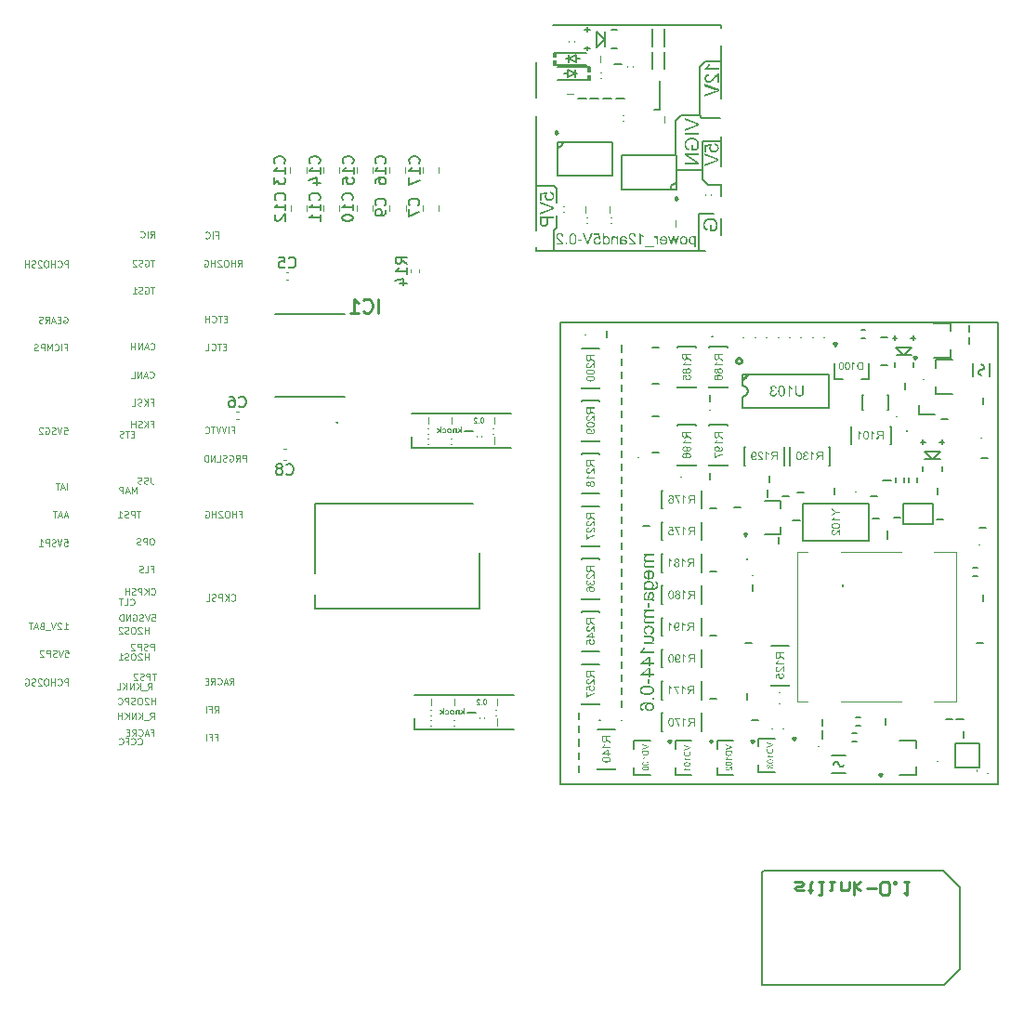
<source format=gbo>
G75*
G70*
%OFA0B0*%
%FSLAX25Y25*%
%IPPOS*%
%LPD*%
%AMOC8*
5,1,8,0,0,1.08239X$1,22.5*
%
%ADD100C,0.00800*%
%ADD102C,0.00669*%
%ADD11C,0.00787*%
%ADD209C,0.00300*%
%ADD243C,0.00500*%
%ADD66C,0.00591*%
%ADD67C,0.00394*%
%ADD68C,0.01000*%
%ADD69C,0.00472*%
%ADD76C,0.00403*%
%ADD78C,0.00984*%
X0000000Y0000000D02*
%LPD*%
G01*
D67*
X0056824Y0116413D02*
X0055475Y0116413D01*
X0056150Y0114051D02*
X0056150Y0116413D01*
X0054687Y0114051D02*
X0054687Y0116413D01*
X0054687Y0116413D02*
X0053787Y0116413D01*
X0053787Y0116413D02*
X0053562Y0116301D01*
X0053562Y0116301D02*
X0053450Y0116188D01*
X0053450Y0116188D02*
X0053337Y0115963D01*
X0053337Y0115963D02*
X0053337Y0115626D01*
X0053337Y0115626D02*
X0053450Y0115401D01*
X0053450Y0115401D02*
X0053562Y0115288D01*
X0053562Y0115288D02*
X0053787Y0115176D01*
X0053787Y0115176D02*
X0054687Y0115176D01*
X0052438Y0114163D02*
X0052100Y0114051D01*
X0052100Y0114051D02*
X0051538Y0114051D01*
X0051538Y0114051D02*
X0051313Y0114163D01*
X0051313Y0114163D02*
X0051200Y0114276D01*
X0051200Y0114276D02*
X0051088Y0114501D01*
X0051088Y0114501D02*
X0051088Y0114726D01*
X0051088Y0114726D02*
X0051200Y0114951D01*
X0051200Y0114951D02*
X0051313Y0115063D01*
X0051313Y0115063D02*
X0051538Y0115176D01*
X0051538Y0115176D02*
X0051988Y0115288D01*
X0051988Y0115288D02*
X0052213Y0115401D01*
X0052213Y0115401D02*
X0052325Y0115513D01*
X0052325Y0115513D02*
X0052438Y0115738D01*
X0052438Y0115738D02*
X0052438Y0115963D01*
X0052438Y0115963D02*
X0052325Y0116188D01*
X0052325Y0116188D02*
X0052213Y0116301D01*
X0052213Y0116301D02*
X0051988Y0116413D01*
X0051988Y0116413D02*
X0051425Y0116413D01*
X0051425Y0116413D02*
X0051088Y0116301D01*
X0050188Y0116188D02*
X0050075Y0116301D01*
X0050075Y0116301D02*
X0049850Y0116413D01*
X0049850Y0116413D02*
X0049288Y0116413D01*
X0049288Y0116413D02*
X0049063Y0116301D01*
X0049063Y0116301D02*
X0048950Y0116188D01*
X0048950Y0116188D02*
X0048838Y0115963D01*
X0048838Y0115963D02*
X0048838Y0115738D01*
X0048838Y0115738D02*
X0048950Y0115401D01*
X0048950Y0115401D02*
X0050300Y0114051D01*
X0050300Y0114051D02*
X0048838Y0114051D01*
X0055281Y0205839D02*
X0056068Y0205839D01*
X0056068Y0204602D02*
X0056068Y0206964D01*
X0056068Y0206964D02*
X0054943Y0206964D01*
X0054044Y0204602D02*
X0054044Y0206964D01*
X0052694Y0204602D02*
X0053706Y0205952D01*
X0052694Y0206964D02*
X0054044Y0205614D01*
X0051794Y0204715D02*
X0051456Y0204602D01*
X0051456Y0204602D02*
X0050894Y0204602D01*
X0050894Y0204602D02*
X0050669Y0204715D01*
X0050669Y0204715D02*
X0050557Y0204827D01*
X0050557Y0204827D02*
X0050444Y0205052D01*
X0050444Y0205052D02*
X0050444Y0205277D01*
X0050444Y0205277D02*
X0050557Y0205502D01*
X0050557Y0205502D02*
X0050669Y0205614D01*
X0050669Y0205614D02*
X0050894Y0205727D01*
X0050894Y0205727D02*
X0051344Y0205839D01*
X0051344Y0205839D02*
X0051569Y0205952D01*
X0051569Y0205952D02*
X0051681Y0206064D01*
X0051681Y0206064D02*
X0051794Y0206289D01*
X0051794Y0206289D02*
X0051794Y0206514D01*
X0051794Y0206514D02*
X0051681Y0206739D01*
X0051681Y0206739D02*
X0051569Y0206852D01*
X0051569Y0206852D02*
X0051344Y0206964D01*
X0051344Y0206964D02*
X0050781Y0206964D01*
X0050781Y0206964D02*
X0050444Y0206852D01*
X0049432Y0204602D02*
X0049432Y0206964D01*
X0049432Y0205839D02*
X0048082Y0205839D01*
X0048082Y0204602D02*
X0048082Y0206964D01*
X0024204Y0233399D02*
X0024991Y0233399D01*
X0024991Y0232161D02*
X0024991Y0234523D01*
X0024991Y0234523D02*
X0023866Y0234523D01*
X0022966Y0232161D02*
X0022966Y0234523D01*
X0020492Y0232386D02*
X0020604Y0232274D01*
X0020604Y0232274D02*
X0020941Y0232161D01*
X0020941Y0232161D02*
X0021166Y0232161D01*
X0021166Y0232161D02*
X0021504Y0232274D01*
X0021504Y0232274D02*
X0021729Y0232499D01*
X0021729Y0232499D02*
X0021841Y0232724D01*
X0021841Y0232724D02*
X0021954Y0233174D01*
X0021954Y0233174D02*
X0021954Y0233511D01*
X0021954Y0233511D02*
X0021841Y0233961D01*
X0021841Y0233961D02*
X0021729Y0234186D01*
X0021729Y0234186D02*
X0021504Y0234411D01*
X0021504Y0234411D02*
X0021166Y0234523D01*
X0021166Y0234523D02*
X0020941Y0234523D01*
X0020941Y0234523D02*
X0020604Y0234411D01*
X0020604Y0234411D02*
X0020492Y0234298D01*
X0019479Y0232161D02*
X0019479Y0234523D01*
X0019479Y0234523D02*
X0018692Y0232836D01*
X0018692Y0232836D02*
X0017904Y0234523D01*
X0017904Y0234523D02*
X0017904Y0232161D01*
X0016779Y0232161D02*
X0016779Y0234523D01*
X0016779Y0234523D02*
X0015880Y0234523D01*
X0015880Y0234523D02*
X0015655Y0234411D01*
X0015655Y0234411D02*
X0015542Y0234298D01*
X0015542Y0234298D02*
X0015430Y0234073D01*
X0015430Y0234073D02*
X0015430Y0233736D01*
X0015430Y0233736D02*
X0015542Y0233511D01*
X0015542Y0233511D02*
X0015655Y0233399D01*
X0015655Y0233399D02*
X0015880Y0233286D01*
X0015880Y0233286D02*
X0016779Y0233286D01*
X0014530Y0232274D02*
X0014192Y0232161D01*
X0014192Y0232161D02*
X0013630Y0232161D01*
X0013630Y0232161D02*
X0013405Y0232274D01*
X0013405Y0232274D02*
X0013292Y0232386D01*
X0013292Y0232386D02*
X0013180Y0232611D01*
X0013180Y0232611D02*
X0013180Y0232836D01*
X0013180Y0232836D02*
X0013292Y0233061D01*
X0013292Y0233061D02*
X0013405Y0233174D01*
X0013405Y0233174D02*
X0013630Y0233286D01*
X0013630Y0233286D02*
X0014080Y0233399D01*
X0014080Y0233399D02*
X0014305Y0233511D01*
X0014305Y0233511D02*
X0014417Y0233623D01*
X0014417Y0233623D02*
X0014530Y0233848D01*
X0014530Y0233848D02*
X0014530Y0234073D01*
X0014530Y0234073D02*
X0014417Y0234298D01*
X0014417Y0234298D02*
X0014305Y0234411D01*
X0014305Y0234411D02*
X0014080Y0234523D01*
X0014080Y0234523D02*
X0013517Y0234523D01*
X0013517Y0234523D02*
X0013180Y0234411D01*
X0056093Y0124681D02*
X0056093Y0127043D01*
X0056093Y0127043D02*
X0055193Y0127043D01*
X0055193Y0127043D02*
X0054968Y0126931D01*
X0054968Y0126931D02*
X0054856Y0126818D01*
X0054856Y0126818D02*
X0054743Y0126593D01*
X0054743Y0126593D02*
X0054743Y0126256D01*
X0054743Y0126256D02*
X0054856Y0126031D01*
X0054856Y0126031D02*
X0054968Y0125918D01*
X0054968Y0125918D02*
X0055193Y0125806D01*
X0055193Y0125806D02*
X0056093Y0125806D01*
X0053844Y0124793D02*
X0053506Y0124681D01*
X0053506Y0124681D02*
X0052944Y0124681D01*
X0052944Y0124681D02*
X0052719Y0124793D01*
X0052719Y0124793D02*
X0052606Y0124906D01*
X0052606Y0124906D02*
X0052494Y0125131D01*
X0052494Y0125131D02*
X0052494Y0125356D01*
X0052494Y0125356D02*
X0052606Y0125581D01*
X0052606Y0125581D02*
X0052719Y0125693D01*
X0052719Y0125693D02*
X0052944Y0125806D01*
X0052944Y0125806D02*
X0053394Y0125918D01*
X0053394Y0125918D02*
X0053619Y0126031D01*
X0053619Y0126031D02*
X0053731Y0126143D01*
X0053731Y0126143D02*
X0053844Y0126368D01*
X0053844Y0126368D02*
X0053844Y0126593D01*
X0053844Y0126593D02*
X0053731Y0126818D01*
X0053731Y0126818D02*
X0053619Y0126931D01*
X0053619Y0126931D02*
X0053394Y0127043D01*
X0053394Y0127043D02*
X0052831Y0127043D01*
X0052831Y0127043D02*
X0052494Y0126931D01*
X0051481Y0124681D02*
X0051481Y0127043D01*
X0051481Y0127043D02*
X0050581Y0127043D01*
X0050581Y0127043D02*
X0050357Y0126931D01*
X0050357Y0126931D02*
X0050244Y0126818D01*
X0050244Y0126818D02*
X0050132Y0126593D01*
X0050132Y0126593D02*
X0050132Y0126256D01*
X0050132Y0126256D02*
X0050244Y0126031D01*
X0050244Y0126031D02*
X0050357Y0125918D01*
X0050357Y0125918D02*
X0050581Y0125806D01*
X0050581Y0125806D02*
X0051481Y0125806D01*
X0049232Y0126818D02*
X0049119Y0126931D01*
X0049119Y0126931D02*
X0048894Y0127043D01*
X0048894Y0127043D02*
X0048332Y0127043D01*
X0048332Y0127043D02*
X0048107Y0126931D01*
X0048107Y0126931D02*
X0047994Y0126818D01*
X0047994Y0126818D02*
X0047882Y0126593D01*
X0047882Y0126593D02*
X0047882Y0126368D01*
X0047882Y0126368D02*
X0047994Y0126031D01*
X0047994Y0126031D02*
X0049344Y0124681D01*
X0049344Y0124681D02*
X0047882Y0124681D01*
X0049007Y0202296D02*
X0048219Y0202296D01*
X0047882Y0201059D02*
X0049007Y0201059D01*
X0049007Y0201059D02*
X0049007Y0203421D01*
X0049007Y0203421D02*
X0047882Y0203421D01*
X0047207Y0203421D02*
X0045857Y0203421D01*
X0046532Y0201059D02*
X0046532Y0203421D01*
X0045182Y0201171D02*
X0044845Y0201059D01*
X0044845Y0201059D02*
X0044282Y0201059D01*
X0044282Y0201059D02*
X0044057Y0201171D01*
X0044057Y0201171D02*
X0043945Y0201284D01*
X0043945Y0201284D02*
X0043832Y0201509D01*
X0043832Y0201509D02*
X0043832Y0201734D01*
X0043832Y0201734D02*
X0043945Y0201959D01*
X0043945Y0201959D02*
X0044057Y0202071D01*
X0044057Y0202071D02*
X0044282Y0202184D01*
X0044282Y0202184D02*
X0044732Y0202296D01*
X0044732Y0202296D02*
X0044957Y0202409D01*
X0044957Y0202409D02*
X0045070Y0202521D01*
X0045070Y0202521D02*
X0045182Y0202746D01*
X0045182Y0202746D02*
X0045182Y0202971D01*
X0045182Y0202971D02*
X0045070Y0203196D01*
X0045070Y0203196D02*
X0044957Y0203309D01*
X0044957Y0203309D02*
X0044732Y0203421D01*
X0044732Y0203421D02*
X0044170Y0203421D01*
X0044170Y0203421D02*
X0043832Y0203309D01*
X0086802Y0173556D02*
X0087589Y0173556D01*
X0087589Y0172319D02*
X0087589Y0174681D01*
X0087589Y0174681D02*
X0086465Y0174681D01*
X0085565Y0172319D02*
X0085565Y0174681D01*
X0085565Y0173556D02*
X0084215Y0173556D01*
X0084215Y0172319D02*
X0084215Y0174681D01*
X0082640Y0174681D02*
X0082190Y0174681D01*
X0082190Y0174681D02*
X0081965Y0174568D01*
X0081965Y0174568D02*
X0081740Y0174343D01*
X0081740Y0174343D02*
X0081628Y0173893D01*
X0081628Y0173893D02*
X0081628Y0173106D01*
X0081628Y0173106D02*
X0081740Y0172656D01*
X0081740Y0172656D02*
X0081965Y0172431D01*
X0081965Y0172431D02*
X0082190Y0172319D01*
X0082190Y0172319D02*
X0082640Y0172319D01*
X0082640Y0172319D02*
X0082865Y0172431D01*
X0082865Y0172431D02*
X0083090Y0172656D01*
X0083090Y0172656D02*
X0083202Y0173106D01*
X0083202Y0173106D02*
X0083202Y0173893D01*
X0083202Y0173893D02*
X0083090Y0174343D01*
X0083090Y0174343D02*
X0082865Y0174568D01*
X0082865Y0174568D02*
X0082640Y0174681D01*
X0080728Y0174456D02*
X0080615Y0174568D01*
X0080615Y0174568D02*
X0080390Y0174681D01*
X0080390Y0174681D02*
X0079828Y0174681D01*
X0079828Y0174681D02*
X0079603Y0174568D01*
X0079603Y0174568D02*
X0079490Y0174456D01*
X0079490Y0174456D02*
X0079378Y0174231D01*
X0079378Y0174231D02*
X0079378Y0174006D01*
X0079378Y0174006D02*
X0079490Y0173668D01*
X0079490Y0173668D02*
X0080840Y0172319D01*
X0080840Y0172319D02*
X0079378Y0172319D01*
X0078366Y0172319D02*
X0078366Y0174681D01*
X0078366Y0173556D02*
X0077016Y0173556D01*
X0077016Y0172319D02*
X0077016Y0174681D01*
X0074653Y0174568D02*
X0074878Y0174681D01*
X0074878Y0174681D02*
X0075216Y0174681D01*
X0075216Y0174681D02*
X0075553Y0174568D01*
X0075553Y0174568D02*
X0075778Y0174343D01*
X0075778Y0174343D02*
X0075891Y0174118D01*
X0075891Y0174118D02*
X0076003Y0173668D01*
X0076003Y0173668D02*
X0076003Y0173331D01*
X0076003Y0173331D02*
X0075891Y0172881D01*
X0075891Y0172881D02*
X0075778Y0172656D01*
X0075778Y0172656D02*
X0075553Y0172431D01*
X0075553Y0172431D02*
X0075216Y0172319D01*
X0075216Y0172319D02*
X0074991Y0172319D01*
X0074991Y0172319D02*
X0074653Y0172431D01*
X0074653Y0172431D02*
X0074541Y0172544D01*
X0074541Y0172544D02*
X0074541Y0173331D01*
X0074541Y0173331D02*
X0074991Y0173331D01*
X0024260Y0124681D02*
X0025385Y0124681D01*
X0025385Y0124681D02*
X0025497Y0123556D01*
X0025497Y0123556D02*
X0025385Y0123668D01*
X0025385Y0123668D02*
X0025160Y0123781D01*
X0025160Y0123781D02*
X0024597Y0123781D01*
X0024597Y0123781D02*
X0024372Y0123668D01*
X0024372Y0123668D02*
X0024260Y0123556D01*
X0024260Y0123556D02*
X0024147Y0123331D01*
X0024147Y0123331D02*
X0024147Y0122769D01*
X0024147Y0122769D02*
X0024260Y0122544D01*
X0024260Y0122544D02*
X0024372Y0122431D01*
X0024372Y0122431D02*
X0024597Y0122319D01*
X0024597Y0122319D02*
X0025160Y0122319D01*
X0025160Y0122319D02*
X0025385Y0122431D01*
X0025385Y0122431D02*
X0025497Y0122544D01*
X0023472Y0124681D02*
X0022685Y0122319D01*
X0022685Y0122319D02*
X0021898Y0124681D01*
X0021223Y0122431D02*
X0020885Y0122319D01*
X0020885Y0122319D02*
X0020323Y0122319D01*
X0020323Y0122319D02*
X0020098Y0122431D01*
X0020098Y0122431D02*
X0019985Y0122544D01*
X0019985Y0122544D02*
X0019873Y0122769D01*
X0019873Y0122769D02*
X0019873Y0122994D01*
X0019873Y0122994D02*
X0019985Y0123219D01*
X0019985Y0123219D02*
X0020098Y0123331D01*
X0020098Y0123331D02*
X0020323Y0123444D01*
X0020323Y0123444D02*
X0020773Y0123556D01*
X0020773Y0123556D02*
X0020998Y0123668D01*
X0020998Y0123668D02*
X0021110Y0123781D01*
X0021110Y0123781D02*
X0021223Y0124006D01*
X0021223Y0124006D02*
X0021223Y0124231D01*
X0021223Y0124231D02*
X0021110Y0124456D01*
X0021110Y0124456D02*
X0020998Y0124568D01*
X0020998Y0124568D02*
X0020773Y0124681D01*
X0020773Y0124681D02*
X0020210Y0124681D01*
X0020210Y0124681D02*
X0019873Y0124568D01*
X0018860Y0122319D02*
X0018860Y0124681D01*
X0018860Y0124681D02*
X0017961Y0124681D01*
X0017961Y0124681D02*
X0017736Y0124568D01*
X0017736Y0124568D02*
X0017623Y0124456D01*
X0017623Y0124456D02*
X0017511Y0124231D01*
X0017511Y0124231D02*
X0017511Y0123893D01*
X0017511Y0123893D02*
X0017623Y0123668D01*
X0017623Y0123668D02*
X0017736Y0123556D01*
X0017736Y0123556D02*
X0017961Y0123444D01*
X0017961Y0123444D02*
X0018860Y0123444D01*
X0016611Y0124456D02*
X0016498Y0124568D01*
X0016498Y0124568D02*
X0016273Y0124681D01*
X0016273Y0124681D02*
X0015711Y0124681D01*
X0015711Y0124681D02*
X0015486Y0124568D01*
X0015486Y0124568D02*
X0015373Y0124456D01*
X0015373Y0124456D02*
X0015261Y0124231D01*
X0015261Y0124231D02*
X0015261Y0124006D01*
X0015261Y0124006D02*
X0015373Y0123668D01*
X0015373Y0123668D02*
X0016723Y0122319D01*
X0016723Y0122319D02*
X0015261Y0122319D01*
X0077840Y0102306D02*
X0078627Y0103431D01*
X0079190Y0102306D02*
X0079190Y0104668D01*
X0079190Y0104668D02*
X0078290Y0104668D01*
X0078290Y0104668D02*
X0078065Y0104556D01*
X0078065Y0104556D02*
X0077953Y0104443D01*
X0077953Y0104443D02*
X0077840Y0104218D01*
X0077840Y0104218D02*
X0077840Y0103881D01*
X0077840Y0103881D02*
X0077953Y0103656D01*
X0077953Y0103656D02*
X0078065Y0103543D01*
X0078065Y0103543D02*
X0078290Y0103431D01*
X0078290Y0103431D02*
X0079190Y0103431D01*
X0076040Y0103543D02*
X0076828Y0103543D01*
X0076828Y0102306D02*
X0076828Y0104668D01*
X0076828Y0104668D02*
X0075703Y0104668D01*
X0074803Y0102306D02*
X0074803Y0104668D01*
X0056487Y0105231D02*
X0056487Y0107593D01*
X0056487Y0106468D02*
X0055137Y0106468D01*
X0055137Y0105231D02*
X0055137Y0107593D01*
X0054125Y0107368D02*
X0054012Y0107481D01*
X0054012Y0107481D02*
X0053787Y0107593D01*
X0053787Y0107593D02*
X0053225Y0107593D01*
X0053225Y0107593D02*
X0053000Y0107481D01*
X0053000Y0107481D02*
X0052887Y0107368D01*
X0052887Y0107368D02*
X0052775Y0107143D01*
X0052775Y0107143D02*
X0052775Y0106918D01*
X0052775Y0106918D02*
X0052887Y0106581D01*
X0052887Y0106581D02*
X0054237Y0105231D01*
X0054237Y0105231D02*
X0052775Y0105231D01*
X0051313Y0107593D02*
X0050863Y0107593D01*
X0050863Y0107593D02*
X0050638Y0107481D01*
X0050638Y0107481D02*
X0050413Y0107256D01*
X0050413Y0107256D02*
X0050300Y0106806D01*
X0050300Y0106806D02*
X0050300Y0106018D01*
X0050300Y0106018D02*
X0050413Y0105568D01*
X0050413Y0105568D02*
X0050638Y0105343D01*
X0050638Y0105343D02*
X0050863Y0105231D01*
X0050863Y0105231D02*
X0051313Y0105231D01*
X0051313Y0105231D02*
X0051538Y0105343D01*
X0051538Y0105343D02*
X0051763Y0105568D01*
X0051763Y0105568D02*
X0051875Y0106018D01*
X0051875Y0106018D02*
X0051875Y0106806D01*
X0051875Y0106806D02*
X0051763Y0107256D01*
X0051763Y0107256D02*
X0051538Y0107481D01*
X0051538Y0107481D02*
X0051313Y0107593D01*
X0049400Y0105343D02*
X0049063Y0105231D01*
X0049063Y0105231D02*
X0048501Y0105231D01*
X0048501Y0105231D02*
X0048276Y0105343D01*
X0048276Y0105343D02*
X0048163Y0105456D01*
X0048163Y0105456D02*
X0048051Y0105681D01*
X0048051Y0105681D02*
X0048051Y0105906D01*
X0048051Y0105906D02*
X0048163Y0106131D01*
X0048163Y0106131D02*
X0048276Y0106243D01*
X0048276Y0106243D02*
X0048501Y0106356D01*
X0048501Y0106356D02*
X0048950Y0106468D01*
X0048950Y0106468D02*
X0049175Y0106581D01*
X0049175Y0106581D02*
X0049288Y0106693D01*
X0049288Y0106693D02*
X0049400Y0106918D01*
X0049400Y0106918D02*
X0049400Y0107143D01*
X0049400Y0107143D02*
X0049288Y0107368D01*
X0049288Y0107368D02*
X0049175Y0107481D01*
X0049175Y0107481D02*
X0048950Y0107593D01*
X0048950Y0107593D02*
X0048388Y0107593D01*
X0048388Y0107593D02*
X0048051Y0107481D01*
X0047038Y0105231D02*
X0047038Y0107593D01*
X0047038Y0107593D02*
X0046138Y0107593D01*
X0046138Y0107593D02*
X0045913Y0107481D01*
X0045913Y0107481D02*
X0045801Y0107368D01*
X0045801Y0107368D02*
X0045688Y0107143D01*
X0045688Y0107143D02*
X0045688Y0106806D01*
X0045688Y0106806D02*
X0045801Y0106581D01*
X0045801Y0106581D02*
X0045913Y0106468D01*
X0045913Y0106468D02*
X0046138Y0106356D01*
X0046138Y0106356D02*
X0047038Y0106356D01*
X0043326Y0105456D02*
X0043439Y0105343D01*
X0043439Y0105343D02*
X0043776Y0105231D01*
X0043776Y0105231D02*
X0044001Y0105231D01*
X0044001Y0105231D02*
X0044339Y0105343D01*
X0044339Y0105343D02*
X0044563Y0105568D01*
X0044563Y0105568D02*
X0044676Y0105793D01*
X0044676Y0105793D02*
X0044788Y0106243D01*
X0044788Y0106243D02*
X0044788Y0106581D01*
X0044788Y0106581D02*
X0044676Y0107031D01*
X0044676Y0107031D02*
X0044563Y0107256D01*
X0044563Y0107256D02*
X0044339Y0107481D01*
X0044339Y0107481D02*
X0044001Y0107593D01*
X0044001Y0107593D02*
X0043776Y0107593D01*
X0043776Y0107593D02*
X0043439Y0107481D01*
X0043439Y0107481D02*
X0043326Y0107368D01*
X0055000Y0186727D02*
X0055000Y0185040D01*
X0055000Y0185040D02*
X0055112Y0184702D01*
X0055112Y0184702D02*
X0055337Y0184477D01*
X0055337Y0184477D02*
X0055675Y0184365D01*
X0055675Y0184365D02*
X0055900Y0184365D01*
X0053987Y0184477D02*
X0053650Y0184365D01*
X0053650Y0184365D02*
X0053087Y0184365D01*
X0053087Y0184365D02*
X0052862Y0184477D01*
X0052862Y0184477D02*
X0052750Y0184590D01*
X0052750Y0184590D02*
X0052638Y0184815D01*
X0052638Y0184815D02*
X0052638Y0185040D01*
X0052638Y0185040D02*
X0052750Y0185265D01*
X0052750Y0185265D02*
X0052862Y0185377D01*
X0052862Y0185377D02*
X0053087Y0185490D01*
X0053087Y0185490D02*
X0053537Y0185602D01*
X0053537Y0185602D02*
X0053762Y0185715D01*
X0053762Y0185715D02*
X0053875Y0185827D01*
X0053875Y0185827D02*
X0053987Y0186052D01*
X0053987Y0186052D02*
X0053987Y0186277D01*
X0053987Y0186277D02*
X0053875Y0186502D01*
X0053875Y0186502D02*
X0053762Y0186614D01*
X0053762Y0186614D02*
X0053537Y0186727D01*
X0053537Y0186727D02*
X0052975Y0186727D01*
X0052975Y0186727D02*
X0052638Y0186614D01*
X0051738Y0184477D02*
X0051400Y0184365D01*
X0051400Y0184365D02*
X0050838Y0184365D01*
X0050838Y0184365D02*
X0050613Y0184477D01*
X0050613Y0184477D02*
X0050500Y0184590D01*
X0050500Y0184590D02*
X0050388Y0184815D01*
X0050388Y0184815D02*
X0050388Y0185040D01*
X0050388Y0185040D02*
X0050500Y0185265D01*
X0050500Y0185265D02*
X0050613Y0185377D01*
X0050613Y0185377D02*
X0050838Y0185490D01*
X0050838Y0185490D02*
X0051288Y0185602D01*
X0051288Y0185602D02*
X0051513Y0185715D01*
X0051513Y0185715D02*
X0051625Y0185827D01*
X0051625Y0185827D02*
X0051738Y0186052D01*
X0051738Y0186052D02*
X0051738Y0186277D01*
X0051738Y0186277D02*
X0051625Y0186502D01*
X0051625Y0186502D02*
X0051513Y0186614D01*
X0051513Y0186614D02*
X0051288Y0186727D01*
X0051288Y0186727D02*
X0050725Y0186727D01*
X0050725Y0186727D02*
X0050388Y0186614D01*
X0023754Y0244253D02*
X0023979Y0244366D01*
X0023979Y0244366D02*
X0024316Y0244366D01*
X0024316Y0244366D02*
X0024653Y0244253D01*
X0024653Y0244253D02*
X0024878Y0244028D01*
X0024878Y0244028D02*
X0024991Y0243803D01*
X0024991Y0243803D02*
X0025103Y0243354D01*
X0025103Y0243354D02*
X0025103Y0243016D01*
X0025103Y0243016D02*
X0024991Y0242566D01*
X0024991Y0242566D02*
X0024878Y0242341D01*
X0024878Y0242341D02*
X0024653Y0242116D01*
X0024653Y0242116D02*
X0024316Y0242004D01*
X0024316Y0242004D02*
X0024091Y0242004D01*
X0024091Y0242004D02*
X0023754Y0242116D01*
X0023754Y0242116D02*
X0023641Y0242229D01*
X0023641Y0242229D02*
X0023641Y0243016D01*
X0023641Y0243016D02*
X0024091Y0243016D01*
X0022629Y0243241D02*
X0021841Y0243241D01*
X0021504Y0242004D02*
X0022629Y0242004D01*
X0022629Y0242004D02*
X0022629Y0244366D01*
X0022629Y0244366D02*
X0021504Y0244366D01*
X0020604Y0242679D02*
X0019479Y0242679D01*
X0020829Y0242004D02*
X0020042Y0244366D01*
X0020042Y0244366D02*
X0019254Y0242004D01*
X0017117Y0242004D02*
X0017904Y0243129D01*
X0018467Y0242004D02*
X0018467Y0244366D01*
X0018467Y0244366D02*
X0017567Y0244366D01*
X0017567Y0244366D02*
X0017342Y0244253D01*
X0017342Y0244253D02*
X0017229Y0244141D01*
X0017229Y0244141D02*
X0017117Y0243916D01*
X0017117Y0243916D02*
X0017117Y0243578D01*
X0017117Y0243578D02*
X0017229Y0243354D01*
X0017229Y0243354D02*
X0017342Y0243241D01*
X0017342Y0243241D02*
X0017567Y0243129D01*
X0017567Y0243129D02*
X0018467Y0243129D01*
X0016217Y0242116D02*
X0015880Y0242004D01*
X0015880Y0242004D02*
X0015317Y0242004D01*
X0015317Y0242004D02*
X0015092Y0242116D01*
X0015092Y0242116D02*
X0014980Y0242229D01*
X0014980Y0242229D02*
X0014867Y0242454D01*
X0014867Y0242454D02*
X0014867Y0242679D01*
X0014867Y0242679D02*
X0014980Y0242904D01*
X0014980Y0242904D02*
X0015092Y0243016D01*
X0015092Y0243016D02*
X0015317Y0243129D01*
X0015317Y0243129D02*
X0015767Y0243241D01*
X0015767Y0243241D02*
X0015992Y0243354D01*
X0015992Y0243354D02*
X0016105Y0243466D01*
X0016105Y0243466D02*
X0016217Y0243691D01*
X0016217Y0243691D02*
X0016217Y0243916D01*
X0016217Y0243916D02*
X0016105Y0244141D01*
X0016105Y0244141D02*
X0015992Y0244253D01*
X0015992Y0244253D02*
X0015767Y0244366D01*
X0015767Y0244366D02*
X0015205Y0244366D01*
X0015205Y0244366D02*
X0014867Y0244253D01*
X0023866Y0164445D02*
X0024991Y0164445D01*
X0024991Y0164445D02*
X0025103Y0163320D01*
X0025103Y0163320D02*
X0024991Y0163432D01*
X0024991Y0163432D02*
X0024766Y0163545D01*
X0024766Y0163545D02*
X0024204Y0163545D01*
X0024204Y0163545D02*
X0023979Y0163432D01*
X0023979Y0163432D02*
X0023866Y0163320D01*
X0023866Y0163320D02*
X0023754Y0163095D01*
X0023754Y0163095D02*
X0023754Y0162532D01*
X0023754Y0162532D02*
X0023866Y0162307D01*
X0023866Y0162307D02*
X0023979Y0162195D01*
X0023979Y0162195D02*
X0024204Y0162082D01*
X0024204Y0162082D02*
X0024766Y0162082D01*
X0024766Y0162082D02*
X0024991Y0162195D01*
X0024991Y0162195D02*
X0025103Y0162307D01*
X0023079Y0164445D02*
X0022291Y0162082D01*
X0022291Y0162082D02*
X0021504Y0164445D01*
X0020829Y0162195D02*
X0020492Y0162082D01*
X0020492Y0162082D02*
X0019929Y0162082D01*
X0019929Y0162082D02*
X0019704Y0162195D01*
X0019704Y0162195D02*
X0019592Y0162307D01*
X0019592Y0162307D02*
X0019479Y0162532D01*
X0019479Y0162532D02*
X0019479Y0162757D01*
X0019479Y0162757D02*
X0019592Y0162982D01*
X0019592Y0162982D02*
X0019704Y0163095D01*
X0019704Y0163095D02*
X0019929Y0163207D01*
X0019929Y0163207D02*
X0020379Y0163320D01*
X0020379Y0163320D02*
X0020604Y0163432D01*
X0020604Y0163432D02*
X0020716Y0163545D01*
X0020716Y0163545D02*
X0020829Y0163770D01*
X0020829Y0163770D02*
X0020829Y0163995D01*
X0020829Y0163995D02*
X0020716Y0164220D01*
X0020716Y0164220D02*
X0020604Y0164332D01*
X0020604Y0164332D02*
X0020379Y0164445D01*
X0020379Y0164445D02*
X0019817Y0164445D01*
X0019817Y0164445D02*
X0019479Y0164332D01*
X0018467Y0162082D02*
X0018467Y0164445D01*
X0018467Y0164445D02*
X0017567Y0164445D01*
X0017567Y0164445D02*
X0017342Y0164332D01*
X0017342Y0164332D02*
X0017229Y0164220D01*
X0017229Y0164220D02*
X0017117Y0163995D01*
X0017117Y0163995D02*
X0017117Y0163657D01*
X0017117Y0163657D02*
X0017229Y0163432D01*
X0017229Y0163432D02*
X0017342Y0163320D01*
X0017342Y0163320D02*
X0017567Y0163207D01*
X0017567Y0163207D02*
X0018467Y0163207D01*
X0014867Y0162082D02*
X0016217Y0162082D01*
X0015542Y0162082D02*
X0015542Y0164445D01*
X0015542Y0164445D02*
X0015767Y0164107D01*
X0015767Y0164107D02*
X0015992Y0163882D01*
X0015992Y0163882D02*
X0016217Y0163770D01*
X0083868Y0142644D02*
X0083981Y0142532D01*
X0083981Y0142532D02*
X0084318Y0142419D01*
X0084318Y0142419D02*
X0084543Y0142419D01*
X0084543Y0142419D02*
X0084880Y0142532D01*
X0084880Y0142532D02*
X0085105Y0142757D01*
X0085105Y0142757D02*
X0085218Y0142982D01*
X0085218Y0142982D02*
X0085330Y0143432D01*
X0085330Y0143432D02*
X0085330Y0143769D01*
X0085330Y0143769D02*
X0085218Y0144219D01*
X0085218Y0144219D02*
X0085105Y0144444D01*
X0085105Y0144444D02*
X0084880Y0144669D01*
X0084880Y0144669D02*
X0084543Y0144781D01*
X0084543Y0144781D02*
X0084318Y0144781D01*
X0084318Y0144781D02*
X0083981Y0144669D01*
X0083981Y0144669D02*
X0083868Y0144556D01*
X0082856Y0142419D02*
X0082856Y0144781D01*
X0081506Y0142419D02*
X0082518Y0143769D01*
X0081506Y0144781D02*
X0082856Y0143432D01*
X0080494Y0142419D02*
X0080494Y0144781D01*
X0080494Y0144781D02*
X0079594Y0144781D01*
X0079594Y0144781D02*
X0079369Y0144669D01*
X0079369Y0144669D02*
X0079256Y0144556D01*
X0079256Y0144556D02*
X0079144Y0144331D01*
X0079144Y0144331D02*
X0079144Y0143994D01*
X0079144Y0143994D02*
X0079256Y0143769D01*
X0079256Y0143769D02*
X0079369Y0143657D01*
X0079369Y0143657D02*
X0079594Y0143544D01*
X0079594Y0143544D02*
X0080494Y0143544D01*
X0078244Y0142532D02*
X0077906Y0142419D01*
X0077906Y0142419D02*
X0077344Y0142419D01*
X0077344Y0142419D02*
X0077119Y0142532D01*
X0077119Y0142532D02*
X0077006Y0142644D01*
X0077006Y0142644D02*
X0076894Y0142869D01*
X0076894Y0142869D02*
X0076894Y0143094D01*
X0076894Y0143094D02*
X0077006Y0143319D01*
X0077006Y0143319D02*
X0077119Y0143432D01*
X0077119Y0143432D02*
X0077344Y0143544D01*
X0077344Y0143544D02*
X0077794Y0143657D01*
X0077794Y0143657D02*
X0078019Y0143769D01*
X0078019Y0143769D02*
X0078131Y0143881D01*
X0078131Y0143881D02*
X0078244Y0144106D01*
X0078244Y0144106D02*
X0078244Y0144331D01*
X0078244Y0144331D02*
X0078131Y0144556D01*
X0078131Y0144556D02*
X0078019Y0144669D01*
X0078019Y0144669D02*
X0077794Y0144781D01*
X0077794Y0144781D02*
X0077231Y0144781D01*
X0077231Y0144781D02*
X0076894Y0144669D01*
X0074757Y0142419D02*
X0075882Y0142419D01*
X0075882Y0142419D02*
X0075882Y0144781D01*
X0025103Y0172852D02*
X0023979Y0172852D01*
X0025328Y0172177D02*
X0024541Y0174539D01*
X0024541Y0174539D02*
X0023754Y0172177D01*
X0023079Y0172852D02*
X0021954Y0172852D01*
X0023304Y0172177D02*
X0022516Y0174539D01*
X0022516Y0174539D02*
X0021729Y0172177D01*
X0021279Y0174539D02*
X0019929Y0174539D01*
X0020604Y0172177D02*
X0020604Y0174539D01*
X0056406Y0254907D02*
X0055056Y0254907D01*
X0055731Y0252545D02*
X0055731Y0254907D01*
X0053031Y0254795D02*
X0053256Y0254907D01*
X0053256Y0254907D02*
X0053594Y0254907D01*
X0053594Y0254907D02*
X0053931Y0254795D01*
X0053931Y0254795D02*
X0054156Y0254570D01*
X0054156Y0254570D02*
X0054269Y0254345D01*
X0054269Y0254345D02*
X0054381Y0253895D01*
X0054381Y0253895D02*
X0054381Y0253557D01*
X0054381Y0253557D02*
X0054269Y0253107D01*
X0054269Y0253107D02*
X0054156Y0252882D01*
X0054156Y0252882D02*
X0053931Y0252657D01*
X0053931Y0252657D02*
X0053594Y0252545D01*
X0053594Y0252545D02*
X0053369Y0252545D01*
X0053369Y0252545D02*
X0053031Y0252657D01*
X0053031Y0252657D02*
X0052919Y0252770D01*
X0052919Y0252770D02*
X0052919Y0253557D01*
X0052919Y0253557D02*
X0053369Y0253557D01*
X0052019Y0252657D02*
X0051681Y0252545D01*
X0051681Y0252545D02*
X0051119Y0252545D01*
X0051119Y0252545D02*
X0050894Y0252657D01*
X0050894Y0252657D02*
X0050781Y0252770D01*
X0050781Y0252770D02*
X0050669Y0252995D01*
X0050669Y0252995D02*
X0050669Y0253220D01*
X0050669Y0253220D02*
X0050781Y0253445D01*
X0050781Y0253445D02*
X0050894Y0253557D01*
X0050894Y0253557D02*
X0051119Y0253670D01*
X0051119Y0253670D02*
X0051569Y0253782D01*
X0051569Y0253782D02*
X0051794Y0253895D01*
X0051794Y0253895D02*
X0051906Y0254007D01*
X0051906Y0254007D02*
X0052019Y0254232D01*
X0052019Y0254232D02*
X0052019Y0254457D01*
X0052019Y0254457D02*
X0051906Y0254682D01*
X0051906Y0254682D02*
X0051794Y0254795D01*
X0051794Y0254795D02*
X0051569Y0254907D01*
X0051569Y0254907D02*
X0051006Y0254907D01*
X0051006Y0254907D02*
X0050669Y0254795D01*
X0048419Y0252545D02*
X0049769Y0252545D01*
X0049094Y0252545D02*
X0049094Y0254907D01*
X0049094Y0254907D02*
X0049319Y0254570D01*
X0049319Y0254570D02*
X0049544Y0254345D01*
X0049544Y0254345D02*
X0049769Y0254232D01*
X0025385Y0262082D02*
X0025385Y0264445D01*
X0025385Y0264445D02*
X0024485Y0264445D01*
X0024485Y0264445D02*
X0024260Y0264332D01*
X0024260Y0264332D02*
X0024147Y0264220D01*
X0024147Y0264220D02*
X0024035Y0263995D01*
X0024035Y0263995D02*
X0024035Y0263657D01*
X0024035Y0263657D02*
X0024147Y0263432D01*
X0024147Y0263432D02*
X0024260Y0263320D01*
X0024260Y0263320D02*
X0024485Y0263207D01*
X0024485Y0263207D02*
X0025385Y0263207D01*
X0021673Y0262307D02*
X0021785Y0262195D01*
X0021785Y0262195D02*
X0022123Y0262082D01*
X0022123Y0262082D02*
X0022348Y0262082D01*
X0022348Y0262082D02*
X0022685Y0262195D01*
X0022685Y0262195D02*
X0022910Y0262420D01*
X0022910Y0262420D02*
X0023022Y0262645D01*
X0023022Y0262645D02*
X0023135Y0263095D01*
X0023135Y0263095D02*
X0023135Y0263432D01*
X0023135Y0263432D02*
X0023022Y0263882D01*
X0023022Y0263882D02*
X0022910Y0264107D01*
X0022910Y0264107D02*
X0022685Y0264332D01*
X0022685Y0264332D02*
X0022348Y0264445D01*
X0022348Y0264445D02*
X0022123Y0264445D01*
X0022123Y0264445D02*
X0021785Y0264332D01*
X0021785Y0264332D02*
X0021673Y0264220D01*
X0020660Y0262082D02*
X0020660Y0264445D01*
X0020660Y0263320D02*
X0019310Y0263320D01*
X0019310Y0262082D02*
X0019310Y0264445D01*
X0017736Y0264445D02*
X0017286Y0264445D01*
X0017286Y0264445D02*
X0017061Y0264332D01*
X0017061Y0264332D02*
X0016836Y0264107D01*
X0016836Y0264107D02*
X0016723Y0263657D01*
X0016723Y0263657D02*
X0016723Y0262870D01*
X0016723Y0262870D02*
X0016836Y0262420D01*
X0016836Y0262420D02*
X0017061Y0262195D01*
X0017061Y0262195D02*
X0017286Y0262082D01*
X0017286Y0262082D02*
X0017736Y0262082D01*
X0017736Y0262082D02*
X0017961Y0262195D01*
X0017961Y0262195D02*
X0018186Y0262420D01*
X0018186Y0262420D02*
X0018298Y0262870D01*
X0018298Y0262870D02*
X0018298Y0263657D01*
X0018298Y0263657D02*
X0018186Y0264107D01*
X0018186Y0264107D02*
X0017961Y0264332D01*
X0017961Y0264332D02*
X0017736Y0264445D01*
X0015823Y0264220D02*
X0015711Y0264332D01*
X0015711Y0264332D02*
X0015486Y0264445D01*
X0015486Y0264445D02*
X0014923Y0264445D01*
X0014923Y0264445D02*
X0014698Y0264332D01*
X0014698Y0264332D02*
X0014586Y0264220D01*
X0014586Y0264220D02*
X0014474Y0263995D01*
X0014474Y0263995D02*
X0014474Y0263770D01*
X0014474Y0263770D02*
X0014586Y0263432D01*
X0014586Y0263432D02*
X0015936Y0262082D01*
X0015936Y0262082D02*
X0014474Y0262082D01*
X0013574Y0262195D02*
X0013236Y0262082D01*
X0013236Y0262082D02*
X0012674Y0262082D01*
X0012674Y0262082D02*
X0012449Y0262195D01*
X0012449Y0262195D02*
X0012336Y0262307D01*
X0012336Y0262307D02*
X0012224Y0262532D01*
X0012224Y0262532D02*
X0012224Y0262757D01*
X0012224Y0262757D02*
X0012336Y0262982D01*
X0012336Y0262982D02*
X0012449Y0263095D01*
X0012449Y0263095D02*
X0012674Y0263207D01*
X0012674Y0263207D02*
X0013124Y0263320D01*
X0013124Y0263320D02*
X0013349Y0263432D01*
X0013349Y0263432D02*
X0013461Y0263545D01*
X0013461Y0263545D02*
X0013574Y0263770D01*
X0013574Y0263770D02*
X0013574Y0263995D01*
X0013574Y0263995D02*
X0013461Y0264220D01*
X0013461Y0264220D02*
X0013349Y0264332D01*
X0013349Y0264332D02*
X0013124Y0264445D01*
X0013124Y0264445D02*
X0012561Y0264445D01*
X0012561Y0264445D02*
X0012224Y0264332D01*
X0011211Y0262082D02*
X0011211Y0264445D01*
X0011211Y0263320D02*
X0009862Y0263320D01*
X0009862Y0262082D02*
X0009862Y0264445D01*
X0025385Y0112082D02*
X0025385Y0114445D01*
X0025385Y0114445D02*
X0024485Y0114445D01*
X0024485Y0114445D02*
X0024260Y0114332D01*
X0024260Y0114332D02*
X0024147Y0114220D01*
X0024147Y0114220D02*
X0024035Y0113995D01*
X0024035Y0113995D02*
X0024035Y0113657D01*
X0024035Y0113657D02*
X0024147Y0113432D01*
X0024147Y0113432D02*
X0024260Y0113320D01*
X0024260Y0113320D02*
X0024485Y0113207D01*
X0024485Y0113207D02*
X0025385Y0113207D01*
X0021673Y0112307D02*
X0021785Y0112195D01*
X0021785Y0112195D02*
X0022123Y0112082D01*
X0022123Y0112082D02*
X0022348Y0112082D01*
X0022348Y0112082D02*
X0022685Y0112195D01*
X0022685Y0112195D02*
X0022910Y0112420D01*
X0022910Y0112420D02*
X0023022Y0112645D01*
X0023022Y0112645D02*
X0023135Y0113095D01*
X0023135Y0113095D02*
X0023135Y0113432D01*
X0023135Y0113432D02*
X0023022Y0113882D01*
X0023022Y0113882D02*
X0022910Y0114107D01*
X0022910Y0114107D02*
X0022685Y0114332D01*
X0022685Y0114332D02*
X0022348Y0114445D01*
X0022348Y0114445D02*
X0022123Y0114445D01*
X0022123Y0114445D02*
X0021785Y0114332D01*
X0021785Y0114332D02*
X0021673Y0114220D01*
X0020660Y0112082D02*
X0020660Y0114445D01*
X0020660Y0113320D02*
X0019310Y0113320D01*
X0019310Y0112082D02*
X0019310Y0114445D01*
X0017736Y0114445D02*
X0017286Y0114445D01*
X0017286Y0114445D02*
X0017061Y0114332D01*
X0017061Y0114332D02*
X0016836Y0114107D01*
X0016836Y0114107D02*
X0016723Y0113657D01*
X0016723Y0113657D02*
X0016723Y0112870D01*
X0016723Y0112870D02*
X0016836Y0112420D01*
X0016836Y0112420D02*
X0017061Y0112195D01*
X0017061Y0112195D02*
X0017286Y0112082D01*
X0017286Y0112082D02*
X0017736Y0112082D01*
X0017736Y0112082D02*
X0017961Y0112195D01*
X0017961Y0112195D02*
X0018186Y0112420D01*
X0018186Y0112420D02*
X0018298Y0112870D01*
X0018298Y0112870D02*
X0018298Y0113657D01*
X0018298Y0113657D02*
X0018186Y0114107D01*
X0018186Y0114107D02*
X0017961Y0114332D01*
X0017961Y0114332D02*
X0017736Y0114445D01*
X0015823Y0114220D02*
X0015711Y0114332D01*
X0015711Y0114332D02*
X0015486Y0114445D01*
X0015486Y0114445D02*
X0014923Y0114445D01*
X0014923Y0114445D02*
X0014698Y0114332D01*
X0014698Y0114332D02*
X0014586Y0114220D01*
X0014586Y0114220D02*
X0014474Y0113995D01*
X0014474Y0113995D02*
X0014474Y0113770D01*
X0014474Y0113770D02*
X0014586Y0113432D01*
X0014586Y0113432D02*
X0015936Y0112082D01*
X0015936Y0112082D02*
X0014474Y0112082D01*
X0013574Y0112195D02*
X0013236Y0112082D01*
X0013236Y0112082D02*
X0012674Y0112082D01*
X0012674Y0112082D02*
X0012449Y0112195D01*
X0012449Y0112195D02*
X0012336Y0112307D01*
X0012336Y0112307D02*
X0012224Y0112532D01*
X0012224Y0112532D02*
X0012224Y0112757D01*
X0012224Y0112757D02*
X0012336Y0112982D01*
X0012336Y0112982D02*
X0012449Y0113095D01*
X0012449Y0113095D02*
X0012674Y0113207D01*
X0012674Y0113207D02*
X0013124Y0113320D01*
X0013124Y0113320D02*
X0013349Y0113432D01*
X0013349Y0113432D02*
X0013461Y0113545D01*
X0013461Y0113545D02*
X0013574Y0113770D01*
X0013574Y0113770D02*
X0013574Y0113995D01*
X0013574Y0113995D02*
X0013461Y0114220D01*
X0013461Y0114220D02*
X0013349Y0114332D01*
X0013349Y0114332D02*
X0013124Y0114445D01*
X0013124Y0114445D02*
X0012561Y0114445D01*
X0012561Y0114445D02*
X0012224Y0114332D01*
X0009974Y0114332D02*
X0010199Y0114445D01*
X0010199Y0114445D02*
X0010537Y0114445D01*
X0010537Y0114445D02*
X0010874Y0114332D01*
X0010874Y0114332D02*
X0011099Y0114107D01*
X0011099Y0114107D02*
X0011211Y0113882D01*
X0011211Y0113882D02*
X0011324Y0113432D01*
X0011324Y0113432D02*
X0011324Y0113095D01*
X0011324Y0113095D02*
X0011211Y0112645D01*
X0011211Y0112645D02*
X0011099Y0112420D01*
X0011099Y0112420D02*
X0010874Y0112195D01*
X0010874Y0112195D02*
X0010537Y0112082D01*
X0010537Y0112082D02*
X0010312Y0112082D01*
X0010312Y0112082D02*
X0009974Y0112195D01*
X0009974Y0112195D02*
X0009862Y0112307D01*
X0009862Y0112307D02*
X0009862Y0113095D01*
X0009862Y0113095D02*
X0010312Y0113095D01*
X0082043Y0233556D02*
X0081256Y0233556D01*
X0080918Y0232318D02*
X0082043Y0232318D01*
X0082043Y0232318D02*
X0082043Y0234681D01*
X0082043Y0234681D02*
X0080918Y0234681D01*
X0080243Y0234681D02*
X0078893Y0234681D01*
X0079568Y0232318D02*
X0079568Y0234681D01*
X0076756Y0232543D02*
X0076869Y0232431D01*
X0076869Y0232431D02*
X0077206Y0232318D01*
X0077206Y0232318D02*
X0077431Y0232318D01*
X0077431Y0232318D02*
X0077768Y0232431D01*
X0077768Y0232431D02*
X0077993Y0232656D01*
X0077993Y0232656D02*
X0078106Y0232881D01*
X0078106Y0232881D02*
X0078218Y0233331D01*
X0078218Y0233331D02*
X0078218Y0233668D01*
X0078218Y0233668D02*
X0078106Y0234118D01*
X0078106Y0234118D02*
X0077993Y0234343D01*
X0077993Y0234343D02*
X0077768Y0234568D01*
X0077768Y0234568D02*
X0077431Y0234681D01*
X0077431Y0234681D02*
X0077206Y0234681D01*
X0077206Y0234681D02*
X0076869Y0234568D01*
X0076869Y0234568D02*
X0076756Y0234456D01*
X0074619Y0232318D02*
X0075744Y0232318D01*
X0075744Y0232318D02*
X0075744Y0234681D01*
X0055215Y0213652D02*
X0056003Y0213652D01*
X0056003Y0212414D02*
X0056003Y0214776D01*
X0056003Y0214776D02*
X0054878Y0214776D01*
X0053978Y0212414D02*
X0053978Y0214776D01*
X0052628Y0212414D02*
X0053640Y0213764D01*
X0052628Y0214776D02*
X0053978Y0213427D01*
X0051728Y0212527D02*
X0051391Y0212414D01*
X0051391Y0212414D02*
X0050828Y0212414D01*
X0050828Y0212414D02*
X0050603Y0212527D01*
X0050603Y0212527D02*
X0050491Y0212639D01*
X0050491Y0212639D02*
X0050378Y0212864D01*
X0050378Y0212864D02*
X0050378Y0213089D01*
X0050378Y0213089D02*
X0050491Y0213314D01*
X0050491Y0213314D02*
X0050603Y0213427D01*
X0050603Y0213427D02*
X0050828Y0213539D01*
X0050828Y0213539D02*
X0051278Y0213652D01*
X0051278Y0213652D02*
X0051503Y0213764D01*
X0051503Y0213764D02*
X0051616Y0213877D01*
X0051616Y0213877D02*
X0051728Y0214102D01*
X0051728Y0214102D02*
X0051728Y0214327D01*
X0051728Y0214327D02*
X0051616Y0214552D01*
X0051616Y0214552D02*
X0051503Y0214664D01*
X0051503Y0214664D02*
X0051278Y0214776D01*
X0051278Y0214776D02*
X0050716Y0214776D01*
X0050716Y0214776D02*
X0050378Y0214664D01*
X0048241Y0212414D02*
X0049366Y0212414D01*
X0049366Y0212414D02*
X0049366Y0214776D01*
X0050413Y0091048D02*
X0050525Y0090935D01*
X0050525Y0090935D02*
X0050863Y0090823D01*
X0050863Y0090823D02*
X0051088Y0090823D01*
X0051088Y0090823D02*
X0051425Y0090935D01*
X0051425Y0090935D02*
X0051650Y0091160D01*
X0051650Y0091160D02*
X0051763Y0091385D01*
X0051763Y0091385D02*
X0051875Y0091835D01*
X0051875Y0091835D02*
X0051875Y0092172D01*
X0051875Y0092172D02*
X0051763Y0092622D01*
X0051763Y0092622D02*
X0051650Y0092847D01*
X0051650Y0092847D02*
X0051425Y0093072D01*
X0051425Y0093072D02*
X0051088Y0093185D01*
X0051088Y0093185D02*
X0050863Y0093185D01*
X0050863Y0093185D02*
X0050525Y0093072D01*
X0050525Y0093072D02*
X0050413Y0092960D01*
X0048051Y0091048D02*
X0048163Y0090935D01*
X0048163Y0090935D02*
X0048501Y0090823D01*
X0048501Y0090823D02*
X0048725Y0090823D01*
X0048725Y0090823D02*
X0049063Y0090935D01*
X0049063Y0090935D02*
X0049288Y0091160D01*
X0049288Y0091160D02*
X0049400Y0091385D01*
X0049400Y0091385D02*
X0049513Y0091835D01*
X0049513Y0091835D02*
X0049513Y0092172D01*
X0049513Y0092172D02*
X0049400Y0092622D01*
X0049400Y0092622D02*
X0049288Y0092847D01*
X0049288Y0092847D02*
X0049063Y0093072D01*
X0049063Y0093072D02*
X0048725Y0093185D01*
X0048725Y0093185D02*
X0048501Y0093185D01*
X0048501Y0093185D02*
X0048163Y0093072D01*
X0048163Y0093072D02*
X0048051Y0092960D01*
X0046251Y0092060D02*
X0047038Y0092060D01*
X0047038Y0090823D02*
X0047038Y0093185D01*
X0047038Y0093185D02*
X0045913Y0093185D01*
X0043664Y0091048D02*
X0043776Y0090935D01*
X0043776Y0090935D02*
X0044114Y0090823D01*
X0044114Y0090823D02*
X0044339Y0090823D01*
X0044339Y0090823D02*
X0044676Y0090935D01*
X0044676Y0090935D02*
X0044901Y0091160D01*
X0044901Y0091160D02*
X0045013Y0091385D01*
X0045013Y0091385D02*
X0045126Y0091835D01*
X0045126Y0091835D02*
X0045126Y0092172D01*
X0045126Y0092172D02*
X0045013Y0092622D01*
X0045013Y0092622D02*
X0044901Y0092847D01*
X0044901Y0092847D02*
X0044676Y0093072D01*
X0044676Y0093072D02*
X0044339Y0093185D01*
X0044339Y0093185D02*
X0044114Y0093185D01*
X0044114Y0093185D02*
X0043776Y0093072D01*
X0043776Y0093072D02*
X0043664Y0092960D01*
X0054743Y0099878D02*
X0055531Y0101003D01*
X0056093Y0099878D02*
X0056093Y0102240D01*
X0056093Y0102240D02*
X0055193Y0102240D01*
X0055193Y0102240D02*
X0054968Y0102127D01*
X0054968Y0102127D02*
X0054856Y0102015D01*
X0054856Y0102015D02*
X0054743Y0101790D01*
X0054743Y0101790D02*
X0054743Y0101453D01*
X0054743Y0101453D02*
X0054856Y0101228D01*
X0054856Y0101228D02*
X0054968Y0101115D01*
X0054968Y0101115D02*
X0055193Y0101003D01*
X0055193Y0101003D02*
X0056093Y0101003D01*
X0054294Y0099653D02*
X0052494Y0099653D01*
X0051931Y0099878D02*
X0051931Y0102240D01*
X0050581Y0099878D02*
X0051594Y0101228D01*
X0050581Y0102240D02*
X0051931Y0100890D01*
X0049569Y0099878D02*
X0049569Y0102240D01*
X0049569Y0102240D02*
X0048219Y0099878D01*
X0048219Y0099878D02*
X0048219Y0102240D01*
X0047094Y0099878D02*
X0047094Y0102240D01*
X0045745Y0099878D02*
X0046757Y0101228D01*
X0045745Y0102240D02*
X0047094Y0100890D01*
X0044732Y0099878D02*
X0044732Y0102240D01*
X0044732Y0101115D02*
X0043382Y0101115D01*
X0043382Y0099878D02*
X0043382Y0102240D01*
X0054892Y0232679D02*
X0055005Y0232567D01*
X0055005Y0232567D02*
X0055342Y0232454D01*
X0055342Y0232454D02*
X0055567Y0232454D01*
X0055567Y0232454D02*
X0055904Y0232567D01*
X0055904Y0232567D02*
X0056129Y0232792D01*
X0056129Y0232792D02*
X0056242Y0233017D01*
X0056242Y0233017D02*
X0056354Y0233467D01*
X0056354Y0233467D02*
X0056354Y0233804D01*
X0056354Y0233804D02*
X0056242Y0234254D01*
X0056242Y0234254D02*
X0056129Y0234479D01*
X0056129Y0234479D02*
X0055904Y0234704D01*
X0055904Y0234704D02*
X0055567Y0234817D01*
X0055567Y0234817D02*
X0055342Y0234817D01*
X0055342Y0234817D02*
X0055005Y0234704D01*
X0055005Y0234704D02*
X0054892Y0234592D01*
X0053992Y0233129D02*
X0052867Y0233129D01*
X0054217Y0232454D02*
X0053430Y0234817D01*
X0053430Y0234817D02*
X0052642Y0232454D01*
X0051855Y0232454D02*
X0051855Y0234817D01*
X0051855Y0234817D02*
X0050505Y0232454D01*
X0050505Y0232454D02*
X0050505Y0234817D01*
X0049380Y0232454D02*
X0049380Y0234817D01*
X0049380Y0233692D02*
X0048030Y0233692D01*
X0048030Y0232454D02*
X0048030Y0234817D01*
X0054125Y0130586D02*
X0054125Y0132949D01*
X0054125Y0131824D02*
X0052775Y0131824D01*
X0052775Y0130586D02*
X0052775Y0132949D01*
X0051763Y0132724D02*
X0051650Y0132836D01*
X0051650Y0132836D02*
X0051425Y0132949D01*
X0051425Y0132949D02*
X0050863Y0132949D01*
X0050863Y0132949D02*
X0050638Y0132836D01*
X0050638Y0132836D02*
X0050525Y0132724D01*
X0050525Y0132724D02*
X0050413Y0132499D01*
X0050413Y0132499D02*
X0050413Y0132274D01*
X0050413Y0132274D02*
X0050525Y0131936D01*
X0050525Y0131936D02*
X0051875Y0130586D01*
X0051875Y0130586D02*
X0050413Y0130586D01*
X0048950Y0132949D02*
X0048501Y0132949D01*
X0048501Y0132949D02*
X0048276Y0132836D01*
X0048276Y0132836D02*
X0048051Y0132611D01*
X0048051Y0132611D02*
X0047938Y0132161D01*
X0047938Y0132161D02*
X0047938Y0131374D01*
X0047938Y0131374D02*
X0048051Y0130924D01*
X0048051Y0130924D02*
X0048276Y0130699D01*
X0048276Y0130699D02*
X0048501Y0130586D01*
X0048501Y0130586D02*
X0048950Y0130586D01*
X0048950Y0130586D02*
X0049175Y0130699D01*
X0049175Y0130699D02*
X0049400Y0130924D01*
X0049400Y0130924D02*
X0049513Y0131374D01*
X0049513Y0131374D02*
X0049513Y0132161D01*
X0049513Y0132161D02*
X0049400Y0132611D01*
X0049400Y0132611D02*
X0049175Y0132836D01*
X0049175Y0132836D02*
X0048950Y0132949D01*
X0047038Y0130699D02*
X0046701Y0130586D01*
X0046701Y0130586D02*
X0046138Y0130586D01*
X0046138Y0130586D02*
X0045913Y0130699D01*
X0045913Y0130699D02*
X0045801Y0130811D01*
X0045801Y0130811D02*
X0045688Y0131036D01*
X0045688Y0131036D02*
X0045688Y0131261D01*
X0045688Y0131261D02*
X0045801Y0131486D01*
X0045801Y0131486D02*
X0045913Y0131599D01*
X0045913Y0131599D02*
X0046138Y0131711D01*
X0046138Y0131711D02*
X0046588Y0131824D01*
X0046588Y0131824D02*
X0046813Y0131936D01*
X0046813Y0131936D02*
X0046926Y0132049D01*
X0046926Y0132049D02*
X0047038Y0132274D01*
X0047038Y0132274D02*
X0047038Y0132499D01*
X0047038Y0132499D02*
X0046926Y0132724D01*
X0046926Y0132724D02*
X0046813Y0132836D01*
X0046813Y0132836D02*
X0046588Y0132949D01*
X0046588Y0132949D02*
X0046026Y0132949D01*
X0046026Y0132949D02*
X0045688Y0132836D01*
X0044788Y0132724D02*
X0044676Y0132836D01*
X0044676Y0132836D02*
X0044451Y0132949D01*
X0044451Y0132949D02*
X0043889Y0132949D01*
X0043889Y0132949D02*
X0043664Y0132836D01*
X0043664Y0132836D02*
X0043551Y0132724D01*
X0043551Y0132724D02*
X0043439Y0132499D01*
X0043439Y0132499D02*
X0043439Y0132274D01*
X0043439Y0132274D02*
X0043551Y0131936D01*
X0043551Y0131936D02*
X0044901Y0130586D01*
X0044901Y0130586D02*
X0043439Y0130586D01*
X0054635Y0222606D02*
X0054748Y0222494D01*
X0054748Y0222494D02*
X0055085Y0222381D01*
X0055085Y0222381D02*
X0055310Y0222381D01*
X0055310Y0222381D02*
X0055648Y0222494D01*
X0055648Y0222494D02*
X0055873Y0222719D01*
X0055873Y0222719D02*
X0055985Y0222944D01*
X0055985Y0222944D02*
X0056097Y0223394D01*
X0056097Y0223394D02*
X0056097Y0223731D01*
X0056097Y0223731D02*
X0055985Y0224181D01*
X0055985Y0224181D02*
X0055873Y0224406D01*
X0055873Y0224406D02*
X0055648Y0224631D01*
X0055648Y0224631D02*
X0055310Y0224743D01*
X0055310Y0224743D02*
X0055085Y0224743D01*
X0055085Y0224743D02*
X0054748Y0224631D01*
X0054748Y0224631D02*
X0054635Y0224518D01*
X0053735Y0223056D02*
X0052610Y0223056D01*
X0053960Y0222381D02*
X0053173Y0224743D01*
X0053173Y0224743D02*
X0052385Y0222381D01*
X0051598Y0222381D02*
X0051598Y0224743D01*
X0051598Y0224743D02*
X0050248Y0222381D01*
X0050248Y0222381D02*
X0050248Y0224743D01*
X0047998Y0222381D02*
X0049123Y0222381D01*
X0049123Y0222381D02*
X0049123Y0224743D01*
X0049794Y0180980D02*
X0049794Y0183342D01*
X0049794Y0183342D02*
X0049007Y0181655D01*
X0049007Y0181655D02*
X0048219Y0183342D01*
X0048219Y0183342D02*
X0048219Y0180980D01*
X0047207Y0181655D02*
X0046082Y0181655D01*
X0047432Y0180980D02*
X0046644Y0183342D01*
X0046644Y0183342D02*
X0045857Y0180980D01*
X0045070Y0180980D02*
X0045070Y0183342D01*
X0045070Y0183342D02*
X0044170Y0183342D01*
X0044170Y0183342D02*
X0043945Y0183230D01*
X0043945Y0183230D02*
X0043832Y0183117D01*
X0043832Y0183117D02*
X0043720Y0182892D01*
X0043720Y0182892D02*
X0043720Y0182555D01*
X0043720Y0182555D02*
X0043832Y0182330D01*
X0043832Y0182330D02*
X0043945Y0182217D01*
X0043945Y0182217D02*
X0044170Y0182105D01*
X0044170Y0182105D02*
X0045070Y0182105D01*
X0084092Y0203690D02*
X0084879Y0203690D01*
X0084879Y0202453D02*
X0084879Y0204815D01*
X0084879Y0204815D02*
X0083754Y0204815D01*
X0082855Y0202453D02*
X0082855Y0204815D01*
X0082067Y0204815D02*
X0081280Y0202453D01*
X0081280Y0202453D02*
X0080492Y0204815D01*
X0080042Y0204815D02*
X0079255Y0202453D01*
X0079255Y0202453D02*
X0078468Y0204815D01*
X0078018Y0204815D02*
X0076668Y0204815D01*
X0077343Y0202453D02*
X0077343Y0204815D01*
X0074531Y0202678D02*
X0074643Y0202566D01*
X0074643Y0202566D02*
X0074981Y0202453D01*
X0074981Y0202453D02*
X0075206Y0202453D01*
X0075206Y0202453D02*
X0075543Y0202566D01*
X0075543Y0202566D02*
X0075768Y0202791D01*
X0075768Y0202791D02*
X0075880Y0203016D01*
X0075880Y0203016D02*
X0075993Y0203465D01*
X0075993Y0203465D02*
X0075993Y0203803D01*
X0075993Y0203803D02*
X0075880Y0204253D01*
X0075880Y0204253D02*
X0075768Y0204478D01*
X0075768Y0204478D02*
X0075543Y0204703D01*
X0075543Y0204703D02*
X0075206Y0204815D01*
X0075206Y0204815D02*
X0074981Y0204815D01*
X0074981Y0204815D02*
X0074643Y0204703D01*
X0074643Y0204703D02*
X0074531Y0204590D01*
X0047657Y0141048D02*
X0047769Y0140935D01*
X0047769Y0140935D02*
X0048107Y0140823D01*
X0048107Y0140823D02*
X0048332Y0140823D01*
X0048332Y0140823D02*
X0048669Y0140935D01*
X0048669Y0140935D02*
X0048894Y0141160D01*
X0048894Y0141160D02*
X0049007Y0141385D01*
X0049007Y0141385D02*
X0049119Y0141835D01*
X0049119Y0141835D02*
X0049119Y0142172D01*
X0049119Y0142172D02*
X0049007Y0142622D01*
X0049007Y0142622D02*
X0048894Y0142847D01*
X0048894Y0142847D02*
X0048669Y0143072D01*
X0048669Y0143072D02*
X0048332Y0143185D01*
X0048332Y0143185D02*
X0048107Y0143185D01*
X0048107Y0143185D02*
X0047769Y0143072D01*
X0047769Y0143072D02*
X0047657Y0142960D01*
X0045520Y0140823D02*
X0046644Y0140823D01*
X0046644Y0140823D02*
X0046644Y0143185D01*
X0045070Y0143185D02*
X0043720Y0143185D01*
X0044395Y0140823D02*
X0044395Y0143185D01*
X0055337Y0137514D02*
X0056462Y0137514D01*
X0056462Y0137514D02*
X0056575Y0136389D01*
X0056575Y0136389D02*
X0056462Y0136502D01*
X0056462Y0136502D02*
X0056237Y0136614D01*
X0056237Y0136614D02*
X0055675Y0136614D01*
X0055675Y0136614D02*
X0055450Y0136502D01*
X0055450Y0136502D02*
X0055337Y0136389D01*
X0055337Y0136389D02*
X0055225Y0136164D01*
X0055225Y0136164D02*
X0055225Y0135602D01*
X0055225Y0135602D02*
X0055337Y0135377D01*
X0055337Y0135377D02*
X0055450Y0135265D01*
X0055450Y0135265D02*
X0055675Y0135152D01*
X0055675Y0135152D02*
X0056237Y0135152D01*
X0056237Y0135152D02*
X0056462Y0135265D01*
X0056462Y0135265D02*
X0056575Y0135377D01*
X0054550Y0137514D02*
X0053762Y0135152D01*
X0053762Y0135152D02*
X0052975Y0137514D01*
X0052300Y0135265D02*
X0051963Y0135152D01*
X0051963Y0135152D02*
X0051400Y0135152D01*
X0051400Y0135152D02*
X0051175Y0135265D01*
X0051175Y0135265D02*
X0051063Y0135377D01*
X0051063Y0135377D02*
X0050950Y0135602D01*
X0050950Y0135602D02*
X0050950Y0135827D01*
X0050950Y0135827D02*
X0051063Y0136052D01*
X0051063Y0136052D02*
X0051175Y0136164D01*
X0051175Y0136164D02*
X0051400Y0136277D01*
X0051400Y0136277D02*
X0051850Y0136389D01*
X0051850Y0136389D02*
X0052075Y0136502D01*
X0052075Y0136502D02*
X0052188Y0136614D01*
X0052188Y0136614D02*
X0052300Y0136839D01*
X0052300Y0136839D02*
X0052300Y0137064D01*
X0052300Y0137064D02*
X0052188Y0137289D01*
X0052188Y0137289D02*
X0052075Y0137402D01*
X0052075Y0137402D02*
X0051850Y0137514D01*
X0051850Y0137514D02*
X0051288Y0137514D01*
X0051288Y0137514D02*
X0050950Y0137402D01*
X0048700Y0137402D02*
X0048925Y0137514D01*
X0048925Y0137514D02*
X0049263Y0137514D01*
X0049263Y0137514D02*
X0049600Y0137402D01*
X0049600Y0137402D02*
X0049825Y0137177D01*
X0049825Y0137177D02*
X0049938Y0136952D01*
X0049938Y0136952D02*
X0050050Y0136502D01*
X0050050Y0136502D02*
X0050050Y0136164D01*
X0050050Y0136164D02*
X0049938Y0135715D01*
X0049938Y0135715D02*
X0049825Y0135490D01*
X0049825Y0135490D02*
X0049600Y0135265D01*
X0049600Y0135265D02*
X0049263Y0135152D01*
X0049263Y0135152D02*
X0049038Y0135152D01*
X0049038Y0135152D02*
X0048700Y0135265D01*
X0048700Y0135265D02*
X0048588Y0135377D01*
X0048588Y0135377D02*
X0048588Y0136164D01*
X0048588Y0136164D02*
X0049038Y0136164D01*
X0047576Y0135152D02*
X0047576Y0137514D01*
X0047576Y0137514D02*
X0046226Y0135152D01*
X0046226Y0135152D02*
X0046226Y0137514D01*
X0045101Y0135152D02*
X0045101Y0137514D01*
X0045101Y0137514D02*
X0044539Y0137514D01*
X0044539Y0137514D02*
X0044201Y0137402D01*
X0044201Y0137402D02*
X0043976Y0137177D01*
X0043976Y0137177D02*
X0043864Y0136952D01*
X0043864Y0136952D02*
X0043751Y0136502D01*
X0043751Y0136502D02*
X0043751Y0136164D01*
X0043751Y0136164D02*
X0043864Y0135715D01*
X0043864Y0135715D02*
X0043976Y0135490D01*
X0043976Y0135490D02*
X0044201Y0135265D01*
X0044201Y0135265D02*
X0044539Y0135152D01*
X0044539Y0135152D02*
X0045101Y0135152D01*
X0056406Y0264747D02*
X0055056Y0264747D01*
X0055731Y0262385D02*
X0055731Y0264747D01*
X0053031Y0264635D02*
X0053256Y0264747D01*
X0053256Y0264747D02*
X0053594Y0264747D01*
X0053594Y0264747D02*
X0053931Y0264635D01*
X0053931Y0264635D02*
X0054156Y0264410D01*
X0054156Y0264410D02*
X0054269Y0264185D01*
X0054269Y0264185D02*
X0054381Y0263735D01*
X0054381Y0263735D02*
X0054381Y0263397D01*
X0054381Y0263397D02*
X0054269Y0262947D01*
X0054269Y0262947D02*
X0054156Y0262722D01*
X0054156Y0262722D02*
X0053931Y0262497D01*
X0053931Y0262497D02*
X0053594Y0262385D01*
X0053594Y0262385D02*
X0053369Y0262385D01*
X0053369Y0262385D02*
X0053031Y0262497D01*
X0053031Y0262497D02*
X0052919Y0262610D01*
X0052919Y0262610D02*
X0052919Y0263397D01*
X0052919Y0263397D02*
X0053369Y0263397D01*
X0052019Y0262497D02*
X0051681Y0262385D01*
X0051681Y0262385D02*
X0051119Y0262385D01*
X0051119Y0262385D02*
X0050894Y0262497D01*
X0050894Y0262497D02*
X0050781Y0262610D01*
X0050781Y0262610D02*
X0050669Y0262835D01*
X0050669Y0262835D02*
X0050669Y0263060D01*
X0050669Y0263060D02*
X0050781Y0263285D01*
X0050781Y0263285D02*
X0050894Y0263397D01*
X0050894Y0263397D02*
X0051119Y0263510D01*
X0051119Y0263510D02*
X0051569Y0263622D01*
X0051569Y0263622D02*
X0051794Y0263735D01*
X0051794Y0263735D02*
X0051906Y0263847D01*
X0051906Y0263847D02*
X0052019Y0264072D01*
X0052019Y0264072D02*
X0052019Y0264297D01*
X0052019Y0264297D02*
X0051906Y0264522D01*
X0051906Y0264522D02*
X0051794Y0264635D01*
X0051794Y0264635D02*
X0051569Y0264747D01*
X0051569Y0264747D02*
X0051006Y0264747D01*
X0051006Y0264747D02*
X0050669Y0264635D01*
X0049769Y0264522D02*
X0049657Y0264635D01*
X0049657Y0264635D02*
X0049432Y0264747D01*
X0049432Y0264747D02*
X0048869Y0264747D01*
X0048869Y0264747D02*
X0048644Y0264635D01*
X0048644Y0264635D02*
X0048532Y0264522D01*
X0048532Y0264522D02*
X0048419Y0264297D01*
X0048419Y0264297D02*
X0048419Y0264072D01*
X0048419Y0264072D02*
X0048532Y0263735D01*
X0048532Y0263735D02*
X0049882Y0262385D01*
X0049882Y0262385D02*
X0048419Y0262385D01*
X0055618Y0164838D02*
X0055168Y0164838D01*
X0055168Y0164838D02*
X0054943Y0164726D01*
X0054943Y0164726D02*
X0054718Y0164501D01*
X0054718Y0164501D02*
X0054606Y0164051D01*
X0054606Y0164051D02*
X0054606Y0163264D01*
X0054606Y0163264D02*
X0054718Y0162814D01*
X0054718Y0162814D02*
X0054943Y0162589D01*
X0054943Y0162589D02*
X0055168Y0162476D01*
X0055168Y0162476D02*
X0055618Y0162476D01*
X0055618Y0162476D02*
X0055843Y0162589D01*
X0055843Y0162589D02*
X0056068Y0162814D01*
X0056068Y0162814D02*
X0056181Y0163264D01*
X0056181Y0163264D02*
X0056181Y0164051D01*
X0056181Y0164051D02*
X0056068Y0164501D01*
X0056068Y0164501D02*
X0055843Y0164726D01*
X0055843Y0164726D02*
X0055618Y0164838D01*
X0053594Y0162476D02*
X0053594Y0164838D01*
X0053594Y0164838D02*
X0052694Y0164838D01*
X0052694Y0164838D02*
X0052469Y0164726D01*
X0052469Y0164726D02*
X0052356Y0164613D01*
X0052356Y0164613D02*
X0052244Y0164388D01*
X0052244Y0164388D02*
X0052244Y0164051D01*
X0052244Y0164051D02*
X0052356Y0163826D01*
X0052356Y0163826D02*
X0052469Y0163713D01*
X0052469Y0163713D02*
X0052694Y0163601D01*
X0052694Y0163601D02*
X0053594Y0163601D01*
X0051344Y0162589D02*
X0051006Y0162476D01*
X0051006Y0162476D02*
X0050444Y0162476D01*
X0050444Y0162476D02*
X0050219Y0162589D01*
X0050219Y0162589D02*
X0050107Y0162701D01*
X0050107Y0162701D02*
X0049994Y0162926D01*
X0049994Y0162926D02*
X0049994Y0163151D01*
X0049994Y0163151D02*
X0050107Y0163376D01*
X0050107Y0163376D02*
X0050219Y0163489D01*
X0050219Y0163489D02*
X0050444Y0163601D01*
X0050444Y0163601D02*
X0050894Y0163713D01*
X0050894Y0163713D02*
X0051119Y0163826D01*
X0051119Y0163826D02*
X0051231Y0163938D01*
X0051231Y0163938D02*
X0051344Y0164163D01*
X0051344Y0164163D02*
X0051344Y0164388D01*
X0051344Y0164388D02*
X0051231Y0164613D01*
X0051231Y0164613D02*
X0051119Y0164726D01*
X0051119Y0164726D02*
X0050894Y0164838D01*
X0050894Y0164838D02*
X0050332Y0164838D01*
X0050332Y0164838D02*
X0049994Y0164726D01*
X0023754Y0132161D02*
X0025103Y0132161D01*
X0024429Y0132161D02*
X0024429Y0134523D01*
X0024429Y0134523D02*
X0024653Y0134186D01*
X0024653Y0134186D02*
X0024878Y0133961D01*
X0024878Y0133961D02*
X0025103Y0133848D01*
X0022854Y0134298D02*
X0022741Y0134411D01*
X0022741Y0134411D02*
X0022516Y0134523D01*
X0022516Y0134523D02*
X0021954Y0134523D01*
X0021954Y0134523D02*
X0021729Y0134411D01*
X0021729Y0134411D02*
X0021616Y0134298D01*
X0021616Y0134298D02*
X0021504Y0134073D01*
X0021504Y0134073D02*
X0021504Y0133848D01*
X0021504Y0133848D02*
X0021616Y0133511D01*
X0021616Y0133511D02*
X0022966Y0132161D01*
X0022966Y0132161D02*
X0021504Y0132161D01*
X0020829Y0134523D02*
X0020042Y0132161D01*
X0020042Y0132161D02*
X0019254Y0134523D01*
X0019029Y0131936D02*
X0017229Y0131936D01*
X0015880Y0133399D02*
X0015542Y0133286D01*
X0015542Y0133286D02*
X0015430Y0133174D01*
X0015430Y0133174D02*
X0015317Y0132949D01*
X0015317Y0132949D02*
X0015317Y0132611D01*
X0015317Y0132611D02*
X0015430Y0132386D01*
X0015430Y0132386D02*
X0015542Y0132274D01*
X0015542Y0132274D02*
X0015767Y0132161D01*
X0015767Y0132161D02*
X0016667Y0132161D01*
X0016667Y0132161D02*
X0016667Y0134523D01*
X0016667Y0134523D02*
X0015880Y0134523D01*
X0015880Y0134523D02*
X0015655Y0134411D01*
X0015655Y0134411D02*
X0015542Y0134298D01*
X0015542Y0134298D02*
X0015430Y0134073D01*
X0015430Y0134073D02*
X0015430Y0133848D01*
X0015430Y0133848D02*
X0015542Y0133623D01*
X0015542Y0133623D02*
X0015655Y0133511D01*
X0015655Y0133511D02*
X0015880Y0133399D01*
X0015880Y0133399D02*
X0016667Y0133399D01*
X0014417Y0132836D02*
X0013292Y0132836D01*
X0014642Y0132161D02*
X0013855Y0134523D01*
X0013855Y0134523D02*
X0013067Y0132161D01*
X0012617Y0134523D02*
X0011268Y0134523D01*
X0011943Y0132161D02*
X0011943Y0134523D01*
X0055112Y0144826D02*
X0055225Y0144713D01*
X0055225Y0144713D02*
X0055562Y0144601D01*
X0055562Y0144601D02*
X0055787Y0144601D01*
X0055787Y0144601D02*
X0056125Y0144713D01*
X0056125Y0144713D02*
X0056350Y0144938D01*
X0056350Y0144938D02*
X0056462Y0145163D01*
X0056462Y0145163D02*
X0056575Y0145613D01*
X0056575Y0145613D02*
X0056575Y0145951D01*
X0056575Y0145951D02*
X0056462Y0146401D01*
X0056462Y0146401D02*
X0056350Y0146626D01*
X0056350Y0146626D02*
X0056125Y0146851D01*
X0056125Y0146851D02*
X0055787Y0146963D01*
X0055787Y0146963D02*
X0055562Y0146963D01*
X0055562Y0146963D02*
X0055225Y0146851D01*
X0055225Y0146851D02*
X0055112Y0146738D01*
X0054100Y0144601D02*
X0054100Y0146963D01*
X0052750Y0144601D02*
X0053762Y0145951D01*
X0052750Y0146963D02*
X0054100Y0145613D01*
X0051738Y0144601D02*
X0051738Y0146963D01*
X0051738Y0146963D02*
X0050838Y0146963D01*
X0050838Y0146963D02*
X0050613Y0146851D01*
X0050613Y0146851D02*
X0050500Y0146738D01*
X0050500Y0146738D02*
X0050388Y0146513D01*
X0050388Y0146513D02*
X0050388Y0146176D01*
X0050388Y0146176D02*
X0050500Y0145951D01*
X0050500Y0145951D02*
X0050613Y0145838D01*
X0050613Y0145838D02*
X0050838Y0145726D01*
X0050838Y0145726D02*
X0051738Y0145726D01*
X0049488Y0144713D02*
X0049150Y0144601D01*
X0049150Y0144601D02*
X0048588Y0144601D01*
X0048588Y0144601D02*
X0048363Y0144713D01*
X0048363Y0144713D02*
X0048251Y0144826D01*
X0048251Y0144826D02*
X0048138Y0145051D01*
X0048138Y0145051D02*
X0048138Y0145276D01*
X0048138Y0145276D02*
X0048251Y0145501D01*
X0048251Y0145501D02*
X0048363Y0145613D01*
X0048363Y0145613D02*
X0048588Y0145726D01*
X0048588Y0145726D02*
X0049038Y0145838D01*
X0049038Y0145838D02*
X0049263Y0145951D01*
X0049263Y0145951D02*
X0049375Y0146063D01*
X0049375Y0146063D02*
X0049488Y0146288D01*
X0049488Y0146288D02*
X0049488Y0146513D01*
X0049488Y0146513D02*
X0049375Y0146738D01*
X0049375Y0146738D02*
X0049263Y0146851D01*
X0049263Y0146851D02*
X0049038Y0146963D01*
X0049038Y0146963D02*
X0048476Y0146963D01*
X0048476Y0146963D02*
X0048138Y0146851D01*
X0047126Y0144601D02*
X0047126Y0146963D01*
X0047126Y0145838D02*
X0045776Y0145838D01*
X0045776Y0144601D02*
X0045776Y0146963D01*
X0078351Y0273661D02*
X0079138Y0273661D01*
X0079138Y0272423D02*
X0079138Y0274786D01*
X0079138Y0274786D02*
X0078013Y0274786D01*
X0077114Y0272423D02*
X0077114Y0274786D01*
X0074639Y0272648D02*
X0074751Y0272536D01*
X0074751Y0272536D02*
X0075089Y0272423D01*
X0075089Y0272423D02*
X0075314Y0272423D01*
X0075314Y0272423D02*
X0075651Y0272536D01*
X0075651Y0272536D02*
X0075876Y0272761D01*
X0075876Y0272761D02*
X0075989Y0272986D01*
X0075989Y0272986D02*
X0076101Y0273436D01*
X0076101Y0273436D02*
X0076101Y0273773D01*
X0076101Y0273773D02*
X0075989Y0274223D01*
X0075989Y0274223D02*
X0075876Y0274448D01*
X0075876Y0274448D02*
X0075651Y0274673D01*
X0075651Y0274673D02*
X0075314Y0274786D01*
X0075314Y0274786D02*
X0075089Y0274786D01*
X0075089Y0274786D02*
X0074751Y0274673D01*
X0074751Y0274673D02*
X0074639Y0274561D01*
X0078230Y0093524D02*
X0079018Y0093524D01*
X0079018Y0092286D02*
X0079018Y0094648D01*
X0079018Y0094648D02*
X0077893Y0094648D01*
X0076205Y0093524D02*
X0076993Y0093524D01*
X0076993Y0092286D02*
X0076993Y0094648D01*
X0076993Y0094648D02*
X0075868Y0094648D01*
X0074968Y0092286D02*
X0074968Y0094648D01*
X0055281Y0153871D02*
X0056068Y0153871D01*
X0056068Y0152634D02*
X0056068Y0154996D01*
X0056068Y0154996D02*
X0054943Y0154996D01*
X0052919Y0152634D02*
X0054044Y0152634D01*
X0054044Y0152634D02*
X0054044Y0154996D01*
X0052244Y0152746D02*
X0051906Y0152634D01*
X0051906Y0152634D02*
X0051344Y0152634D01*
X0051344Y0152634D02*
X0051119Y0152746D01*
X0051119Y0152746D02*
X0051006Y0152859D01*
X0051006Y0152859D02*
X0050894Y0153084D01*
X0050894Y0153084D02*
X0050894Y0153309D01*
X0050894Y0153309D02*
X0051006Y0153534D01*
X0051006Y0153534D02*
X0051119Y0153646D01*
X0051119Y0153646D02*
X0051344Y0153758D01*
X0051344Y0153758D02*
X0051794Y0153871D01*
X0051794Y0153871D02*
X0052019Y0153983D01*
X0052019Y0153983D02*
X0052131Y0154096D01*
X0052131Y0154096D02*
X0052244Y0154321D01*
X0052244Y0154321D02*
X0052244Y0154546D01*
X0052244Y0154546D02*
X0052131Y0154771D01*
X0052131Y0154771D02*
X0052019Y0154883D01*
X0052019Y0154883D02*
X0051794Y0154996D01*
X0051794Y0154996D02*
X0051231Y0154996D01*
X0051231Y0154996D02*
X0050894Y0154883D01*
X0086215Y0262317D02*
X0087002Y0263442D01*
X0087564Y0262317D02*
X0087564Y0264680D01*
X0087564Y0264680D02*
X0086664Y0264680D01*
X0086664Y0264680D02*
X0086440Y0264567D01*
X0086440Y0264567D02*
X0086327Y0264455D01*
X0086327Y0264455D02*
X0086215Y0264230D01*
X0086215Y0264230D02*
X0086215Y0263892D01*
X0086215Y0263892D02*
X0086327Y0263667D01*
X0086327Y0263667D02*
X0086440Y0263555D01*
X0086440Y0263555D02*
X0086664Y0263442D01*
X0086664Y0263442D02*
X0087564Y0263442D01*
X0085202Y0262317D02*
X0085202Y0264680D01*
X0085202Y0263555D02*
X0083852Y0263555D01*
X0083852Y0262317D02*
X0083852Y0264680D01*
X0082278Y0264680D02*
X0081828Y0264680D01*
X0081828Y0264680D02*
X0081603Y0264567D01*
X0081603Y0264567D02*
X0081378Y0264342D01*
X0081378Y0264342D02*
X0081265Y0263892D01*
X0081265Y0263892D02*
X0081265Y0263105D01*
X0081265Y0263105D02*
X0081378Y0262655D01*
X0081378Y0262655D02*
X0081603Y0262430D01*
X0081603Y0262430D02*
X0081828Y0262317D01*
X0081828Y0262317D02*
X0082278Y0262317D01*
X0082278Y0262317D02*
X0082503Y0262430D01*
X0082503Y0262430D02*
X0082727Y0262655D01*
X0082727Y0262655D02*
X0082840Y0263105D01*
X0082840Y0263105D02*
X0082840Y0263892D01*
X0082840Y0263892D02*
X0082727Y0264342D01*
X0082727Y0264342D02*
X0082503Y0264567D01*
X0082503Y0264567D02*
X0082278Y0264680D01*
X0080365Y0264455D02*
X0080253Y0264567D01*
X0080253Y0264567D02*
X0080028Y0264680D01*
X0080028Y0264680D02*
X0079465Y0264680D01*
X0079465Y0264680D02*
X0079240Y0264567D01*
X0079240Y0264567D02*
X0079128Y0264455D01*
X0079128Y0264455D02*
X0079015Y0264230D01*
X0079015Y0264230D02*
X0079015Y0264005D01*
X0079015Y0264005D02*
X0079128Y0263667D01*
X0079128Y0263667D02*
X0080478Y0262317D01*
X0080478Y0262317D02*
X0079015Y0262317D01*
X0078003Y0262317D02*
X0078003Y0264680D01*
X0078003Y0263555D02*
X0076653Y0263555D01*
X0076653Y0262317D02*
X0076653Y0264680D01*
X0074291Y0264567D02*
X0074516Y0264680D01*
X0074516Y0264680D02*
X0074853Y0264680D01*
X0074853Y0264680D02*
X0075191Y0264567D01*
X0075191Y0264567D02*
X0075416Y0264342D01*
X0075416Y0264342D02*
X0075528Y0264117D01*
X0075528Y0264117D02*
X0075641Y0263667D01*
X0075641Y0263667D02*
X0075641Y0263330D01*
X0075641Y0263330D02*
X0075528Y0262880D01*
X0075528Y0262880D02*
X0075416Y0262655D01*
X0075416Y0262655D02*
X0075191Y0262430D01*
X0075191Y0262430D02*
X0074853Y0262317D01*
X0074853Y0262317D02*
X0074629Y0262317D01*
X0074629Y0262317D02*
X0074291Y0262430D01*
X0074291Y0262430D02*
X0074179Y0262542D01*
X0074179Y0262542D02*
X0074179Y0263330D01*
X0074179Y0263330D02*
X0074629Y0263330D01*
X0089164Y0192397D02*
X0089164Y0194760D01*
X0089164Y0194760D02*
X0088264Y0194760D01*
X0088264Y0194760D02*
X0088039Y0194647D01*
X0088039Y0194647D02*
X0087927Y0194535D01*
X0087927Y0194535D02*
X0087814Y0194310D01*
X0087814Y0194310D02*
X0087814Y0193972D01*
X0087814Y0193972D02*
X0087927Y0193747D01*
X0087927Y0193747D02*
X0088039Y0193635D01*
X0088039Y0193635D02*
X0088264Y0193522D01*
X0088264Y0193522D02*
X0089164Y0193522D01*
X0085452Y0192397D02*
X0086240Y0193522D01*
X0086802Y0192397D02*
X0086802Y0194760D01*
X0086802Y0194760D02*
X0085902Y0194760D01*
X0085902Y0194760D02*
X0085677Y0194647D01*
X0085677Y0194647D02*
X0085565Y0194535D01*
X0085565Y0194535D02*
X0085452Y0194310D01*
X0085452Y0194310D02*
X0085452Y0193972D01*
X0085452Y0193972D02*
X0085565Y0193747D01*
X0085565Y0193747D02*
X0085677Y0193635D01*
X0085677Y0193635D02*
X0085902Y0193522D01*
X0085902Y0193522D02*
X0086802Y0193522D01*
X0083202Y0194647D02*
X0083427Y0194760D01*
X0083427Y0194760D02*
X0083765Y0194760D01*
X0083765Y0194760D02*
X0084102Y0194647D01*
X0084102Y0194647D02*
X0084327Y0194422D01*
X0084327Y0194422D02*
X0084440Y0194197D01*
X0084440Y0194197D02*
X0084552Y0193747D01*
X0084552Y0193747D02*
X0084552Y0193410D01*
X0084552Y0193410D02*
X0084440Y0192960D01*
X0084440Y0192960D02*
X0084327Y0192735D01*
X0084327Y0192735D02*
X0084102Y0192510D01*
X0084102Y0192510D02*
X0083765Y0192397D01*
X0083765Y0192397D02*
X0083540Y0192397D01*
X0083540Y0192397D02*
X0083202Y0192510D01*
X0083202Y0192510D02*
X0083090Y0192622D01*
X0083090Y0192622D02*
X0083090Y0193410D01*
X0083090Y0193410D02*
X0083540Y0193410D01*
X0082190Y0192510D02*
X0081853Y0192397D01*
X0081853Y0192397D02*
X0081290Y0192397D01*
X0081290Y0192397D02*
X0081065Y0192510D01*
X0081065Y0192510D02*
X0080953Y0192622D01*
X0080953Y0192622D02*
X0080840Y0192847D01*
X0080840Y0192847D02*
X0080840Y0193072D01*
X0080840Y0193072D02*
X0080953Y0193297D01*
X0080953Y0193297D02*
X0081065Y0193410D01*
X0081065Y0193410D02*
X0081290Y0193522D01*
X0081290Y0193522D02*
X0081740Y0193635D01*
X0081740Y0193635D02*
X0081965Y0193747D01*
X0081965Y0193747D02*
X0082078Y0193860D01*
X0082078Y0193860D02*
X0082190Y0194085D01*
X0082190Y0194085D02*
X0082190Y0194310D01*
X0082190Y0194310D02*
X0082078Y0194535D01*
X0082078Y0194535D02*
X0081965Y0194647D01*
X0081965Y0194647D02*
X0081740Y0194760D01*
X0081740Y0194760D02*
X0081178Y0194760D01*
X0081178Y0194760D02*
X0080840Y0194647D01*
X0078703Y0192397D02*
X0079828Y0192397D01*
X0079828Y0192397D02*
X0079828Y0194760D01*
X0077916Y0192397D02*
X0077916Y0194760D01*
X0077916Y0194760D02*
X0076566Y0192397D01*
X0076566Y0192397D02*
X0076566Y0194760D01*
X0075441Y0192397D02*
X0075441Y0194760D01*
X0075441Y0194760D02*
X0074878Y0194760D01*
X0074878Y0194760D02*
X0074541Y0194647D01*
X0074541Y0194647D02*
X0074316Y0194422D01*
X0074316Y0194422D02*
X0074204Y0194197D01*
X0074204Y0194197D02*
X0074091Y0193747D01*
X0074091Y0193747D02*
X0074091Y0193410D01*
X0074091Y0193410D02*
X0074204Y0192960D01*
X0074204Y0192960D02*
X0074316Y0192735D01*
X0074316Y0192735D02*
X0074541Y0192510D01*
X0074541Y0192510D02*
X0074878Y0192397D01*
X0074878Y0192397D02*
X0075441Y0192397D01*
X0083373Y0112338D02*
X0084160Y0113463D01*
X0084722Y0112338D02*
X0084722Y0114701D01*
X0084722Y0114701D02*
X0083823Y0114701D01*
X0083823Y0114701D02*
X0083598Y0114588D01*
X0083598Y0114588D02*
X0083485Y0114476D01*
X0083485Y0114476D02*
X0083373Y0114251D01*
X0083373Y0114251D02*
X0083373Y0113913D01*
X0083373Y0113913D02*
X0083485Y0113688D01*
X0083485Y0113688D02*
X0083598Y0113576D01*
X0083598Y0113576D02*
X0083823Y0113463D01*
X0083823Y0113463D02*
X0084722Y0113463D01*
X0082473Y0113013D02*
X0081348Y0113013D01*
X0082698Y0112338D02*
X0081910Y0114701D01*
X0081910Y0114701D02*
X0081123Y0112338D01*
X0078986Y0112563D02*
X0079098Y0112451D01*
X0079098Y0112451D02*
X0079436Y0112338D01*
X0079436Y0112338D02*
X0079661Y0112338D01*
X0079661Y0112338D02*
X0079998Y0112451D01*
X0079998Y0112451D02*
X0080223Y0112676D01*
X0080223Y0112676D02*
X0080335Y0112901D01*
X0080335Y0112901D02*
X0080448Y0113351D01*
X0080448Y0113351D02*
X0080448Y0113688D01*
X0080448Y0113688D02*
X0080335Y0114138D01*
X0080335Y0114138D02*
X0080223Y0114363D01*
X0080223Y0114363D02*
X0079998Y0114588D01*
X0079998Y0114588D02*
X0079661Y0114701D01*
X0079661Y0114701D02*
X0079436Y0114701D01*
X0079436Y0114701D02*
X0079098Y0114588D01*
X0079098Y0114588D02*
X0078986Y0114476D01*
X0076623Y0112338D02*
X0077411Y0113463D01*
X0077973Y0112338D02*
X0077973Y0114701D01*
X0077973Y0114701D02*
X0077073Y0114701D01*
X0077073Y0114701D02*
X0076848Y0114588D01*
X0076848Y0114588D02*
X0076736Y0114476D01*
X0076736Y0114476D02*
X0076623Y0114251D01*
X0076623Y0114251D02*
X0076623Y0113913D01*
X0076623Y0113913D02*
X0076736Y0113688D01*
X0076736Y0113688D02*
X0076848Y0113576D01*
X0076848Y0113576D02*
X0077073Y0113463D01*
X0077073Y0113463D02*
X0077973Y0113463D01*
X0075611Y0113576D02*
X0074824Y0113576D01*
X0074486Y0112338D02*
X0075611Y0112338D01*
X0075611Y0112338D02*
X0075611Y0114701D01*
X0075611Y0114701D02*
X0074486Y0114701D01*
X0055281Y0095210D02*
X0056068Y0095210D01*
X0056068Y0093972D02*
X0056068Y0096334D01*
X0056068Y0096334D02*
X0054943Y0096334D01*
X0054156Y0094647D02*
X0053031Y0094647D01*
X0054381Y0093972D02*
X0053594Y0096334D01*
X0053594Y0096334D02*
X0052806Y0093972D01*
X0050669Y0094197D02*
X0050781Y0094085D01*
X0050781Y0094085D02*
X0051119Y0093972D01*
X0051119Y0093972D02*
X0051344Y0093972D01*
X0051344Y0093972D02*
X0051681Y0094085D01*
X0051681Y0094085D02*
X0051906Y0094310D01*
X0051906Y0094310D02*
X0052019Y0094535D01*
X0052019Y0094535D02*
X0052131Y0094985D01*
X0052131Y0094985D02*
X0052131Y0095322D01*
X0052131Y0095322D02*
X0052019Y0095772D01*
X0052019Y0095772D02*
X0051906Y0095997D01*
X0051906Y0095997D02*
X0051681Y0096222D01*
X0051681Y0096222D02*
X0051344Y0096334D01*
X0051344Y0096334D02*
X0051119Y0096334D01*
X0051119Y0096334D02*
X0050781Y0096222D01*
X0050781Y0096222D02*
X0050669Y0096109D01*
X0048307Y0093972D02*
X0049094Y0095097D01*
X0049657Y0093972D02*
X0049657Y0096334D01*
X0049657Y0096334D02*
X0048757Y0096334D01*
X0048757Y0096334D02*
X0048532Y0096222D01*
X0048532Y0096222D02*
X0048419Y0096109D01*
X0048419Y0096109D02*
X0048307Y0095884D01*
X0048307Y0095884D02*
X0048307Y0095547D01*
X0048307Y0095547D02*
X0048419Y0095322D01*
X0048419Y0095322D02*
X0048532Y0095210D01*
X0048532Y0095210D02*
X0048757Y0095097D01*
X0048757Y0095097D02*
X0049657Y0095097D01*
X0047294Y0095210D02*
X0046507Y0095210D01*
X0046170Y0093972D02*
X0047294Y0093972D01*
X0047294Y0093972D02*
X0047294Y0096334D01*
X0047294Y0096334D02*
X0046170Y0096334D01*
X0054851Y0272678D02*
X0055639Y0273802D01*
X0056201Y0272678D02*
X0056201Y0275040D01*
X0056201Y0275040D02*
X0055301Y0275040D01*
X0055301Y0275040D02*
X0055076Y0274927D01*
X0055076Y0274927D02*
X0054964Y0274815D01*
X0054964Y0274815D02*
X0054851Y0274590D01*
X0054851Y0274590D02*
X0054851Y0274252D01*
X0054851Y0274252D02*
X0054964Y0274027D01*
X0054964Y0274027D02*
X0055076Y0273915D01*
X0055076Y0273915D02*
X0055301Y0273802D01*
X0055301Y0273802D02*
X0056201Y0273802D01*
X0053839Y0272678D02*
X0053839Y0275040D01*
X0051364Y0272903D02*
X0051477Y0272790D01*
X0051477Y0272790D02*
X0051814Y0272678D01*
X0051814Y0272678D02*
X0052039Y0272678D01*
X0052039Y0272678D02*
X0052377Y0272790D01*
X0052377Y0272790D02*
X0052602Y0273015D01*
X0052602Y0273015D02*
X0052714Y0273240D01*
X0052714Y0273240D02*
X0052827Y0273690D01*
X0052827Y0273690D02*
X0052827Y0274027D01*
X0052827Y0274027D02*
X0052714Y0274477D01*
X0052714Y0274477D02*
X0052602Y0274702D01*
X0052602Y0274702D02*
X0052377Y0274927D01*
X0052377Y0274927D02*
X0052039Y0275040D01*
X0052039Y0275040D02*
X0051814Y0275040D01*
X0051814Y0275040D02*
X0051477Y0274927D01*
X0051477Y0274927D02*
X0051364Y0274815D01*
X0053956Y0110508D02*
X0054743Y0111632D01*
X0055306Y0110508D02*
X0055306Y0112870D01*
X0055306Y0112870D02*
X0054406Y0112870D01*
X0054406Y0112870D02*
X0054181Y0112757D01*
X0054181Y0112757D02*
X0054069Y0112645D01*
X0054069Y0112645D02*
X0053956Y0112420D01*
X0053956Y0112420D02*
X0053956Y0112082D01*
X0053956Y0112082D02*
X0054069Y0111857D01*
X0054069Y0111857D02*
X0054181Y0111745D01*
X0054181Y0111745D02*
X0054406Y0111632D01*
X0054406Y0111632D02*
X0055306Y0111632D01*
X0053506Y0110283D02*
X0051706Y0110283D01*
X0051144Y0110508D02*
X0051144Y0112870D01*
X0049794Y0110508D02*
X0050806Y0111857D01*
X0049794Y0112870D02*
X0051144Y0111520D01*
X0048782Y0110508D02*
X0048782Y0112870D01*
X0048782Y0112870D02*
X0047432Y0110508D01*
X0047432Y0110508D02*
X0047432Y0112870D01*
X0046307Y0110508D02*
X0046307Y0112870D01*
X0044957Y0110508D02*
X0045970Y0111857D01*
X0044957Y0112870D02*
X0046307Y0111520D01*
X0042820Y0110508D02*
X0043945Y0110508D01*
X0043945Y0110508D02*
X0043945Y0112870D01*
X0082319Y0243552D02*
X0081531Y0243552D01*
X0081194Y0242314D02*
X0082319Y0242314D01*
X0082319Y0242314D02*
X0082319Y0244676D01*
X0082319Y0244676D02*
X0081194Y0244676D01*
X0080519Y0244676D02*
X0079169Y0244676D01*
X0079844Y0242314D02*
X0079844Y0244676D01*
X0077032Y0242539D02*
X0077144Y0242427D01*
X0077144Y0242427D02*
X0077482Y0242314D01*
X0077482Y0242314D02*
X0077707Y0242314D01*
X0077707Y0242314D02*
X0078044Y0242427D01*
X0078044Y0242427D02*
X0078269Y0242652D01*
X0078269Y0242652D02*
X0078382Y0242877D01*
X0078382Y0242877D02*
X0078494Y0243327D01*
X0078494Y0243327D02*
X0078494Y0243664D01*
X0078494Y0243664D02*
X0078382Y0244114D01*
X0078382Y0244114D02*
X0078269Y0244339D01*
X0078269Y0244339D02*
X0078044Y0244564D01*
X0078044Y0244564D02*
X0077707Y0244676D01*
X0077707Y0244676D02*
X0077482Y0244676D01*
X0077482Y0244676D02*
X0077144Y0244564D01*
X0077144Y0244564D02*
X0077032Y0244451D01*
X0076020Y0242314D02*
X0076020Y0244676D01*
X0076020Y0243552D02*
X0074670Y0243552D01*
X0074670Y0242314D02*
X0074670Y0244676D01*
X0023866Y0204602D02*
X0024991Y0204602D01*
X0024991Y0204602D02*
X0025103Y0203477D01*
X0025103Y0203477D02*
X0024991Y0203590D01*
X0024991Y0203590D02*
X0024766Y0203702D01*
X0024766Y0203702D02*
X0024204Y0203702D01*
X0024204Y0203702D02*
X0023979Y0203590D01*
X0023979Y0203590D02*
X0023866Y0203477D01*
X0023866Y0203477D02*
X0023754Y0203252D01*
X0023754Y0203252D02*
X0023754Y0202690D01*
X0023754Y0202690D02*
X0023866Y0202465D01*
X0023866Y0202465D02*
X0023979Y0202352D01*
X0023979Y0202352D02*
X0024204Y0202240D01*
X0024204Y0202240D02*
X0024766Y0202240D01*
X0024766Y0202240D02*
X0024991Y0202352D01*
X0024991Y0202352D02*
X0025103Y0202465D01*
X0023079Y0204602D02*
X0022291Y0202240D01*
X0022291Y0202240D02*
X0021504Y0204602D01*
X0020829Y0202352D02*
X0020492Y0202240D01*
X0020492Y0202240D02*
X0019929Y0202240D01*
X0019929Y0202240D02*
X0019704Y0202352D01*
X0019704Y0202352D02*
X0019592Y0202465D01*
X0019592Y0202465D02*
X0019479Y0202690D01*
X0019479Y0202690D02*
X0019479Y0202915D01*
X0019479Y0202915D02*
X0019592Y0203140D01*
X0019592Y0203140D02*
X0019704Y0203252D01*
X0019704Y0203252D02*
X0019929Y0203365D01*
X0019929Y0203365D02*
X0020379Y0203477D01*
X0020379Y0203477D02*
X0020604Y0203590D01*
X0020604Y0203590D02*
X0020716Y0203702D01*
X0020716Y0203702D02*
X0020829Y0203927D01*
X0020829Y0203927D02*
X0020829Y0204152D01*
X0020829Y0204152D02*
X0020716Y0204377D01*
X0020716Y0204377D02*
X0020604Y0204490D01*
X0020604Y0204490D02*
X0020379Y0204602D01*
X0020379Y0204602D02*
X0019817Y0204602D01*
X0019817Y0204602D02*
X0019479Y0204490D01*
X0017229Y0204490D02*
X0017454Y0204602D01*
X0017454Y0204602D02*
X0017792Y0204602D01*
X0017792Y0204602D02*
X0018129Y0204490D01*
X0018129Y0204490D02*
X0018354Y0204265D01*
X0018354Y0204265D02*
X0018467Y0204040D01*
X0018467Y0204040D02*
X0018579Y0203590D01*
X0018579Y0203590D02*
X0018579Y0203252D01*
X0018579Y0203252D02*
X0018467Y0202802D01*
X0018467Y0202802D02*
X0018354Y0202577D01*
X0018354Y0202577D02*
X0018129Y0202352D01*
X0018129Y0202352D02*
X0017792Y0202240D01*
X0017792Y0202240D02*
X0017567Y0202240D01*
X0017567Y0202240D02*
X0017229Y0202352D01*
X0017229Y0202352D02*
X0017117Y0202465D01*
X0017117Y0202465D02*
X0017117Y0203252D01*
X0017117Y0203252D02*
X0017567Y0203252D01*
X0016217Y0204377D02*
X0016105Y0204490D01*
X0016105Y0204490D02*
X0015880Y0204602D01*
X0015880Y0204602D02*
X0015317Y0204602D01*
X0015317Y0204602D02*
X0015092Y0204490D01*
X0015092Y0204490D02*
X0014980Y0204377D01*
X0014980Y0204377D02*
X0014867Y0204152D01*
X0014867Y0204152D02*
X0014867Y0203927D01*
X0014867Y0203927D02*
X0014980Y0203590D01*
X0014980Y0203590D02*
X0016330Y0202240D01*
X0016330Y0202240D02*
X0014867Y0202240D01*
X0024991Y0182161D02*
X0024991Y0184523D01*
X0023979Y0182836D02*
X0022854Y0182836D01*
X0024204Y0182161D02*
X0023416Y0184523D01*
X0023416Y0184523D02*
X0022629Y0182161D01*
X0022179Y0184523D02*
X0020829Y0184523D01*
X0021504Y0182161D02*
X0021504Y0184523D01*
X0051288Y0174625D02*
X0049938Y0174625D01*
X0050613Y0172263D02*
X0050613Y0174625D01*
X0049150Y0172263D02*
X0049150Y0174625D01*
X0049150Y0174625D02*
X0048251Y0174625D01*
X0048251Y0174625D02*
X0048026Y0174513D01*
X0048026Y0174513D02*
X0047913Y0174400D01*
X0047913Y0174400D02*
X0047801Y0174175D01*
X0047801Y0174175D02*
X0047801Y0173838D01*
X0047801Y0173838D02*
X0047913Y0173613D01*
X0047913Y0173613D02*
X0048026Y0173500D01*
X0048026Y0173500D02*
X0048251Y0173388D01*
X0048251Y0173388D02*
X0049150Y0173388D01*
X0046901Y0172375D02*
X0046563Y0172263D01*
X0046563Y0172263D02*
X0046001Y0172263D01*
X0046001Y0172263D02*
X0045776Y0172375D01*
X0045776Y0172375D02*
X0045663Y0172488D01*
X0045663Y0172488D02*
X0045551Y0172713D01*
X0045551Y0172713D02*
X0045551Y0172938D01*
X0045551Y0172938D02*
X0045663Y0173163D01*
X0045663Y0173163D02*
X0045776Y0173275D01*
X0045776Y0173275D02*
X0046001Y0173388D01*
X0046001Y0173388D02*
X0046451Y0173500D01*
X0046451Y0173500D02*
X0046676Y0173613D01*
X0046676Y0173613D02*
X0046788Y0173725D01*
X0046788Y0173725D02*
X0046901Y0173950D01*
X0046901Y0173950D02*
X0046901Y0174175D01*
X0046901Y0174175D02*
X0046788Y0174400D01*
X0046788Y0174400D02*
X0046676Y0174513D01*
X0046676Y0174513D02*
X0046451Y0174625D01*
X0046451Y0174625D02*
X0045888Y0174625D01*
X0045888Y0174625D02*
X0045551Y0174513D01*
X0043301Y0172263D02*
X0044651Y0172263D01*
X0043976Y0172263D02*
X0043976Y0174625D01*
X0043976Y0174625D02*
X0044201Y0174288D01*
X0044201Y0174288D02*
X0044426Y0174063D01*
X0044426Y0174063D02*
X0044651Y0173950D01*
X0054125Y0121138D02*
X0054125Y0123500D01*
X0054125Y0122375D02*
X0052775Y0122375D01*
X0052775Y0121138D02*
X0052775Y0123500D01*
X0051763Y0123275D02*
X0051650Y0123387D01*
X0051650Y0123387D02*
X0051425Y0123500D01*
X0051425Y0123500D02*
X0050863Y0123500D01*
X0050863Y0123500D02*
X0050638Y0123387D01*
X0050638Y0123387D02*
X0050525Y0123275D01*
X0050525Y0123275D02*
X0050413Y0123050D01*
X0050413Y0123050D02*
X0050413Y0122825D01*
X0050413Y0122825D02*
X0050525Y0122487D01*
X0050525Y0122487D02*
X0051875Y0121138D01*
X0051875Y0121138D02*
X0050413Y0121138D01*
X0048950Y0123500D02*
X0048501Y0123500D01*
X0048501Y0123500D02*
X0048276Y0123387D01*
X0048276Y0123387D02*
X0048051Y0123162D01*
X0048051Y0123162D02*
X0047938Y0122712D01*
X0047938Y0122712D02*
X0047938Y0121925D01*
X0047938Y0121925D02*
X0048051Y0121475D01*
X0048051Y0121475D02*
X0048276Y0121250D01*
X0048276Y0121250D02*
X0048501Y0121138D01*
X0048501Y0121138D02*
X0048950Y0121138D01*
X0048950Y0121138D02*
X0049175Y0121250D01*
X0049175Y0121250D02*
X0049400Y0121475D01*
X0049400Y0121475D02*
X0049513Y0121925D01*
X0049513Y0121925D02*
X0049513Y0122712D01*
X0049513Y0122712D02*
X0049400Y0123162D01*
X0049400Y0123162D02*
X0049175Y0123387D01*
X0049175Y0123387D02*
X0048950Y0123500D01*
X0047038Y0121250D02*
X0046701Y0121138D01*
X0046701Y0121138D02*
X0046138Y0121138D01*
X0046138Y0121138D02*
X0045913Y0121250D01*
X0045913Y0121250D02*
X0045801Y0121363D01*
X0045801Y0121363D02*
X0045688Y0121588D01*
X0045688Y0121588D02*
X0045688Y0121812D01*
X0045688Y0121812D02*
X0045801Y0122037D01*
X0045801Y0122037D02*
X0045913Y0122150D01*
X0045913Y0122150D02*
X0046138Y0122262D01*
X0046138Y0122262D02*
X0046588Y0122375D01*
X0046588Y0122375D02*
X0046813Y0122487D01*
X0046813Y0122487D02*
X0046926Y0122600D01*
X0046926Y0122600D02*
X0047038Y0122825D01*
X0047038Y0122825D02*
X0047038Y0123050D01*
X0047038Y0123050D02*
X0046926Y0123275D01*
X0046926Y0123275D02*
X0046813Y0123387D01*
X0046813Y0123387D02*
X0046588Y0123500D01*
X0046588Y0123500D02*
X0046026Y0123500D01*
X0046026Y0123500D02*
X0045688Y0123387D01*
X0043439Y0121138D02*
X0044788Y0121138D01*
X0044114Y0121138D02*
X0044114Y0123500D01*
X0044114Y0123500D02*
X0044339Y0123162D01*
X0044339Y0123162D02*
X0044563Y0122937D01*
X0044563Y0122937D02*
X0044788Y0122825D01*
D66*
X0151022Y0284318D02*
X0151209Y0284505D01*
X0151209Y0284505D02*
X0151397Y0285067D01*
X0151397Y0285067D02*
X0151397Y0285442D01*
X0151397Y0285442D02*
X0151209Y0286005D01*
X0151209Y0286005D02*
X0150834Y0286380D01*
X0150834Y0286380D02*
X0150460Y0286567D01*
X0150460Y0286567D02*
X0149710Y0286755D01*
X0149710Y0286755D02*
X0149147Y0286755D01*
X0149147Y0286755D02*
X0148397Y0286567D01*
X0148397Y0286567D02*
X0148022Y0286380D01*
X0148022Y0286380D02*
X0147647Y0286005D01*
X0147647Y0286005D02*
X0147460Y0285442D01*
X0147460Y0285442D02*
X0147460Y0285067D01*
X0147460Y0285067D02*
X0147647Y0284505D01*
X0147647Y0284505D02*
X0147835Y0284318D01*
X0147460Y0283005D02*
X0147460Y0280381D01*
X0147460Y0280381D02*
X0151397Y0282068D01*
X0102990Y0286192D02*
X0103178Y0286380D01*
X0103178Y0286380D02*
X0103365Y0286942D01*
X0103365Y0286942D02*
X0103365Y0287317D01*
X0103365Y0287317D02*
X0103178Y0287880D01*
X0103178Y0287880D02*
X0102803Y0288255D01*
X0102803Y0288255D02*
X0102428Y0288442D01*
X0102428Y0288442D02*
X0101678Y0288630D01*
X0101678Y0288630D02*
X0101116Y0288630D01*
X0101116Y0288630D02*
X0100366Y0288442D01*
X0100366Y0288442D02*
X0099991Y0288255D01*
X0099991Y0288255D02*
X0099616Y0287880D01*
X0099616Y0287880D02*
X0099428Y0287317D01*
X0099428Y0287317D02*
X0099428Y0286942D01*
X0099428Y0286942D02*
X0099616Y0286380D01*
X0099616Y0286380D02*
X0099803Y0286192D01*
X0103365Y0282443D02*
X0103365Y0284693D01*
X0103365Y0283568D02*
X0099428Y0283568D01*
X0099428Y0283568D02*
X0099991Y0283943D01*
X0099991Y0283943D02*
X0100366Y0284318D01*
X0100366Y0284318D02*
X0100553Y0284693D01*
X0099803Y0280943D02*
X0099616Y0280756D01*
X0099616Y0280756D02*
X0099428Y0280381D01*
X0099428Y0280381D02*
X0099428Y0279443D01*
X0099428Y0279443D02*
X0099616Y0279068D01*
X0099616Y0279068D02*
X0099803Y0278881D01*
X0099803Y0278881D02*
X0100178Y0278693D01*
X0100178Y0278693D02*
X0100553Y0278693D01*
X0100553Y0278693D02*
X0101116Y0278881D01*
X0101116Y0278881D02*
X0103365Y0281130D01*
X0103365Y0281130D02*
X0103365Y0278693D01*
X0127400Y0299381D02*
X0127587Y0299569D01*
X0127587Y0299569D02*
X0127775Y0300131D01*
X0127775Y0300131D02*
X0127775Y0300506D01*
X0127775Y0300506D02*
X0127587Y0301069D01*
X0127587Y0301069D02*
X0127212Y0301444D01*
X0127212Y0301444D02*
X0126837Y0301631D01*
X0126837Y0301631D02*
X0126088Y0301819D01*
X0126088Y0301819D02*
X0125525Y0301819D01*
X0125525Y0301819D02*
X0124775Y0301631D01*
X0124775Y0301631D02*
X0124400Y0301444D01*
X0124400Y0301444D02*
X0124025Y0301069D01*
X0124025Y0301069D02*
X0123838Y0300506D01*
X0123838Y0300506D02*
X0123838Y0300131D01*
X0123838Y0300131D02*
X0124025Y0299569D01*
X0124025Y0299569D02*
X0124213Y0299381D01*
X0127775Y0295632D02*
X0127775Y0297882D01*
X0127775Y0296757D02*
X0123838Y0296757D01*
X0123838Y0296757D02*
X0124400Y0297132D01*
X0124400Y0297132D02*
X0124775Y0297507D01*
X0124775Y0297507D02*
X0124963Y0297882D01*
X0123838Y0292070D02*
X0123838Y0293945D01*
X0123838Y0293945D02*
X0125713Y0294132D01*
X0125713Y0294132D02*
X0125525Y0293945D01*
X0125525Y0293945D02*
X0125338Y0293570D01*
X0125338Y0293570D02*
X0125338Y0292632D01*
X0125338Y0292632D02*
X0125525Y0292257D01*
X0125525Y0292257D02*
X0125713Y0292070D01*
X0125713Y0292070D02*
X0126088Y0291882D01*
X0126088Y0291882D02*
X0127025Y0291882D01*
X0127025Y0291882D02*
X0127400Y0292070D01*
X0127400Y0292070D02*
X0127587Y0292257D01*
X0127587Y0292257D02*
X0127775Y0292632D01*
X0127775Y0292632D02*
X0127775Y0293570D01*
X0127775Y0293570D02*
X0127587Y0293945D01*
X0127587Y0293945D02*
X0127400Y0294132D01*
X0086656Y0212151D02*
X0086844Y0211964D01*
X0086844Y0211964D02*
X0087406Y0211776D01*
X0087406Y0211776D02*
X0087781Y0211776D01*
X0087781Y0211776D02*
X0088343Y0211964D01*
X0088343Y0211964D02*
X0088718Y0212339D01*
X0088718Y0212339D02*
X0088906Y0212714D01*
X0088906Y0212714D02*
X0089093Y0213464D01*
X0089093Y0213464D02*
X0089093Y0214026D01*
X0089093Y0214026D02*
X0088906Y0214776D01*
X0088906Y0214776D02*
X0088718Y0215151D01*
X0088718Y0215151D02*
X0088343Y0215526D01*
X0088343Y0215526D02*
X0087781Y0215713D01*
X0087781Y0215713D02*
X0087406Y0215713D01*
X0087406Y0215713D02*
X0086844Y0215526D01*
X0086844Y0215526D02*
X0086656Y0215338D01*
X0083282Y0215713D02*
X0084031Y0215713D01*
X0084031Y0215713D02*
X0084406Y0215526D01*
X0084406Y0215526D02*
X0084594Y0215338D01*
X0084594Y0215338D02*
X0084969Y0214776D01*
X0084969Y0214776D02*
X0085156Y0214026D01*
X0085156Y0214026D02*
X0085156Y0212526D01*
X0085156Y0212526D02*
X0084969Y0212151D01*
X0084969Y0212151D02*
X0084781Y0211964D01*
X0084781Y0211964D02*
X0084406Y0211776D01*
X0084406Y0211776D02*
X0083657Y0211776D01*
X0083657Y0211776D02*
X0083282Y0211964D01*
X0083282Y0211964D02*
X0083094Y0212151D01*
X0083094Y0212151D02*
X0082907Y0212526D01*
X0082907Y0212526D02*
X0082907Y0213464D01*
X0082907Y0213464D02*
X0083094Y0213839D01*
X0083094Y0213839D02*
X0083282Y0214026D01*
X0083282Y0214026D02*
X0083657Y0214214D01*
X0083657Y0214214D02*
X0084406Y0214214D01*
X0084406Y0214214D02*
X0084781Y0214026D01*
X0084781Y0214026D02*
X0084969Y0213839D01*
X0084969Y0213839D02*
X0085156Y0213464D01*
X0151219Y0299381D02*
X0151406Y0299569D01*
X0151406Y0299569D02*
X0151594Y0300131D01*
X0151594Y0300131D02*
X0151594Y0300506D01*
X0151594Y0300506D02*
X0151406Y0301069D01*
X0151406Y0301069D02*
X0151031Y0301444D01*
X0151031Y0301444D02*
X0150656Y0301631D01*
X0150656Y0301631D02*
X0149906Y0301819D01*
X0149906Y0301819D02*
X0149344Y0301819D01*
X0149344Y0301819D02*
X0148594Y0301631D01*
X0148594Y0301631D02*
X0148219Y0301444D01*
X0148219Y0301444D02*
X0147844Y0301069D01*
X0147844Y0301069D02*
X0147657Y0300506D01*
X0147657Y0300506D02*
X0147657Y0300131D01*
X0147657Y0300131D02*
X0147844Y0299569D01*
X0147844Y0299569D02*
X0148032Y0299381D01*
X0151594Y0295632D02*
X0151594Y0297882D01*
X0151594Y0296757D02*
X0147657Y0296757D01*
X0147657Y0296757D02*
X0148219Y0297132D01*
X0148219Y0297132D02*
X0148594Y0297507D01*
X0148594Y0297507D02*
X0148782Y0297882D01*
X0147657Y0294319D02*
X0147657Y0291695D01*
X0147657Y0291695D02*
X0151594Y0293382D01*
D68*
X0136574Y0245770D02*
X0136574Y0250770D01*
X0131336Y0246247D02*
X0131574Y0246008D01*
X0131574Y0246008D02*
X0132288Y0245770D01*
X0132288Y0245770D02*
X0132764Y0245770D01*
X0132764Y0245770D02*
X0133479Y0246008D01*
X0133479Y0246008D02*
X0133955Y0246485D01*
X0133955Y0246485D02*
X0134193Y0246961D01*
X0134193Y0246961D02*
X0134431Y0247913D01*
X0134431Y0247913D02*
X0134431Y0248628D01*
X0134431Y0248628D02*
X0134193Y0249580D01*
X0134193Y0249580D02*
X0133955Y0250056D01*
X0133955Y0250056D02*
X0133479Y0250532D01*
X0133479Y0250532D02*
X0132764Y0250770D01*
X0132764Y0250770D02*
X0132288Y0250770D01*
X0132288Y0250770D02*
X0131574Y0250532D01*
X0131574Y0250532D02*
X0131336Y0250294D01*
X0126574Y0245770D02*
X0129431Y0245770D01*
X0128002Y0245770D02*
X0128002Y0250770D01*
X0128002Y0250770D02*
X0128479Y0250056D01*
X0128479Y0250056D02*
X0128955Y0249580D01*
X0128955Y0249580D02*
X0129431Y0249342D01*
D66*
X0103707Y0187954D02*
X0103895Y0187767D01*
X0103895Y0187767D02*
X0104457Y0187579D01*
X0104457Y0187579D02*
X0104832Y0187579D01*
X0104832Y0187579D02*
X0105395Y0187767D01*
X0105395Y0187767D02*
X0105770Y0188142D01*
X0105770Y0188142D02*
X0105957Y0188517D01*
X0105957Y0188517D02*
X0106145Y0189267D01*
X0106145Y0189267D02*
X0106145Y0189829D01*
X0106145Y0189829D02*
X0105957Y0190579D01*
X0105957Y0190579D02*
X0105770Y0190954D01*
X0105770Y0190954D02*
X0105395Y0191329D01*
X0105395Y0191329D02*
X0104832Y0191516D01*
X0104832Y0191516D02*
X0104457Y0191516D01*
X0104457Y0191516D02*
X0103895Y0191329D01*
X0103895Y0191329D02*
X0103707Y0191142D01*
X0101458Y0189829D02*
X0101833Y0190017D01*
X0101833Y0190017D02*
X0102020Y0190204D01*
X0102020Y0190204D02*
X0102208Y0190579D01*
X0102208Y0190579D02*
X0102208Y0190767D01*
X0102208Y0190767D02*
X0102020Y0191142D01*
X0102020Y0191142D02*
X0101833Y0191329D01*
X0101833Y0191329D02*
X0101458Y0191516D01*
X0101458Y0191516D02*
X0100708Y0191516D01*
X0100708Y0191516D02*
X0100333Y0191329D01*
X0100333Y0191329D02*
X0100145Y0191142D01*
X0100145Y0191142D02*
X0099958Y0190767D01*
X0099958Y0190767D02*
X0099958Y0190579D01*
X0099958Y0190579D02*
X0100145Y0190204D01*
X0100145Y0190204D02*
X0100333Y0190017D01*
X0100333Y0190017D02*
X0100708Y0189829D01*
X0100708Y0189829D02*
X0101458Y0189829D01*
X0101458Y0189829D02*
X0101833Y0189642D01*
X0101833Y0189642D02*
X0102020Y0189454D01*
X0102020Y0189454D02*
X0102208Y0189079D01*
X0102208Y0189079D02*
X0102208Y0188329D01*
X0102208Y0188329D02*
X0102020Y0187954D01*
X0102020Y0187954D02*
X0101833Y0187767D01*
X0101833Y0187767D02*
X0101458Y0187579D01*
X0101458Y0187579D02*
X0100708Y0187579D01*
X0100708Y0187579D02*
X0100333Y0187767D01*
X0100333Y0187767D02*
X0100145Y0187954D01*
X0100145Y0187954D02*
X0099958Y0188329D01*
X0099958Y0188329D02*
X0099958Y0189079D01*
X0099958Y0189079D02*
X0100145Y0189454D01*
X0100145Y0189454D02*
X0100333Y0189642D01*
X0100333Y0189642D02*
X0100708Y0189829D01*
X0104546Y0262151D02*
X0104733Y0261964D01*
X0104733Y0261964D02*
X0105296Y0261776D01*
X0105296Y0261776D02*
X0105671Y0261776D01*
X0105671Y0261776D02*
X0106233Y0261964D01*
X0106233Y0261964D02*
X0106608Y0262339D01*
X0106608Y0262339D02*
X0106796Y0262714D01*
X0106796Y0262714D02*
X0106983Y0263464D01*
X0106983Y0263464D02*
X0106983Y0264026D01*
X0106983Y0264026D02*
X0106796Y0264776D01*
X0106796Y0264776D02*
X0106608Y0265151D01*
X0106608Y0265151D02*
X0106233Y0265526D01*
X0106233Y0265526D02*
X0105671Y0265713D01*
X0105671Y0265713D02*
X0105296Y0265713D01*
X0105296Y0265713D02*
X0104733Y0265526D01*
X0104733Y0265526D02*
X0104546Y0265338D01*
X0100984Y0265713D02*
X0102859Y0265713D01*
X0102859Y0265713D02*
X0103046Y0263839D01*
X0103046Y0263839D02*
X0102859Y0264026D01*
X0102859Y0264026D02*
X0102484Y0264214D01*
X0102484Y0264214D02*
X0101546Y0264214D01*
X0101546Y0264214D02*
X0101171Y0264026D01*
X0101171Y0264026D02*
X0100984Y0263839D01*
X0100984Y0263839D02*
X0100796Y0263464D01*
X0100796Y0263464D02*
X0100796Y0262526D01*
X0100796Y0262526D02*
X0100984Y0262151D01*
X0100984Y0262151D02*
X0101171Y0261964D01*
X0101171Y0261964D02*
X0101546Y0261776D01*
X0101546Y0261776D02*
X0102484Y0261776D01*
X0102484Y0261776D02*
X0102859Y0261964D01*
X0102859Y0261964D02*
X0103046Y0262151D01*
X0115392Y0299381D02*
X0115580Y0299569D01*
X0115580Y0299569D02*
X0115767Y0300131D01*
X0115767Y0300131D02*
X0115767Y0300506D01*
X0115767Y0300506D02*
X0115580Y0301069D01*
X0115580Y0301069D02*
X0115205Y0301444D01*
X0115205Y0301444D02*
X0114830Y0301631D01*
X0114830Y0301631D02*
X0114080Y0301819D01*
X0114080Y0301819D02*
X0113517Y0301819D01*
X0113517Y0301819D02*
X0112767Y0301631D01*
X0112767Y0301631D02*
X0112392Y0301444D01*
X0112392Y0301444D02*
X0112017Y0301069D01*
X0112017Y0301069D02*
X0111830Y0300506D01*
X0111830Y0300506D02*
X0111830Y0300131D01*
X0111830Y0300131D02*
X0112017Y0299569D01*
X0112017Y0299569D02*
X0112205Y0299381D01*
X0115767Y0295632D02*
X0115767Y0297882D01*
X0115767Y0296757D02*
X0111830Y0296757D01*
X0111830Y0296757D02*
X0112392Y0297132D01*
X0112392Y0297132D02*
X0112767Y0297507D01*
X0112767Y0297507D02*
X0112955Y0297882D01*
X0113142Y0292257D02*
X0115767Y0292257D01*
X0111643Y0293195D02*
X0114455Y0294132D01*
X0114455Y0294132D02*
X0114455Y0291695D01*
X0139014Y0299381D02*
X0139202Y0299569D01*
X0139202Y0299569D02*
X0139389Y0300131D01*
X0139389Y0300131D02*
X0139389Y0300506D01*
X0139389Y0300506D02*
X0139202Y0301069D01*
X0139202Y0301069D02*
X0138827Y0301444D01*
X0138827Y0301444D02*
X0138452Y0301631D01*
X0138452Y0301631D02*
X0137702Y0301819D01*
X0137702Y0301819D02*
X0137139Y0301819D01*
X0137139Y0301819D02*
X0136389Y0301631D01*
X0136389Y0301631D02*
X0136014Y0301444D01*
X0136014Y0301444D02*
X0135640Y0301069D01*
X0135640Y0301069D02*
X0135452Y0300506D01*
X0135452Y0300506D02*
X0135452Y0300131D01*
X0135452Y0300131D02*
X0135640Y0299569D01*
X0135640Y0299569D02*
X0135827Y0299381D01*
X0139389Y0295632D02*
X0139389Y0297882D01*
X0139389Y0296757D02*
X0135452Y0296757D01*
X0135452Y0296757D02*
X0136014Y0297132D01*
X0136014Y0297132D02*
X0136389Y0297507D01*
X0136389Y0297507D02*
X0136577Y0297882D01*
X0135452Y0292257D02*
X0135452Y0293007D01*
X0135452Y0293007D02*
X0135640Y0293382D01*
X0135640Y0293382D02*
X0135827Y0293570D01*
X0135827Y0293570D02*
X0136389Y0293945D01*
X0136389Y0293945D02*
X0137139Y0294132D01*
X0137139Y0294132D02*
X0138639Y0294132D01*
X0138639Y0294132D02*
X0139014Y0293945D01*
X0139014Y0293945D02*
X0139202Y0293757D01*
X0139202Y0293757D02*
X0139389Y0293382D01*
X0139389Y0293382D02*
X0139389Y0292632D01*
X0139389Y0292632D02*
X0139202Y0292257D01*
X0139202Y0292257D02*
X0139014Y0292070D01*
X0139014Y0292070D02*
X0138639Y0291882D01*
X0138639Y0291882D02*
X0137702Y0291882D01*
X0137702Y0291882D02*
X0137327Y0292070D01*
X0137327Y0292070D02*
X0137139Y0292257D01*
X0137139Y0292257D02*
X0136952Y0292632D01*
X0136952Y0292632D02*
X0136952Y0293382D01*
X0136952Y0293382D02*
X0137139Y0293757D01*
X0137139Y0293757D02*
X0137327Y0293945D01*
X0137327Y0293945D02*
X0137702Y0294132D01*
X0115392Y0286192D02*
X0115580Y0286380D01*
X0115580Y0286380D02*
X0115767Y0286942D01*
X0115767Y0286942D02*
X0115767Y0287317D01*
X0115767Y0287317D02*
X0115580Y0287880D01*
X0115580Y0287880D02*
X0115205Y0288255D01*
X0115205Y0288255D02*
X0114830Y0288442D01*
X0114830Y0288442D02*
X0114080Y0288630D01*
X0114080Y0288630D02*
X0113517Y0288630D01*
X0113517Y0288630D02*
X0112767Y0288442D01*
X0112767Y0288442D02*
X0112392Y0288255D01*
X0112392Y0288255D02*
X0112017Y0287880D01*
X0112017Y0287880D02*
X0111830Y0287317D01*
X0111830Y0287317D02*
X0111830Y0286942D01*
X0111830Y0286942D02*
X0112017Y0286380D01*
X0112017Y0286380D02*
X0112205Y0286192D01*
X0115767Y0282443D02*
X0115767Y0284693D01*
X0115767Y0283568D02*
X0111830Y0283568D01*
X0111830Y0283568D02*
X0112392Y0283943D01*
X0112392Y0283943D02*
X0112767Y0284318D01*
X0112767Y0284318D02*
X0112955Y0284693D01*
X0115767Y0278693D02*
X0115767Y0280943D01*
X0115767Y0279818D02*
X0111830Y0279818D01*
X0111830Y0279818D02*
X0112392Y0280193D01*
X0112392Y0280193D02*
X0112767Y0280568D01*
X0112767Y0280568D02*
X0112955Y0280943D01*
X0102754Y0299381D02*
X0102942Y0299569D01*
X0102942Y0299569D02*
X0103129Y0300131D01*
X0103129Y0300131D02*
X0103129Y0300506D01*
X0103129Y0300506D02*
X0102942Y0301069D01*
X0102942Y0301069D02*
X0102567Y0301444D01*
X0102567Y0301444D02*
X0102192Y0301631D01*
X0102192Y0301631D02*
X0101442Y0301819D01*
X0101442Y0301819D02*
X0100879Y0301819D01*
X0100879Y0301819D02*
X0100130Y0301631D01*
X0100130Y0301631D02*
X0099755Y0301444D01*
X0099755Y0301444D02*
X0099380Y0301069D01*
X0099380Y0301069D02*
X0099192Y0300506D01*
X0099192Y0300506D02*
X0099192Y0300131D01*
X0099192Y0300131D02*
X0099380Y0299569D01*
X0099380Y0299569D02*
X0099567Y0299381D01*
X0103129Y0295632D02*
X0103129Y0297882D01*
X0103129Y0296757D02*
X0099192Y0296757D01*
X0099192Y0296757D02*
X0099755Y0297132D01*
X0099755Y0297132D02*
X0100130Y0297507D01*
X0100130Y0297507D02*
X0100317Y0297882D01*
X0099192Y0294319D02*
X0099192Y0291882D01*
X0099192Y0291882D02*
X0100692Y0293195D01*
X0100692Y0293195D02*
X0100692Y0292632D01*
X0100692Y0292632D02*
X0100879Y0292257D01*
X0100879Y0292257D02*
X0101067Y0292070D01*
X0101067Y0292070D02*
X0101442Y0291882D01*
X0101442Y0291882D02*
X0102379Y0291882D01*
X0102379Y0291882D02*
X0102754Y0292070D01*
X0102754Y0292070D02*
X0102942Y0292257D01*
X0102942Y0292257D02*
X0103129Y0292632D01*
X0103129Y0292632D02*
X0103129Y0293757D01*
X0103129Y0293757D02*
X0102942Y0294132D01*
X0102942Y0294132D02*
X0102754Y0294319D01*
X0127203Y0286192D02*
X0127391Y0286380D01*
X0127391Y0286380D02*
X0127578Y0286942D01*
X0127578Y0286942D02*
X0127578Y0287317D01*
X0127578Y0287317D02*
X0127391Y0287880D01*
X0127391Y0287880D02*
X0127016Y0288255D01*
X0127016Y0288255D02*
X0126641Y0288442D01*
X0126641Y0288442D02*
X0125891Y0288630D01*
X0125891Y0288630D02*
X0125328Y0288630D01*
X0125328Y0288630D02*
X0124578Y0288442D01*
X0124578Y0288442D02*
X0124203Y0288255D01*
X0124203Y0288255D02*
X0123828Y0287880D01*
X0123828Y0287880D02*
X0123641Y0287317D01*
X0123641Y0287317D02*
X0123641Y0286942D01*
X0123641Y0286942D02*
X0123828Y0286380D01*
X0123828Y0286380D02*
X0124016Y0286192D01*
X0127578Y0282443D02*
X0127578Y0284693D01*
X0127578Y0283568D02*
X0123641Y0283568D01*
X0123641Y0283568D02*
X0124203Y0283943D01*
X0124203Y0283943D02*
X0124578Y0284318D01*
X0124578Y0284318D02*
X0124766Y0284693D01*
X0123641Y0280006D02*
X0123641Y0279631D01*
X0123641Y0279631D02*
X0123828Y0279256D01*
X0123828Y0279256D02*
X0124016Y0279068D01*
X0124016Y0279068D02*
X0124391Y0278881D01*
X0124391Y0278881D02*
X0125141Y0278693D01*
X0125141Y0278693D02*
X0126078Y0278693D01*
X0126078Y0278693D02*
X0126828Y0278881D01*
X0126828Y0278881D02*
X0127203Y0279068D01*
X0127203Y0279068D02*
X0127391Y0279256D01*
X0127391Y0279256D02*
X0127578Y0279631D01*
X0127578Y0279631D02*
X0127578Y0280006D01*
X0127578Y0280006D02*
X0127391Y0280381D01*
X0127391Y0280381D02*
X0127203Y0280568D01*
X0127203Y0280568D02*
X0126828Y0280756D01*
X0126828Y0280756D02*
X0126078Y0280943D01*
X0126078Y0280943D02*
X0125141Y0280943D01*
X0125141Y0280943D02*
X0124391Y0280756D01*
X0124391Y0280756D02*
X0124016Y0280568D01*
X0124016Y0280568D02*
X0123828Y0280381D01*
X0123828Y0280381D02*
X0123641Y0280006D01*
X0139014Y0284318D02*
X0139202Y0284505D01*
X0139202Y0284505D02*
X0139389Y0285067D01*
X0139389Y0285067D02*
X0139389Y0285442D01*
X0139389Y0285442D02*
X0139202Y0286005D01*
X0139202Y0286005D02*
X0138827Y0286380D01*
X0138827Y0286380D02*
X0138452Y0286567D01*
X0138452Y0286567D02*
X0137702Y0286755D01*
X0137702Y0286755D02*
X0137139Y0286755D01*
X0137139Y0286755D02*
X0136389Y0286567D01*
X0136389Y0286567D02*
X0136014Y0286380D01*
X0136014Y0286380D02*
X0135640Y0286005D01*
X0135640Y0286005D02*
X0135452Y0285442D01*
X0135452Y0285442D02*
X0135452Y0285067D01*
X0135452Y0285067D02*
X0135640Y0284505D01*
X0135640Y0284505D02*
X0135827Y0284318D01*
X0139389Y0282443D02*
X0139389Y0281693D01*
X0139389Y0281693D02*
X0139202Y0281318D01*
X0139202Y0281318D02*
X0139014Y0281130D01*
X0139014Y0281130D02*
X0138452Y0280756D01*
X0138452Y0280756D02*
X0137702Y0280568D01*
X0137702Y0280568D02*
X0136202Y0280568D01*
X0136202Y0280568D02*
X0135827Y0280756D01*
X0135827Y0280756D02*
X0135640Y0280943D01*
X0135640Y0280943D02*
X0135452Y0281318D01*
X0135452Y0281318D02*
X0135452Y0282068D01*
X0135452Y0282068D02*
X0135640Y0282443D01*
X0135640Y0282443D02*
X0135827Y0282630D01*
X0135827Y0282630D02*
X0136202Y0282818D01*
X0136202Y0282818D02*
X0137139Y0282818D01*
X0137139Y0282818D02*
X0137514Y0282630D01*
X0137514Y0282630D02*
X0137702Y0282443D01*
X0137702Y0282443D02*
X0137889Y0282068D01*
X0137889Y0282068D02*
X0137889Y0281318D01*
X0137889Y0281318D02*
X0137702Y0280943D01*
X0137702Y0280943D02*
X0137514Y0280756D01*
X0137514Y0280756D02*
X0137139Y0280568D01*
X0146791Y0263318D02*
X0144916Y0264631D01*
X0146791Y0265568D02*
X0142854Y0265568D01*
X0142854Y0265568D02*
X0142854Y0264068D01*
X0142854Y0264068D02*
X0143041Y0263693D01*
X0143041Y0263693D02*
X0143229Y0263506D01*
X0143229Y0263506D02*
X0143604Y0263318D01*
X0143604Y0263318D02*
X0144166Y0263318D01*
X0144166Y0263318D02*
X0144541Y0263506D01*
X0144541Y0263506D02*
X0144728Y0263693D01*
X0144728Y0263693D02*
X0144916Y0264068D01*
X0144916Y0264068D02*
X0144916Y0265568D01*
X0146791Y0259569D02*
X0146791Y0261819D01*
X0146791Y0260694D02*
X0142854Y0260694D01*
X0142854Y0260694D02*
X0143416Y0261069D01*
X0143416Y0261069D02*
X0143791Y0261444D01*
X0143791Y0261444D02*
X0143978Y0261819D01*
X0144166Y0256194D02*
X0146791Y0256194D01*
X0142666Y0257132D02*
X0145478Y0258069D01*
X0145478Y0258069D02*
X0145478Y0255632D01*
D11*
X0148579Y0209594D02*
X0184406Y0209594D01*
X0148579Y0197390D02*
X0148579Y0201327D01*
X0148579Y0197390D02*
X0184406Y0197390D01*
X0113965Y0177390D02*
X0113965Y0152193D01*
X0113965Y0139594D02*
X0113965Y0144713D01*
X0113965Y0139594D02*
X0173020Y0139594D01*
X0170657Y0177390D02*
X0113965Y0177390D01*
X0173020Y0139594D02*
X0173020Y0159673D01*
X0274373Y0045054D02*
X0274273Y0004736D01*
X0274377Y0004632D02*
X0274273Y0004736D01*
X0274900Y0045581D02*
X0274373Y0045054D01*
X0339262Y0045581D02*
X0274900Y0045581D01*
X0339562Y0004632D02*
X0274377Y0004632D01*
X0345270Y0039573D02*
X0339262Y0045581D01*
X0345270Y0039573D02*
X0345270Y0010341D01*
X0345270Y0010341D02*
X0339562Y0004632D01*
X0193417Y0323059D02*
X0193417Y0335657D01*
X0193417Y0275421D02*
X0193417Y0316366D01*
X0193417Y0267941D02*
X0193417Y0269122D01*
X0193417Y0267941D02*
X0254047Y0267941D01*
X0199323Y0349043D02*
X0259559Y0349043D01*
X0259559Y0322665D02*
X0259559Y0341563D01*
X0259559Y0298256D02*
X0259559Y0308886D01*
X0259559Y0287626D02*
X0259559Y0291957D01*
X0259559Y0273650D02*
X0259559Y0279752D01*
X0259559Y0347862D02*
X0259559Y0349043D01*
X0201949Y0242382D02*
X0201949Y0076634D01*
X0201949Y0242382D02*
X0359035Y0242382D01*
X0201949Y0076634D02*
X0359035Y0076634D01*
X0359035Y0242382D02*
X0359035Y0081752D01*
X0359035Y0081752D02*
X0359035Y0076634D01*
X0149579Y0108594D02*
X0185406Y0108594D01*
X0149579Y0096390D02*
X0149579Y0100327D01*
X0149579Y0096390D02*
X0185406Y0096390D01*
D69*
X0152500Y0284296D02*
X0152500Y0282239D01*
X0158287Y0284296D02*
X0158287Y0282239D01*
X0105098Y0284296D02*
X0105098Y0282239D01*
X0110886Y0284296D02*
X0110886Y0282239D01*
X0128760Y0295822D02*
X0128760Y0297879D01*
X0134547Y0295822D02*
X0134547Y0297879D01*
X0085575Y0210417D02*
X0086425Y0210417D01*
X0085575Y0207583D02*
X0086425Y0207583D01*
X0152461Y0295822D02*
X0152461Y0297879D01*
X0158248Y0295822D02*
X0158248Y0297879D01*
D11*
X0099433Y0245177D02*
X0124630Y0245177D01*
X0099433Y0215650D02*
X0124630Y0215650D01*
D76*
X0121547Y0206425D02*
X0121547Y0206425D01*
X0121949Y0206425D02*
X0121949Y0206425D01*
X0121547Y0206425D02*
G75*
G02*
X0121949Y0206425I0000201J0000000D01*
G01*
X0121949Y0206425D02*
G75*
G02*
X0121547Y0206425I-000201J0000000D01*
G01*
D69*
X0103605Y0197008D02*
X0102498Y0197008D01*
X0103605Y0192992D02*
X0102498Y0192992D01*
X0103465Y0260417D02*
X0104314Y0260417D01*
X0103465Y0257583D02*
X0104314Y0257583D01*
X0116909Y0295822D02*
X0116909Y0297879D01*
X0122697Y0295822D02*
X0122697Y0297879D01*
X0140610Y0295822D02*
X0140610Y0297879D01*
X0146398Y0295822D02*
X0146398Y0297879D01*
X0116949Y0284296D02*
X0116949Y0282239D01*
X0122736Y0284296D02*
X0122736Y0282239D01*
X0105059Y0295822D02*
X0105059Y0297879D01*
X0110846Y0295822D02*
X0110846Y0297879D01*
X0128799Y0284296D02*
X0128799Y0282239D01*
X0134587Y0284296D02*
X0134587Y0282239D01*
X0140650Y0284296D02*
X0140650Y0282239D01*
X0146437Y0284296D02*
X0146437Y0282239D01*
X0148110Y0260183D02*
X0148110Y0261392D01*
X0151102Y0260183D02*
X0151102Y0261392D01*
X0345664Y0045971D02*
G01*
G75*
D11*
X0339562Y0004632D02*
X0274377Y0004632D01*
X0345271Y0010341D02*
X0339562Y0004632D01*
X0339263Y0045581D02*
X0274901Y0045581D01*
X0345271Y0039573D02*
X0345271Y0010341D01*
X0345271Y0039573D02*
X0339263Y0045581D01*
X0274901Y0045581D02*
X0274373Y0045054D01*
X0274377Y0004632D02*
X0274273Y0004736D01*
X0274373Y0045054D02*
X0274273Y0004736D01*
D68*
X0286034Y0041625D02*
X0288395Y0041625D01*
X0289183Y0040837D01*
X0288395Y0040050D01*
X0286821Y0040050D01*
X0286034Y0039263D01*
X0286821Y0038476D01*
X0289183Y0038476D01*
X0291544Y0037689D02*
X0291544Y0038476D01*
X0290757Y0038476D01*
X0292331Y0038476D01*
X0291544Y0038476D01*
X0291544Y0040837D01*
X0292331Y0041625D01*
X0294693Y0041625D02*
X0296267Y0041625D01*
X0295480Y0041625D01*
X0295480Y0036902D01*
X0294693Y0036902D01*
X0298628Y0041625D02*
X0300203Y0041625D01*
X0299416Y0041625D01*
X0299416Y0038476D01*
X0298628Y0038476D01*
X0302564Y0041625D02*
X0302564Y0038476D01*
X0304926Y0038476D01*
X0305713Y0039263D01*
X0305713Y0041625D01*
X0307287Y0041625D02*
X0307287Y0036902D01*
X0307287Y0040050D02*
X0309649Y0038476D01*
X0307287Y0040050D02*
X0309649Y0041625D01*
X0312010Y0039263D02*
X0315159Y0039263D01*
X0316733Y0037689D02*
X0317520Y0036902D01*
X0319094Y0036902D01*
X0319881Y0037689D01*
X0319881Y0040837D01*
X0319094Y0041625D01*
X0317520Y0041625D01*
X0316733Y0040837D01*
X0316733Y0037689D01*
X0321456Y0041625D02*
X0321456Y0040837D01*
X0322243Y0040837D01*
X0322243Y0041625D01*
X0321456Y0041625D01*
X0325391Y0041625D02*
X0326966Y0041625D01*
X0326179Y0041625D01*
X0326179Y0036902D01*
X0325391Y0037689D01*
X0193024Y0267547D02*
G01*
G75*
G36*
X0255938Y0279746D02*
X0256074Y0279741D01*
X0256200Y0279724D01*
X0256325Y0279703D01*
X0256440Y0279681D01*
X0256555Y0279653D01*
X0256658Y0279626D01*
X0256751Y0279599D01*
X0256839Y0279572D01*
X0256915Y0279544D01*
X0256981Y0279517D01*
X0257041Y0279495D01*
X0257084Y0279473D01*
X0257117Y0279457D01*
X0257139Y0279451D01*
X0257144Y0279446D01*
X0257254Y0279386D01*
X0257357Y0279315D01*
X0257450Y0279244D01*
X0257543Y0279173D01*
X0257625Y0279096D01*
X0257696Y0279020D01*
X0257767Y0278944D01*
X0257827Y0278873D01*
X0257882Y0278802D01*
X0257931Y0278736D01*
X0257969Y0278676D01*
X0258002Y0278627D01*
X0258029Y0278589D01*
X0258045Y0278556D01*
X0258056Y0278534D01*
X0258062Y0278529D01*
X0258116Y0278414D01*
X0258165Y0278294D01*
X0258209Y0278179D01*
X0258242Y0278065D01*
X0258275Y0277944D01*
X0258302Y0277835D01*
X0258324Y0277726D01*
X0258340Y0277628D01*
X0258351Y0277535D01*
X0258362Y0277448D01*
X0258367Y0277371D01*
X0258373Y0277306D01*
X0258378Y0277251D01*
X0258378Y0277180D01*
X0258367Y0276978D01*
X0258346Y0276781D01*
X0258318Y0276601D01*
X0258296Y0276519D01*
X0258280Y0276437D01*
X0258264Y0276367D01*
X0258242Y0276307D01*
X0258225Y0276246D01*
X0258215Y0276203D01*
X0258198Y0276159D01*
X0258193Y0276132D01*
X0258182Y0276115D01*
X0258182Y0276110D01*
X0258100Y0275913D01*
X0258007Y0275728D01*
X0257909Y0275558D01*
X0257860Y0275477D01*
X0257816Y0275406D01*
X0257772Y0275340D01*
X0257729Y0275280D01*
X0257696Y0275225D01*
X0257663Y0275182D01*
X0257636Y0275144D01*
X0257614Y0275116D01*
X0257603Y0275100D01*
X0257598Y0275094D01*
X0255725Y0275094D01*
X0255725Y0277229D01*
X0256320Y0277229D01*
X0256320Y0275749D01*
X0257264Y0275749D01*
X0257335Y0275837D01*
X0257396Y0275935D01*
X0257456Y0276039D01*
X0257510Y0276143D01*
X0257554Y0276235D01*
X0257576Y0276274D01*
X0257592Y0276307D01*
X0257603Y0276339D01*
X0257614Y0276361D01*
X0257619Y0276372D01*
X0257619Y0276377D01*
X0257674Y0276530D01*
X0257712Y0276683D01*
X0257745Y0276825D01*
X0257761Y0276951D01*
X0257767Y0277011D01*
X0257772Y0277060D01*
X0257778Y0277104D01*
X0257778Y0277142D01*
X0257783Y0277175D01*
X0257783Y0277218D01*
X0257772Y0277404D01*
X0257750Y0277579D01*
X0257712Y0277737D01*
X0257696Y0277813D01*
X0257674Y0277879D01*
X0257652Y0277939D01*
X0257636Y0277994D01*
X0257614Y0278043D01*
X0257598Y0278086D01*
X0257587Y0278119D01*
X0257576Y0278141D01*
X0257565Y0278157D01*
X0257565Y0278163D01*
X0257521Y0278245D01*
X0257472Y0278321D01*
X0257368Y0278452D01*
X0257254Y0278567D01*
X0257144Y0278665D01*
X0257046Y0278736D01*
X0257002Y0278769D01*
X0256970Y0278791D01*
X0256937Y0278813D01*
X0256915Y0278823D01*
X0256899Y0278829D01*
X0256893Y0278834D01*
X0256713Y0278911D01*
X0256522Y0278965D01*
X0256336Y0279009D01*
X0256156Y0279037D01*
X0256074Y0279042D01*
X0255998Y0279053D01*
X0255932Y0279058D01*
X0255872Y0279058D01*
X0255829Y0279064D01*
X0255790Y0279064D01*
X0255768Y0279064D01*
X0255763Y0279064D01*
X0255561Y0279053D01*
X0255370Y0279031D01*
X0255201Y0279004D01*
X0255119Y0278987D01*
X0255048Y0278965D01*
X0254982Y0278949D01*
X0254922Y0278933D01*
X0254873Y0278916D01*
X0254829Y0278900D01*
X0254791Y0278889D01*
X0254769Y0278878D01*
X0254753Y0278873D01*
X0254747Y0278873D01*
X0254649Y0278829D01*
X0254556Y0278780D01*
X0254469Y0278725D01*
X0254398Y0278676D01*
X0254338Y0278632D01*
X0254289Y0278594D01*
X0254262Y0278572D01*
X0254251Y0278561D01*
X0254169Y0278479D01*
X0254098Y0278387D01*
X0254032Y0278299D01*
X0253978Y0278212D01*
X0253934Y0278136D01*
X0253907Y0278075D01*
X0253896Y0278054D01*
X0253885Y0278037D01*
X0253879Y0278026D01*
X0253879Y0278021D01*
X0253830Y0277890D01*
X0253797Y0277759D01*
X0253770Y0277622D01*
X0253754Y0277502D01*
X0253748Y0277442D01*
X0253743Y0277393D01*
X0253743Y0277344D01*
X0253737Y0277306D01*
X0253737Y0277229D01*
X0253743Y0277093D01*
X0253759Y0276962D01*
X0253781Y0276847D01*
X0253803Y0276743D01*
X0253830Y0276661D01*
X0253841Y0276623D01*
X0253852Y0276596D01*
X0253863Y0276574D01*
X0253868Y0276558D01*
X0253874Y0276547D01*
X0253874Y0276541D01*
X0253928Y0276432D01*
X0253983Y0276334D01*
X0254043Y0276252D01*
X0254098Y0276181D01*
X0254152Y0276132D01*
X0254191Y0276093D01*
X0254218Y0276066D01*
X0254229Y0276061D01*
X0254316Y0276001D01*
X0254414Y0275946D01*
X0254513Y0275897D01*
X0254611Y0275853D01*
X0254698Y0275821D01*
X0254736Y0275810D01*
X0254764Y0275799D01*
X0254791Y0275788D01*
X0254813Y0275782D01*
X0254824Y0275777D01*
X0254829Y0275777D01*
X0254666Y0275171D01*
X0254485Y0275225D01*
X0254322Y0275285D01*
X0254251Y0275318D01*
X0254180Y0275351D01*
X0254119Y0275378D01*
X0254065Y0275411D01*
X0254010Y0275438D01*
X0253967Y0275466D01*
X0253928Y0275493D01*
X0253896Y0275509D01*
X0253874Y0275531D01*
X0253858Y0275542D01*
X0253846Y0275547D01*
X0253841Y0275553D01*
X0253726Y0275657D01*
X0253628Y0275766D01*
X0253546Y0275881D01*
X0253475Y0275995D01*
X0253421Y0276093D01*
X0253399Y0276137D01*
X0253382Y0276175D01*
X0253366Y0276203D01*
X0253355Y0276225D01*
X0253350Y0276241D01*
X0253350Y0276246D01*
X0253290Y0276416D01*
X0253246Y0276585D01*
X0253213Y0276754D01*
X0253191Y0276907D01*
X0253186Y0276978D01*
X0253180Y0277038D01*
X0253175Y0277093D01*
X0253169Y0277142D01*
X0253169Y0277235D01*
X0253175Y0277371D01*
X0253180Y0277508D01*
X0253197Y0277639D01*
X0253219Y0277759D01*
X0253240Y0277879D01*
X0253268Y0277988D01*
X0253295Y0278092D01*
X0253322Y0278185D01*
X0253355Y0278267D01*
X0253382Y0278343D01*
X0253410Y0278409D01*
X0253432Y0278463D01*
X0253453Y0278507D01*
X0253470Y0278540D01*
X0253475Y0278561D01*
X0253481Y0278567D01*
X0253541Y0278671D01*
X0253612Y0278769D01*
X0253683Y0278862D01*
X0253759Y0278944D01*
X0253841Y0279026D01*
X0253917Y0279096D01*
X0253994Y0279162D01*
X0254070Y0279222D01*
X0254147Y0279271D01*
X0254212Y0279320D01*
X0254272Y0279359D01*
X0254327Y0279391D01*
X0254371Y0279413D01*
X0254403Y0279430D01*
X0254425Y0279440D01*
X0254431Y0279446D01*
X0254551Y0279501D01*
X0254671Y0279544D01*
X0254791Y0279588D01*
X0254911Y0279621D01*
X0255140Y0279675D01*
X0255250Y0279697D01*
X0255354Y0279714D01*
X0255446Y0279724D01*
X0255534Y0279735D01*
X0255610Y0279741D01*
X0255676Y0279746D01*
X0255730Y0279752D01*
X0255768Y0279752D01*
X0255790Y0279752D01*
X0255801Y0279752D01*
X0255938Y0279746D01*
D02*
G37*
G36*
X0257484Y0306507D02*
X0257598Y0306485D01*
X0257702Y0306458D01*
X0257800Y0306420D01*
X0257888Y0306381D01*
X0257975Y0306343D01*
X0258051Y0306299D01*
X0258117Y0306256D01*
X0258182Y0306212D01*
X0258237Y0306174D01*
X0258281Y0306136D01*
X0258319Y0306097D01*
X0258352Y0306070D01*
X0258374Y0306048D01*
X0258384Y0306037D01*
X0258390Y0306032D01*
X0258455Y0305945D01*
X0258515Y0305857D01*
X0258564Y0305764D01*
X0258608Y0305672D01*
X0258647Y0305579D01*
X0258679Y0305486D01*
X0258707Y0305393D01*
X0258723Y0305306D01*
X0258739Y0305224D01*
X0258750Y0305147D01*
X0258761Y0305082D01*
X0258767Y0305022D01*
X0258772Y0304973D01*
X0258772Y0304907D01*
X0258767Y0304754D01*
X0258745Y0304612D01*
X0258717Y0304476D01*
X0258674Y0304350D01*
X0258630Y0304230D01*
X0258581Y0304121D01*
X0258521Y0304023D01*
X0258466Y0303935D01*
X0258412Y0303853D01*
X0258352Y0303782D01*
X0258303Y0303722D01*
X0258253Y0303673D01*
X0258215Y0303635D01*
X0258188Y0303608D01*
X0258166Y0303591D01*
X0258160Y0303586D01*
X0258068Y0303515D01*
X0257969Y0303455D01*
X0257866Y0303400D01*
X0257767Y0303357D01*
X0257669Y0303318D01*
X0257571Y0303286D01*
X0257473Y0303258D01*
X0257385Y0303236D01*
X0257298Y0303220D01*
X0257221Y0303209D01*
X0257156Y0303198D01*
X0257096Y0303193D01*
X0257047Y0303187D01*
X0257014Y0303187D01*
X0256987Y0303187D01*
X0256981Y0303187D01*
X0256850Y0303193D01*
X0256724Y0303209D01*
X0256604Y0303231D01*
X0256495Y0303258D01*
X0256386Y0303291D01*
X0256293Y0303335D01*
X0256200Y0303373D01*
X0256119Y0303417D01*
X0256048Y0303460D01*
X0255987Y0303499D01*
X0255927Y0303537D01*
X0255884Y0303575D01*
X0255851Y0303602D01*
X0255824Y0303624D01*
X0255807Y0303641D01*
X0255802Y0303646D01*
X0255720Y0303733D01*
X0255649Y0303826D01*
X0255589Y0303919D01*
X0255534Y0304012D01*
X0255491Y0304105D01*
X0255452Y0304197D01*
X0255425Y0304285D01*
X0255398Y0304372D01*
X0255381Y0304449D01*
X0255365Y0304525D01*
X0255359Y0304590D01*
X0255349Y0304645D01*
X0255349Y0304689D01*
X0255343Y0304727D01*
X0255343Y0304754D01*
X0255349Y0304847D01*
X0255354Y0304940D01*
X0255371Y0305027D01*
X0255392Y0305115D01*
X0255441Y0305273D01*
X0255474Y0305349D01*
X0255501Y0305415D01*
X0255529Y0305480D01*
X0255561Y0305535D01*
X0255589Y0305584D01*
X0255611Y0305628D01*
X0255632Y0305661D01*
X0255643Y0305682D01*
X0255654Y0305699D01*
X0255660Y0305704D01*
X0254306Y0305437D01*
X0254306Y0303422D01*
X0253716Y0303422D01*
X0253716Y0305928D01*
X0256304Y0306414D01*
X0256386Y0305835D01*
X0256310Y0305781D01*
X0256239Y0305721D01*
X0256179Y0305655D01*
X0256124Y0305601D01*
X0256086Y0305546D01*
X0256053Y0305502D01*
X0256037Y0305475D01*
X0256031Y0305464D01*
X0255982Y0305371D01*
X0255949Y0305279D01*
X0255922Y0305186D01*
X0255905Y0305098D01*
X0255895Y0305027D01*
X0255889Y0304967D01*
X0255889Y0304918D01*
X0255895Y0304831D01*
X0255900Y0304749D01*
X0255916Y0304667D01*
X0255938Y0304596D01*
X0255987Y0304460D01*
X0256015Y0304405D01*
X0256042Y0304350D01*
X0256075Y0304301D01*
X0256102Y0304263D01*
X0256129Y0304225D01*
X0256151Y0304197D01*
X0256173Y0304176D01*
X0256189Y0304154D01*
X0256195Y0304148D01*
X0256200Y0304143D01*
X0256260Y0304088D01*
X0256326Y0304045D01*
X0256391Y0304001D01*
X0256457Y0303968D01*
X0256599Y0303914D01*
X0256730Y0303881D01*
X0256795Y0303870D01*
X0256850Y0303859D01*
X0256905Y0303853D01*
X0256948Y0303848D01*
X0256987Y0303843D01*
X0257014Y0303843D01*
X0257030Y0303843D01*
X0257036Y0303843D01*
X0257140Y0303848D01*
X0257232Y0303853D01*
X0257325Y0303870D01*
X0257413Y0303892D01*
X0257489Y0303914D01*
X0257565Y0303941D01*
X0257631Y0303968D01*
X0257691Y0303995D01*
X0257746Y0304028D01*
X0257795Y0304056D01*
X0257833Y0304083D01*
X0257871Y0304105D01*
X0257898Y0304126D01*
X0257915Y0304143D01*
X0257926Y0304148D01*
X0257931Y0304154D01*
X0257991Y0304214D01*
X0258040Y0304274D01*
X0258084Y0304334D01*
X0258122Y0304399D01*
X0258155Y0304465D01*
X0258182Y0304525D01*
X0258221Y0304645D01*
X0258248Y0304749D01*
X0258253Y0304793D01*
X0258259Y0304831D01*
X0258264Y0304864D01*
X0258264Y0304907D01*
X0258259Y0304978D01*
X0258253Y0305044D01*
X0258226Y0305164D01*
X0258188Y0305273D01*
X0258144Y0305366D01*
X0258106Y0305442D01*
X0258068Y0305497D01*
X0258051Y0305519D01*
X0258040Y0305535D01*
X0258029Y0305541D01*
X0258029Y0305546D01*
X0257980Y0305590D01*
X0257931Y0305633D01*
X0257822Y0305704D01*
X0257702Y0305764D01*
X0257587Y0305808D01*
X0257484Y0305835D01*
X0257434Y0305852D01*
X0257396Y0305857D01*
X0257363Y0305863D01*
X0257342Y0305868D01*
X0257325Y0305874D01*
X0257320Y0305874D01*
X0257369Y0306523D01*
X0257484Y0306507D01*
D02*
G37*
G36*
X0258690Y0300921D02*
X0258690Y0300233D01*
X0253651Y0298268D01*
X0253651Y0298945D01*
X0257314Y0300304D01*
X0257467Y0300359D01*
X0257615Y0300414D01*
X0257756Y0300463D01*
X0257882Y0300501D01*
X0257937Y0300517D01*
X0257986Y0300534D01*
X0258029Y0300545D01*
X0258068Y0300556D01*
X0258095Y0300567D01*
X0258122Y0300572D01*
X0258133Y0300577D01*
X0258139Y0300577D01*
X0257991Y0300621D01*
X0257844Y0300665D01*
X0257707Y0300709D01*
X0257582Y0300747D01*
X0257522Y0300769D01*
X0257473Y0300785D01*
X0257429Y0300801D01*
X0257391Y0300812D01*
X0257358Y0300823D01*
X0257336Y0300834D01*
X0257320Y0300839D01*
X0257314Y0300839D01*
X0253651Y0302150D01*
X0253651Y0302876D01*
X0258690Y0300921D01*
D02*
G37*
G36*
X0255534Y0334761D02*
X0255485Y0334646D01*
X0255430Y0334537D01*
X0255381Y0334438D01*
X0255332Y0334351D01*
X0255316Y0334313D01*
X0255294Y0334280D01*
X0255283Y0334253D01*
X0255272Y0334236D01*
X0255261Y0334226D01*
X0255261Y0334220D01*
X0255179Y0334089D01*
X0255103Y0333974D01*
X0255032Y0333871D01*
X0254966Y0333789D01*
X0254912Y0333718D01*
X0254874Y0333669D01*
X0254846Y0333641D01*
X0254835Y0333630D01*
X0258772Y0333630D01*
X0258772Y0333013D01*
X0253716Y0333013D01*
X0253716Y0333412D01*
X0253842Y0333483D01*
X0253962Y0333565D01*
X0254076Y0333658D01*
X0254175Y0333750D01*
X0254267Y0333832D01*
X0254300Y0333871D01*
X0254333Y0333898D01*
X0254360Y0333925D01*
X0254377Y0333947D01*
X0254388Y0333958D01*
X0254393Y0333964D01*
X0254519Y0334111D01*
X0254628Y0334269D01*
X0254732Y0334422D01*
X0254819Y0334564D01*
X0254852Y0334624D01*
X0254885Y0334684D01*
X0254917Y0334739D01*
X0254939Y0334782D01*
X0254956Y0334821D01*
X0254972Y0334848D01*
X0254977Y0334864D01*
X0254983Y0334870D01*
X0255578Y0334870D01*
X0255534Y0334761D01*
D02*
G37*
G36*
X0258772Y0328176D02*
X0258177Y0328176D01*
X0258177Y0330660D01*
X0258057Y0330573D01*
X0258002Y0330529D01*
X0257953Y0330485D01*
X0257909Y0330447D01*
X0257877Y0330420D01*
X0257855Y0330398D01*
X0257849Y0330393D01*
X0257817Y0330360D01*
X0257773Y0330316D01*
X0257729Y0330267D01*
X0257680Y0330212D01*
X0257571Y0330098D01*
X0257467Y0329978D01*
X0257369Y0329863D01*
X0257325Y0329814D01*
X0257287Y0329765D01*
X0257254Y0329732D01*
X0257232Y0329699D01*
X0257216Y0329683D01*
X0257211Y0329677D01*
X0257107Y0329557D01*
X0257008Y0329443D01*
X0256921Y0329339D01*
X0256834Y0329246D01*
X0256757Y0329159D01*
X0256681Y0329082D01*
X0256615Y0329011D01*
X0256555Y0328946D01*
X0256506Y0328891D01*
X0256457Y0328847D01*
X0256419Y0328809D01*
X0256386Y0328776D01*
X0256359Y0328755D01*
X0256342Y0328733D01*
X0256331Y0328727D01*
X0256326Y0328722D01*
X0256206Y0328618D01*
X0256097Y0328536D01*
X0255993Y0328465D01*
X0255900Y0328405D01*
X0255824Y0328361D01*
X0255764Y0328329D01*
X0255742Y0328318D01*
X0255725Y0328312D01*
X0255720Y0328307D01*
X0255714Y0328307D01*
X0255605Y0328263D01*
X0255496Y0328236D01*
X0255398Y0328214D01*
X0255305Y0328198D01*
X0255228Y0328187D01*
X0255168Y0328181D01*
X0255147Y0328181D01*
X0255130Y0328181D01*
X0255125Y0328181D01*
X0255119Y0328181D01*
X0255010Y0328187D01*
X0254906Y0328198D01*
X0254808Y0328220D01*
X0254710Y0328247D01*
X0254622Y0328280D01*
X0254540Y0328318D01*
X0254464Y0328356D01*
X0254399Y0328394D01*
X0254333Y0328433D01*
X0254278Y0328471D01*
X0254229Y0328509D01*
X0254191Y0328542D01*
X0254164Y0328569D01*
X0254136Y0328591D01*
X0254126Y0328602D01*
X0254120Y0328607D01*
X0254049Y0328689D01*
X0253989Y0328776D01*
X0253934Y0328869D01*
X0253885Y0328968D01*
X0253847Y0329060D01*
X0253814Y0329159D01*
X0253787Y0329251D01*
X0253765Y0329344D01*
X0253749Y0329426D01*
X0253738Y0329508D01*
X0253727Y0329579D01*
X0253722Y0329639D01*
X0253716Y0329688D01*
X0253716Y0329759D01*
X0253722Y0329890D01*
X0253732Y0330016D01*
X0253749Y0330131D01*
X0253776Y0330240D01*
X0253803Y0330343D01*
X0253836Y0330436D01*
X0253869Y0330524D01*
X0253902Y0330600D01*
X0253940Y0330671D01*
X0253973Y0330731D01*
X0254005Y0330786D01*
X0254033Y0330829D01*
X0254060Y0330862D01*
X0254076Y0330884D01*
X0254087Y0330900D01*
X0254093Y0330906D01*
X0254164Y0330982D01*
X0254246Y0331048D01*
X0254328Y0331108D01*
X0254420Y0331163D01*
X0254508Y0331206D01*
X0254595Y0331250D01*
X0254688Y0331283D01*
X0254770Y0331310D01*
X0254852Y0331337D01*
X0254928Y0331354D01*
X0254999Y0331370D01*
X0255059Y0331381D01*
X0255108Y0331386D01*
X0255141Y0331392D01*
X0255163Y0331397D01*
X0255174Y0331397D01*
X0255239Y0330764D01*
X0255152Y0330759D01*
X0255070Y0330753D01*
X0254928Y0330720D01*
X0254797Y0330677D01*
X0254742Y0330655D01*
X0254693Y0330627D01*
X0254650Y0330606D01*
X0254612Y0330578D01*
X0254579Y0330556D01*
X0254551Y0330540D01*
X0254530Y0330518D01*
X0254513Y0330507D01*
X0254508Y0330502D01*
X0254502Y0330496D01*
X0254453Y0330442D01*
X0254410Y0330387D01*
X0254377Y0330327D01*
X0254344Y0330267D01*
X0254295Y0330147D01*
X0254262Y0330032D01*
X0254246Y0329934D01*
X0254235Y0329890D01*
X0254235Y0329852D01*
X0254229Y0329819D01*
X0254229Y0329699D01*
X0254240Y0329623D01*
X0254267Y0329486D01*
X0254311Y0329372D01*
X0254355Y0329268D01*
X0254404Y0329191D01*
X0254426Y0329159D01*
X0254448Y0329131D01*
X0254464Y0329110D01*
X0254475Y0329093D01*
X0254481Y0329088D01*
X0254486Y0329082D01*
X0254535Y0329033D01*
X0254584Y0328995D01*
X0254633Y0328957D01*
X0254688Y0328929D01*
X0254792Y0328880D01*
X0254890Y0328847D01*
X0254972Y0328831D01*
X0255010Y0328820D01*
X0255043Y0328820D01*
X0255065Y0328815D01*
X0255087Y0328815D01*
X0255097Y0328815D01*
X0255103Y0328815D01*
X0255168Y0328820D01*
X0255234Y0328826D01*
X0255365Y0328858D01*
X0255491Y0328908D01*
X0255605Y0328962D01*
X0255703Y0329017D01*
X0255742Y0329039D01*
X0255780Y0329066D01*
X0255807Y0329082D01*
X0255829Y0329099D01*
X0255840Y0329104D01*
X0255846Y0329110D01*
X0255922Y0329170D01*
X0256004Y0329241D01*
X0256091Y0329322D01*
X0256179Y0329410D01*
X0256359Y0329590D01*
X0256528Y0329776D01*
X0256610Y0329863D01*
X0256681Y0329950D01*
X0256746Y0330027D01*
X0256801Y0330092D01*
X0256850Y0330147D01*
X0256883Y0330185D01*
X0256910Y0330212D01*
X0256916Y0330223D01*
X0256997Y0330322D01*
X0257074Y0330409D01*
X0257145Y0330496D01*
X0257216Y0330573D01*
X0257281Y0330649D01*
X0257347Y0330715D01*
X0257402Y0330775D01*
X0257456Y0330829D01*
X0257505Y0330879D01*
X0257549Y0330917D01*
X0257587Y0330955D01*
X0257615Y0330982D01*
X0257642Y0331010D01*
X0257658Y0331026D01*
X0257669Y0331032D01*
X0257675Y0331037D01*
X0257795Y0331135D01*
X0257915Y0331217D01*
X0258029Y0331288D01*
X0258133Y0331343D01*
X0258221Y0331386D01*
X0258259Y0331403D01*
X0258286Y0331419D01*
X0258313Y0331430D01*
X0258330Y0331436D01*
X0258341Y0331441D01*
X0258346Y0331441D01*
X0258423Y0331468D01*
X0258499Y0331485D01*
X0258570Y0331501D01*
X0258635Y0331506D01*
X0258690Y0331512D01*
X0258734Y0331512D01*
X0258761Y0331512D01*
X0258772Y0331512D01*
X0258772Y0328176D01*
D02*
G37*
G36*
X0258772Y0325823D02*
X0258772Y0325135D01*
X0253732Y0323169D01*
X0253732Y0323846D01*
X0257396Y0325206D01*
X0257549Y0325260D01*
X0257696Y0325315D01*
X0257838Y0325364D01*
X0257964Y0325402D01*
X0258019Y0325419D01*
X0258068Y0325435D01*
X0258111Y0325446D01*
X0258150Y0325457D01*
X0258177Y0325468D01*
X0258204Y0325473D01*
X0258215Y0325479D01*
X0258221Y0325479D01*
X0258073Y0325522D01*
X0257926Y0325566D01*
X0257789Y0325610D01*
X0257664Y0325648D01*
X0257604Y0325670D01*
X0257554Y0325686D01*
X0257511Y0325703D01*
X0257472Y0325713D01*
X0257440Y0325724D01*
X0257418Y0325735D01*
X0257402Y0325741D01*
X0257396Y0325741D01*
X0253732Y0327051D01*
X0253732Y0327777D01*
X0258772Y0325823D01*
D02*
G37*
G36*
X0198428Y0289184D02*
X0198543Y0289162D01*
X0198647Y0289135D01*
X0198745Y0289097D01*
X0198832Y0289059D01*
X0198920Y0289020D01*
X0198996Y0288977D01*
X0199062Y0288933D01*
X0199127Y0288889D01*
X0199182Y0288851D01*
X0199226Y0288813D01*
X0199264Y0288775D01*
X0199297Y0288747D01*
X0199318Y0288726D01*
X0199329Y0288715D01*
X0199335Y0288709D01*
X0199400Y0288622D01*
X0199460Y0288534D01*
X0199509Y0288442D01*
X0199553Y0288349D01*
X0199591Y0288256D01*
X0199624Y0288163D01*
X0199651Y0288070D01*
X0199668Y0287983D01*
X0199684Y0287901D01*
X0199695Y0287825D01*
X0199706Y0287759D01*
X0199711Y0287699D01*
X0199717Y0287650D01*
X0199717Y0287584D01*
X0199711Y0287431D01*
X0199690Y0287289D01*
X0199662Y0287153D01*
X0199619Y0287027D01*
X0199575Y0286907D01*
X0199526Y0286798D01*
X0199466Y0286700D01*
X0199411Y0286612D01*
X0199357Y0286531D01*
X0199297Y0286460D01*
X0199247Y0286400D01*
X0199198Y0286350D01*
X0199160Y0286312D01*
X0199133Y0286285D01*
X0199111Y0286269D01*
X0199105Y0286263D01*
X0199013Y0286192D01*
X0198914Y0286132D01*
X0198811Y0286077D01*
X0198712Y0286034D01*
X0198614Y0285996D01*
X0198516Y0285963D01*
X0198417Y0285935D01*
X0198330Y0285914D01*
X0198243Y0285897D01*
X0198166Y0285886D01*
X0198101Y0285875D01*
X0198041Y0285870D01*
X0197991Y0285864D01*
X0197959Y0285864D01*
X0197931Y0285864D01*
X0197926Y0285864D01*
X0197795Y0285870D01*
X0197669Y0285886D01*
X0197549Y0285908D01*
X0197440Y0285935D01*
X0197331Y0285968D01*
X0197238Y0286012D01*
X0197145Y0286050D01*
X0197063Y0286094D01*
X0196992Y0286137D01*
X0196932Y0286176D01*
X0196872Y0286214D01*
X0196829Y0286252D01*
X0196796Y0286279D01*
X0196769Y0286301D01*
X0196752Y0286318D01*
X0196747Y0286323D01*
X0196665Y0286411D01*
X0196594Y0286503D01*
X0196534Y0286596D01*
X0196479Y0286689D01*
X0196435Y0286782D01*
X0196397Y0286875D01*
X0196370Y0286962D01*
X0196343Y0287049D01*
X0196326Y0287126D01*
X0196310Y0287202D01*
X0196304Y0287268D01*
X0196293Y0287322D01*
X0196293Y0287366D01*
X0196288Y0287404D01*
X0196288Y0287431D01*
X0196293Y0287524D01*
X0196299Y0287617D01*
X0196315Y0287704D01*
X0196337Y0287792D01*
X0196386Y0287950D01*
X0196419Y0288027D01*
X0196446Y0288092D01*
X0196474Y0288158D01*
X0196506Y0288212D01*
X0196534Y0288261D01*
X0196556Y0288305D01*
X0196577Y0288338D01*
X0196588Y0288360D01*
X0196599Y0288376D01*
X0196605Y0288381D01*
X0195251Y0288114D01*
X0195251Y0286099D01*
X0194661Y0286099D01*
X0194661Y0288605D01*
X0197249Y0289091D01*
X0197331Y0288513D01*
X0197254Y0288458D01*
X0197184Y0288398D01*
X0197123Y0288332D01*
X0197069Y0288278D01*
X0197031Y0288223D01*
X0196998Y0288179D01*
X0196981Y0288152D01*
X0196976Y0288141D01*
X0196927Y0288049D01*
X0196894Y0287956D01*
X0196867Y0287863D01*
X0196850Y0287776D01*
X0196840Y0287704D01*
X0196834Y0287644D01*
X0196834Y0287595D01*
X0196840Y0287508D01*
X0196845Y0287426D01*
X0196861Y0287344D01*
X0196883Y0287273D01*
X0196932Y0287137D01*
X0196960Y0287082D01*
X0196987Y0287027D01*
X0197020Y0286978D01*
X0197047Y0286940D01*
X0197074Y0286902D01*
X0197096Y0286875D01*
X0197118Y0286853D01*
X0197134Y0286831D01*
X0197140Y0286825D01*
X0197145Y0286820D01*
X0197205Y0286765D01*
X0197271Y0286722D01*
X0197336Y0286678D01*
X0197402Y0286645D01*
X0197544Y0286591D01*
X0197675Y0286558D01*
X0197740Y0286547D01*
X0197795Y0286536D01*
X0197850Y0286531D01*
X0197893Y0286525D01*
X0197931Y0286520D01*
X0197959Y0286520D01*
X0197975Y0286520D01*
X0197981Y0286520D01*
X0198084Y0286525D01*
X0198177Y0286531D01*
X0198270Y0286547D01*
X0198357Y0286569D01*
X0198434Y0286591D01*
X0198510Y0286618D01*
X0198576Y0286645D01*
X0198636Y0286673D01*
X0198690Y0286705D01*
X0198740Y0286733D01*
X0198778Y0286760D01*
X0198816Y0286782D01*
X0198843Y0286804D01*
X0198860Y0286820D01*
X0198871Y0286825D01*
X0198876Y0286831D01*
X0198936Y0286891D01*
X0198985Y0286951D01*
X0199029Y0287011D01*
X0199067Y0287077D01*
X0199100Y0287142D01*
X0199127Y0287202D01*
X0199165Y0287322D01*
X0199193Y0287426D01*
X0199198Y0287470D01*
X0199204Y0287508D01*
X0199209Y0287541D01*
X0199209Y0287584D01*
X0199204Y0287655D01*
X0199198Y0287721D01*
X0199171Y0287841D01*
X0199133Y0287950D01*
X0199089Y0288043D01*
X0199051Y0288119D01*
X0199013Y0288174D01*
X0198996Y0288196D01*
X0198985Y0288212D01*
X0198974Y0288218D01*
X0198974Y0288223D01*
X0198925Y0288267D01*
X0198876Y0288311D01*
X0198767Y0288381D01*
X0198647Y0288442D01*
X0198532Y0288485D01*
X0198428Y0288513D01*
X0198379Y0288529D01*
X0198341Y0288534D01*
X0198308Y0288540D01*
X0198286Y0288545D01*
X0198270Y0288551D01*
X0198265Y0288551D01*
X0198314Y0289201D01*
X0198428Y0289184D01*
D02*
G37*
G36*
X0199635Y0283599D02*
X0199635Y0282911D01*
X0194595Y0280945D01*
X0194595Y0281622D01*
X0198259Y0282982D01*
X0198412Y0283036D01*
X0198559Y0283091D01*
X0198701Y0283140D01*
X0198827Y0283178D01*
X0198882Y0283194D01*
X0198931Y0283211D01*
X0198974Y0283222D01*
X0199013Y0283233D01*
X0199040Y0283244D01*
X0199067Y0283249D01*
X0199078Y0283255D01*
X0199084Y0283255D01*
X0198936Y0283298D01*
X0198789Y0283342D01*
X0198652Y0283386D01*
X0198527Y0283424D01*
X0198467Y0283446D01*
X0198417Y0283462D01*
X0198374Y0283479D01*
X0198335Y0283489D01*
X0198303Y0283500D01*
X0198281Y0283511D01*
X0198265Y0283517D01*
X0198259Y0283517D01*
X0194595Y0284827D01*
X0194595Y0285553D01*
X0199635Y0283599D01*
D02*
G37*
G36*
X0199635Y0279678D02*
X0197587Y0279678D01*
X0197587Y0278390D01*
X0197582Y0278193D01*
X0197566Y0278018D01*
X0197544Y0277855D01*
X0197517Y0277702D01*
X0197484Y0277571D01*
X0197446Y0277445D01*
X0197407Y0277341D01*
X0197364Y0277243D01*
X0197325Y0277161D01*
X0197287Y0277090D01*
X0197249Y0277030D01*
X0197216Y0276986D01*
X0197184Y0276948D01*
X0197162Y0276927D01*
X0197151Y0276910D01*
X0197145Y0276905D01*
X0197058Y0276834D01*
X0196970Y0276768D01*
X0196878Y0276713D01*
X0196785Y0276670D01*
X0196692Y0276626D01*
X0196605Y0276593D01*
X0196517Y0276566D01*
X0196435Y0276544D01*
X0196354Y0276528D01*
X0196283Y0276517D01*
X0196222Y0276506D01*
X0196168Y0276501D01*
X0196119Y0276495D01*
X0196086Y0276495D01*
X0196064Y0276495D01*
X0196059Y0276495D01*
X0195922Y0276501D01*
X0195791Y0276517D01*
X0195677Y0276544D01*
X0195573Y0276572D01*
X0195491Y0276604D01*
X0195453Y0276615D01*
X0195425Y0276626D01*
X0195403Y0276637D01*
X0195387Y0276648D01*
X0195376Y0276653D01*
X0195371Y0276653D01*
X0195256Y0276713D01*
X0195163Y0276779D01*
X0195076Y0276850D01*
X0195010Y0276910D01*
X0194956Y0276970D01*
X0194918Y0277014D01*
X0194890Y0277047D01*
X0194885Y0277052D01*
X0194885Y0277057D01*
X0194825Y0277156D01*
X0194776Y0277260D01*
X0194732Y0277363D01*
X0194699Y0277462D01*
X0194672Y0277549D01*
X0194666Y0277587D01*
X0194656Y0277620D01*
X0194650Y0277642D01*
X0194650Y0277664D01*
X0194645Y0277674D01*
X0194645Y0277680D01*
X0194634Y0277729D01*
X0194628Y0277789D01*
X0194617Y0277909D01*
X0194606Y0278035D01*
X0194601Y0278160D01*
X0194595Y0278270D01*
X0194595Y0280344D01*
X0199635Y0280344D01*
X0199635Y0279678D01*
D02*
G37*
G36*
X0251603Y0313624D02*
X0251603Y0312936D01*
X0246564Y0310970D01*
X0246564Y0311647D01*
X0250228Y0313007D01*
X0250381Y0313061D01*
X0250528Y0313116D01*
X0250670Y0313165D01*
X0250795Y0313203D01*
X0250850Y0313220D01*
X0250899Y0313236D01*
X0250943Y0313247D01*
X0250981Y0313258D01*
X0251008Y0313269D01*
X0251036Y0313274D01*
X0251047Y0313280D01*
X0251052Y0313280D01*
X0250905Y0313324D01*
X0250757Y0313367D01*
X0250621Y0313411D01*
X0250495Y0313449D01*
X0250435Y0313471D01*
X0250386Y0313487D01*
X0250342Y0313504D01*
X0250304Y0313515D01*
X0250271Y0313526D01*
X0250249Y0313536D01*
X0250233Y0313542D01*
X0250228Y0313542D01*
X0246564Y0314852D01*
X0246564Y0315578D01*
X0251603Y0313624D01*
D02*
G37*
G36*
X0251603Y0309589D02*
X0246564Y0309589D01*
X0246564Y0310255D01*
X0251603Y0310255D01*
X0251603Y0309589D01*
D02*
G37*
G36*
X0249245Y0308573D02*
X0249381Y0308568D01*
X0249507Y0308551D01*
X0249632Y0308530D01*
X0249747Y0308508D01*
X0249862Y0308480D01*
X0249965Y0308453D01*
X0250058Y0308426D01*
X0250146Y0308399D01*
X0250222Y0308371D01*
X0250288Y0308344D01*
X0250348Y0308322D01*
X0250391Y0308300D01*
X0250424Y0308284D01*
X0250446Y0308278D01*
X0250451Y0308273D01*
X0250561Y0308213D01*
X0250664Y0308142D01*
X0250757Y0308071D01*
X0250850Y0308000D01*
X0250932Y0307924D01*
X0251003Y0307847D01*
X0251074Y0307771D01*
X0251134Y0307700D01*
X0251189Y0307629D01*
X0251238Y0307563D01*
X0251276Y0307503D01*
X0251309Y0307454D01*
X0251336Y0307416D01*
X0251352Y0307383D01*
X0251363Y0307361D01*
X0251369Y0307356D01*
X0251423Y0307241D01*
X0251472Y0307121D01*
X0251516Y0307006D01*
X0251549Y0306892D01*
X0251582Y0306771D01*
X0251609Y0306662D01*
X0251631Y0306553D01*
X0251647Y0306455D01*
X0251658Y0306362D01*
X0251669Y0306275D01*
X0251674Y0306198D01*
X0251680Y0306133D01*
X0251685Y0306078D01*
X0251685Y0306007D01*
X0251674Y0305805D01*
X0251653Y0305608D01*
X0251625Y0305428D01*
X0251603Y0305347D01*
X0251587Y0305265D01*
X0251571Y0305194D01*
X0251549Y0305134D01*
X0251532Y0305073D01*
X0251522Y0305030D01*
X0251505Y0304986D01*
X0251500Y0304959D01*
X0251489Y0304942D01*
X0251489Y0304937D01*
X0251407Y0304740D01*
X0251314Y0304555D01*
X0251216Y0304385D01*
X0251167Y0304304D01*
X0251123Y0304233D01*
X0251079Y0304167D01*
X0251036Y0304107D01*
X0251003Y0304052D01*
X0250970Y0304009D01*
X0250943Y0303971D01*
X0250921Y0303943D01*
X0250910Y0303927D01*
X0250905Y0303921D01*
X0249032Y0303921D01*
X0249032Y0306056D01*
X0249627Y0306056D01*
X0249627Y0304577D01*
X0250572Y0304577D01*
X0250643Y0304664D01*
X0250703Y0304762D01*
X0250763Y0304866D01*
X0250817Y0304970D01*
X0250861Y0305063D01*
X0250883Y0305101D01*
X0250899Y0305134D01*
X0250910Y0305166D01*
X0250921Y0305188D01*
X0250926Y0305199D01*
X0250926Y0305204D01*
X0250981Y0305357D01*
X0251019Y0305510D01*
X0251052Y0305652D01*
X0251068Y0305778D01*
X0251074Y0305838D01*
X0251079Y0305887D01*
X0251085Y0305931D01*
X0251085Y0305969D01*
X0251090Y0306002D01*
X0251090Y0306045D01*
X0251079Y0306231D01*
X0251058Y0306406D01*
X0251019Y0306564D01*
X0251003Y0306641D01*
X0250981Y0306706D01*
X0250959Y0306766D01*
X0250943Y0306821D01*
X0250921Y0306870D01*
X0250905Y0306913D01*
X0250894Y0306946D01*
X0250883Y0306968D01*
X0250872Y0306984D01*
X0250872Y0306990D01*
X0250828Y0307072D01*
X0250779Y0307148D01*
X0250675Y0307279D01*
X0250561Y0307394D01*
X0250451Y0307492D01*
X0250353Y0307563D01*
X0250309Y0307596D01*
X0250277Y0307618D01*
X0250244Y0307640D01*
X0250222Y0307651D01*
X0250206Y0307656D01*
X0250200Y0307662D01*
X0250020Y0307738D01*
X0249829Y0307793D01*
X0249643Y0307836D01*
X0249463Y0307864D01*
X0249381Y0307869D01*
X0249305Y0307880D01*
X0249239Y0307885D01*
X0249179Y0307885D01*
X0249136Y0307891D01*
X0249097Y0307891D01*
X0249075Y0307891D01*
X0249070Y0307891D01*
X0248868Y0307880D01*
X0248677Y0307858D01*
X0248508Y0307831D01*
X0248426Y0307814D01*
X0248355Y0307793D01*
X0248289Y0307776D01*
X0248229Y0307760D01*
X0248180Y0307743D01*
X0248136Y0307727D01*
X0248098Y0307716D01*
X0248076Y0307705D01*
X0248060Y0307700D01*
X0248055Y0307700D01*
X0247956Y0307656D01*
X0247863Y0307607D01*
X0247776Y0307552D01*
X0247705Y0307503D01*
X0247645Y0307460D01*
X0247596Y0307421D01*
X0247569Y0307399D01*
X0247558Y0307388D01*
X0247476Y0307307D01*
X0247405Y0307214D01*
X0247339Y0307126D01*
X0247285Y0307039D01*
X0247241Y0306963D01*
X0247214Y0306902D01*
X0247203Y0306881D01*
X0247192Y0306864D01*
X0247186Y0306853D01*
X0247186Y0306848D01*
X0247137Y0306717D01*
X0247104Y0306586D01*
X0247077Y0306449D01*
X0247061Y0306329D01*
X0247055Y0306269D01*
X0247050Y0306220D01*
X0247050Y0306171D01*
X0247044Y0306133D01*
X0247044Y0306056D01*
X0247050Y0305920D01*
X0247066Y0305789D01*
X0247088Y0305674D01*
X0247110Y0305570D01*
X0247137Y0305488D01*
X0247148Y0305450D01*
X0247159Y0305423D01*
X0247170Y0305401D01*
X0247175Y0305385D01*
X0247181Y0305374D01*
X0247181Y0305368D01*
X0247235Y0305259D01*
X0247290Y0305161D01*
X0247350Y0305079D01*
X0247405Y0305008D01*
X0247459Y0304959D01*
X0247498Y0304921D01*
X0247525Y0304893D01*
X0247536Y0304888D01*
X0247623Y0304828D01*
X0247722Y0304773D01*
X0247820Y0304724D01*
X0247918Y0304680D01*
X0248005Y0304648D01*
X0248044Y0304637D01*
X0248071Y0304626D01*
X0248098Y0304615D01*
X0248120Y0304609D01*
X0248131Y0304604D01*
X0248136Y0304604D01*
X0247973Y0303998D01*
X0247792Y0304052D01*
X0247629Y0304113D01*
X0247558Y0304145D01*
X0247487Y0304178D01*
X0247427Y0304205D01*
X0247372Y0304238D01*
X0247317Y0304265D01*
X0247274Y0304293D01*
X0247235Y0304320D01*
X0247203Y0304336D01*
X0247181Y0304358D01*
X0247165Y0304369D01*
X0247154Y0304375D01*
X0247148Y0304380D01*
X0247033Y0304484D01*
X0246935Y0304593D01*
X0246853Y0304708D01*
X0246782Y0304822D01*
X0246728Y0304921D01*
X0246706Y0304964D01*
X0246690Y0305002D01*
X0246673Y0305030D01*
X0246662Y0305052D01*
X0246657Y0305068D01*
X0246657Y0305073D01*
X0246597Y0305243D01*
X0246553Y0305412D01*
X0246520Y0305581D01*
X0246498Y0305734D01*
X0246493Y0305805D01*
X0246488Y0305865D01*
X0246482Y0305920D01*
X0246477Y0305969D01*
X0246477Y0306062D01*
X0246482Y0306198D01*
X0246488Y0306335D01*
X0246504Y0306466D01*
X0246526Y0306586D01*
X0246548Y0306706D01*
X0246575Y0306815D01*
X0246602Y0306919D01*
X0246629Y0307012D01*
X0246662Y0307094D01*
X0246690Y0307170D01*
X0246717Y0307236D01*
X0246739Y0307290D01*
X0246761Y0307334D01*
X0246777Y0307367D01*
X0246782Y0307388D01*
X0246788Y0307394D01*
X0246848Y0307498D01*
X0246919Y0307596D01*
X0246990Y0307689D01*
X0247066Y0307771D01*
X0247148Y0307853D01*
X0247225Y0307924D01*
X0247301Y0307989D01*
X0247377Y0308049D01*
X0247454Y0308098D01*
X0247519Y0308147D01*
X0247579Y0308186D01*
X0247634Y0308218D01*
X0247678Y0308240D01*
X0247710Y0308257D01*
X0247732Y0308267D01*
X0247738Y0308273D01*
X0247858Y0308328D01*
X0247978Y0308371D01*
X0248098Y0308415D01*
X0248218Y0308448D01*
X0248448Y0308502D01*
X0248557Y0308524D01*
X0248661Y0308540D01*
X0248753Y0308551D01*
X0248841Y0308562D01*
X0248917Y0308568D01*
X0248983Y0308573D01*
X0249037Y0308579D01*
X0249075Y0308579D01*
X0249097Y0308579D01*
X0249108Y0308579D01*
X0249245Y0308573D01*
D02*
G37*
G36*
X0251603Y0302305D02*
X0247651Y0302305D01*
X0251603Y0299663D01*
X0251603Y0298975D01*
X0246564Y0298975D01*
X0246564Y0299613D01*
X0250522Y0299613D01*
X0246564Y0302262D01*
X0246564Y0302944D01*
X0251603Y0302944D01*
X0251603Y0302305D01*
D02*
G37*
G36*
X0227802Y0274283D02*
X0227903Y0274274D01*
X0227994Y0274261D01*
X0228082Y0274239D01*
X0228165Y0274217D01*
X0228239Y0274191D01*
X0228309Y0274165D01*
X0228370Y0274139D01*
X0228427Y0274108D01*
X0228475Y0274082D01*
X0228519Y0274056D01*
X0228554Y0274034D01*
X0228580Y0274012D01*
X0228598Y0273999D01*
X0228611Y0273990D01*
X0228615Y0273986D01*
X0228676Y0273929D01*
X0228729Y0273863D01*
X0228777Y0273798D01*
X0228820Y0273723D01*
X0228855Y0273653D01*
X0228890Y0273584D01*
X0228917Y0273509D01*
X0228938Y0273444D01*
X0228960Y0273378D01*
X0228973Y0273317D01*
X0228986Y0273260D01*
X0228995Y0273212D01*
X0229000Y0273173D01*
X0229004Y0273147D01*
X0229008Y0273129D01*
X0229008Y0273120D01*
X0228501Y0273068D01*
X0228497Y0273138D01*
X0228493Y0273203D01*
X0228466Y0273317D01*
X0228431Y0273422D01*
X0228414Y0273466D01*
X0228392Y0273505D01*
X0228375Y0273540D01*
X0228353Y0273571D01*
X0228335Y0273597D01*
X0228322Y0273619D01*
X0228305Y0273636D01*
X0228296Y0273649D01*
X0228292Y0273653D01*
X0228287Y0273658D01*
X0228243Y0273697D01*
X0228200Y0273732D01*
X0228152Y0273758D01*
X0228104Y0273785D01*
X0228008Y0273824D01*
X0227916Y0273850D01*
X0227837Y0273863D01*
X0227802Y0273872D01*
X0227772Y0273872D01*
X0227745Y0273876D01*
X0227649Y0273876D01*
X0227588Y0273868D01*
X0227479Y0273846D01*
X0227387Y0273811D01*
X0227304Y0273776D01*
X0227243Y0273737D01*
X0227217Y0273719D01*
X0227195Y0273702D01*
X0227177Y0273688D01*
X0227164Y0273680D01*
X0227160Y0273675D01*
X0227155Y0273671D01*
X0227116Y0273632D01*
X0227086Y0273592D01*
X0227055Y0273553D01*
X0227033Y0273509D01*
X0226994Y0273426D01*
X0226968Y0273348D01*
X0226954Y0273282D01*
X0226946Y0273251D01*
X0226946Y0273225D01*
X0226941Y0273208D01*
X0226941Y0273190D01*
X0226941Y0273182D01*
X0226941Y0273177D01*
X0226946Y0273125D01*
X0226950Y0273072D01*
X0226976Y0272967D01*
X0227016Y0272867D01*
X0227059Y0272775D01*
X0227103Y0272697D01*
X0227120Y0272666D01*
X0227142Y0272635D01*
X0227155Y0272613D01*
X0227168Y0272596D01*
X0227173Y0272587D01*
X0227177Y0272583D01*
X0227225Y0272522D01*
X0227282Y0272456D01*
X0227348Y0272386D01*
X0227418Y0272316D01*
X0227562Y0272172D01*
X0227710Y0272037D01*
X0227780Y0271971D01*
X0227850Y0271914D01*
X0227911Y0271862D01*
X0227964Y0271818D01*
X0228008Y0271779D01*
X0228038Y0271752D01*
X0228060Y0271731D01*
X0228069Y0271726D01*
X0228147Y0271661D01*
X0228217Y0271600D01*
X0228287Y0271543D01*
X0228348Y0271486D01*
X0228410Y0271434D01*
X0228462Y0271381D01*
X0228510Y0271337D01*
X0228554Y0271294D01*
X0228593Y0271254D01*
X0228624Y0271219D01*
X0228654Y0271189D01*
X0228676Y0271167D01*
X0228698Y0271145D01*
X0228711Y0271132D01*
X0228715Y0271123D01*
X0228720Y0271119D01*
X0228798Y0271023D01*
X0228864Y0270927D01*
X0228921Y0270835D01*
X0228965Y0270752D01*
X0229000Y0270682D01*
X0229013Y0270651D01*
X0229026Y0270630D01*
X0229035Y0270608D01*
X0229039Y0270594D01*
X0229043Y0270586D01*
X0229043Y0270581D01*
X0229065Y0270520D01*
X0229078Y0270459D01*
X0229091Y0270402D01*
X0229096Y0270350D01*
X0229100Y0270306D01*
X0229100Y0270271D01*
X0229100Y0270249D01*
X0229100Y0270240D01*
X0226430Y0270240D01*
X0226430Y0270717D01*
X0228418Y0270717D01*
X0228348Y0270813D01*
X0228313Y0270857D01*
X0228278Y0270896D01*
X0228248Y0270931D01*
X0228226Y0270957D01*
X0228209Y0270975D01*
X0228204Y0270979D01*
X0228178Y0271005D01*
X0228143Y0271040D01*
X0228104Y0271075D01*
X0228060Y0271115D01*
X0227968Y0271202D01*
X0227872Y0271285D01*
X0227780Y0271364D01*
X0227741Y0271399D01*
X0227702Y0271429D01*
X0227675Y0271455D01*
X0227649Y0271473D01*
X0227636Y0271486D01*
X0227632Y0271490D01*
X0227536Y0271573D01*
X0227444Y0271652D01*
X0227361Y0271722D01*
X0227286Y0271792D01*
X0227217Y0271853D01*
X0227155Y0271914D01*
X0227099Y0271967D01*
X0227046Y0272015D01*
X0227002Y0272054D01*
X0226968Y0272093D01*
X0226937Y0272124D01*
X0226911Y0272150D01*
X0226893Y0272172D01*
X0226876Y0272185D01*
X0226871Y0272194D01*
X0226867Y0272198D01*
X0226784Y0272294D01*
X0226718Y0272382D01*
X0226662Y0272465D01*
X0226614Y0272539D01*
X0226579Y0272600D01*
X0226552Y0272648D01*
X0226544Y0272666D01*
X0226539Y0272679D01*
X0226535Y0272683D01*
X0226535Y0272688D01*
X0226500Y0272775D01*
X0226478Y0272863D01*
X0226461Y0272941D01*
X0226448Y0273016D01*
X0226439Y0273077D01*
X0226434Y0273125D01*
X0226434Y0273142D01*
X0226434Y0273155D01*
X0226434Y0273160D01*
X0226434Y0273164D01*
X0226439Y0273251D01*
X0226448Y0273334D01*
X0226465Y0273413D01*
X0226487Y0273492D01*
X0226513Y0273562D01*
X0226544Y0273627D01*
X0226574Y0273688D01*
X0226605Y0273741D01*
X0226635Y0273793D01*
X0226666Y0273837D01*
X0226697Y0273876D01*
X0226723Y0273907D01*
X0226745Y0273929D01*
X0226762Y0273951D01*
X0226771Y0273959D01*
X0226775Y0273964D01*
X0226841Y0274021D01*
X0226911Y0274069D01*
X0226985Y0274112D01*
X0227064Y0274152D01*
X0227138Y0274182D01*
X0227217Y0274209D01*
X0227291Y0274230D01*
X0227365Y0274248D01*
X0227431Y0274261D01*
X0227496Y0274270D01*
X0227553Y0274278D01*
X0227601Y0274283D01*
X0227641Y0274287D01*
X0227697Y0274287D01*
X0227802Y0274283D01*
D02*
G37*
G36*
X0201805Y0274283D02*
X0201906Y0274274D01*
X0201997Y0274261D01*
X0202085Y0274239D01*
X0202168Y0274217D01*
X0202242Y0274191D01*
X0202312Y0274165D01*
X0202373Y0274139D01*
X0202430Y0274108D01*
X0202478Y0274082D01*
X0202522Y0274056D01*
X0202557Y0274034D01*
X0202583Y0274012D01*
X0202600Y0273999D01*
X0202613Y0273990D01*
X0202618Y0273986D01*
X0202679Y0273929D01*
X0202732Y0273863D01*
X0202779Y0273798D01*
X0202823Y0273723D01*
X0202858Y0273653D01*
X0202893Y0273584D01*
X0202919Y0273509D01*
X0202941Y0273444D01*
X0202963Y0273378D01*
X0202976Y0273317D01*
X0202989Y0273260D01*
X0202998Y0273212D01*
X0203002Y0273173D01*
X0203007Y0273147D01*
X0203011Y0273129D01*
X0203011Y0273120D01*
X0202504Y0273068D01*
X0202500Y0273138D01*
X0202495Y0273203D01*
X0202469Y0273317D01*
X0202434Y0273422D01*
X0202417Y0273466D01*
X0202395Y0273505D01*
X0202377Y0273540D01*
X0202356Y0273570D01*
X0202338Y0273597D01*
X0202325Y0273619D01*
X0202308Y0273636D01*
X0202299Y0273649D01*
X0202294Y0273653D01*
X0202290Y0273658D01*
X0202246Y0273697D01*
X0202203Y0273732D01*
X0202155Y0273758D01*
X0202107Y0273785D01*
X0202010Y0273824D01*
X0201919Y0273850D01*
X0201840Y0273863D01*
X0201805Y0273872D01*
X0201774Y0273872D01*
X0201748Y0273876D01*
X0201652Y0273876D01*
X0201591Y0273868D01*
X0201482Y0273846D01*
X0201390Y0273811D01*
X0201307Y0273776D01*
X0201246Y0273737D01*
X0201219Y0273719D01*
X0201198Y0273701D01*
X0201180Y0273688D01*
X0201167Y0273680D01*
X0201163Y0273675D01*
X0201158Y0273671D01*
X0201119Y0273632D01*
X0201088Y0273592D01*
X0201058Y0273553D01*
X0201036Y0273509D01*
X0200997Y0273426D01*
X0200970Y0273348D01*
X0200957Y0273282D01*
X0200949Y0273251D01*
X0200949Y0273225D01*
X0200944Y0273208D01*
X0200944Y0273190D01*
X0200944Y0273182D01*
X0200944Y0273177D01*
X0200949Y0273125D01*
X0200953Y0273072D01*
X0200979Y0272967D01*
X0201018Y0272867D01*
X0201062Y0272775D01*
X0201106Y0272697D01*
X0201123Y0272666D01*
X0201145Y0272635D01*
X0201158Y0272613D01*
X0201171Y0272596D01*
X0201176Y0272587D01*
X0201180Y0272583D01*
X0201228Y0272522D01*
X0201285Y0272456D01*
X0201351Y0272386D01*
X0201421Y0272316D01*
X0201565Y0272172D01*
X0201713Y0272037D01*
X0201783Y0271971D01*
X0201853Y0271914D01*
X0201914Y0271862D01*
X0201967Y0271818D01*
X0202010Y0271779D01*
X0202041Y0271752D01*
X0202063Y0271731D01*
X0202072Y0271726D01*
X0202150Y0271661D01*
X0202220Y0271600D01*
X0202290Y0271543D01*
X0202351Y0271486D01*
X0202412Y0271434D01*
X0202465Y0271381D01*
X0202513Y0271337D01*
X0202557Y0271294D01*
X0202596Y0271254D01*
X0202627Y0271219D01*
X0202657Y0271189D01*
X0202679Y0271167D01*
X0202701Y0271145D01*
X0202714Y0271132D01*
X0202718Y0271123D01*
X0202723Y0271119D01*
X0202801Y0271023D01*
X0202867Y0270927D01*
X0202924Y0270835D01*
X0202967Y0270752D01*
X0203002Y0270682D01*
X0203015Y0270651D01*
X0203029Y0270629D01*
X0203037Y0270608D01*
X0203042Y0270594D01*
X0203046Y0270586D01*
X0203046Y0270581D01*
X0203068Y0270520D01*
X0203081Y0270459D01*
X0203094Y0270402D01*
X0203099Y0270350D01*
X0203103Y0270306D01*
X0203103Y0270271D01*
X0203103Y0270249D01*
X0203103Y0270240D01*
X0200433Y0270240D01*
X0200433Y0270717D01*
X0202421Y0270717D01*
X0202351Y0270813D01*
X0202316Y0270857D01*
X0202281Y0270896D01*
X0202251Y0270931D01*
X0202229Y0270957D01*
X0202211Y0270975D01*
X0202207Y0270979D01*
X0202181Y0271005D01*
X0202146Y0271040D01*
X0202107Y0271075D01*
X0202063Y0271115D01*
X0201971Y0271202D01*
X0201875Y0271285D01*
X0201783Y0271364D01*
X0201744Y0271399D01*
X0201705Y0271429D01*
X0201678Y0271455D01*
X0201652Y0271473D01*
X0201639Y0271486D01*
X0201635Y0271490D01*
X0201538Y0271573D01*
X0201447Y0271652D01*
X0201364Y0271722D01*
X0201289Y0271792D01*
X0201219Y0271853D01*
X0201158Y0271914D01*
X0201102Y0271967D01*
X0201049Y0272015D01*
X0201005Y0272054D01*
X0200970Y0272093D01*
X0200940Y0272124D01*
X0200914Y0272150D01*
X0200896Y0272172D01*
X0200879Y0272185D01*
X0200874Y0272194D01*
X0200870Y0272198D01*
X0200787Y0272294D01*
X0200721Y0272382D01*
X0200665Y0272465D01*
X0200616Y0272539D01*
X0200581Y0272600D01*
X0200555Y0272648D01*
X0200547Y0272666D01*
X0200542Y0272679D01*
X0200538Y0272683D01*
X0200538Y0272688D01*
X0200503Y0272775D01*
X0200481Y0272863D01*
X0200463Y0272941D01*
X0200450Y0273016D01*
X0200442Y0273077D01*
X0200437Y0273125D01*
X0200437Y0273142D01*
X0200437Y0273155D01*
X0200437Y0273160D01*
X0200437Y0273164D01*
X0200442Y0273251D01*
X0200450Y0273334D01*
X0200468Y0273413D01*
X0200490Y0273492D01*
X0200516Y0273562D01*
X0200547Y0273627D01*
X0200577Y0273688D01*
X0200608Y0273741D01*
X0200638Y0273793D01*
X0200669Y0273837D01*
X0200699Y0273876D01*
X0200726Y0273907D01*
X0200747Y0273929D01*
X0200765Y0273951D01*
X0200774Y0273959D01*
X0200778Y0273964D01*
X0200844Y0274021D01*
X0200914Y0274069D01*
X0200988Y0274112D01*
X0201067Y0274152D01*
X0201141Y0274182D01*
X0201219Y0274209D01*
X0201294Y0274230D01*
X0201368Y0274248D01*
X0201434Y0274261D01*
X0201499Y0274270D01*
X0201556Y0274278D01*
X0201604Y0274283D01*
X0201643Y0274287D01*
X0201700Y0274287D01*
X0201805Y0274283D01*
D02*
G37*
G36*
X0230678Y0274187D02*
X0230743Y0274090D01*
X0230817Y0273999D01*
X0230892Y0273920D01*
X0230957Y0273846D01*
X0230988Y0273820D01*
X0231010Y0273793D01*
X0231032Y0273772D01*
X0231049Y0273758D01*
X0231058Y0273750D01*
X0231062Y0273745D01*
X0231180Y0273645D01*
X0231307Y0273557D01*
X0231429Y0273474D01*
X0231543Y0273404D01*
X0231591Y0273378D01*
X0231639Y0273352D01*
X0231683Y0273326D01*
X0231718Y0273308D01*
X0231748Y0273295D01*
X0231770Y0273282D01*
X0231783Y0273278D01*
X0231788Y0273273D01*
X0231788Y0272797D01*
X0231700Y0272832D01*
X0231608Y0272871D01*
X0231521Y0272915D01*
X0231442Y0272954D01*
X0231372Y0272994D01*
X0231342Y0273007D01*
X0231316Y0273024D01*
X0231294Y0273033D01*
X0231281Y0273042D01*
X0231272Y0273050D01*
X0231268Y0273050D01*
X0231163Y0273116D01*
X0231071Y0273177D01*
X0230988Y0273234D01*
X0230922Y0273286D01*
X0230865Y0273330D01*
X0230826Y0273361D01*
X0230804Y0273382D01*
X0230796Y0273391D01*
X0230796Y0270240D01*
X0230302Y0270240D01*
X0230302Y0274287D01*
X0230621Y0274287D01*
X0230678Y0274187D01*
D02*
G37*
G36*
X0216410Y0272150D02*
X0215946Y0272085D01*
X0215903Y0272146D01*
X0215855Y0272203D01*
X0215802Y0272251D01*
X0215758Y0272294D01*
X0215715Y0272325D01*
X0215680Y0272351D01*
X0215658Y0272364D01*
X0215649Y0272369D01*
X0215575Y0272408D01*
X0215501Y0272434D01*
X0215426Y0272456D01*
X0215356Y0272469D01*
X0215300Y0272478D01*
X0215252Y0272482D01*
X0215212Y0272482D01*
X0215142Y0272478D01*
X0215077Y0272474D01*
X0215011Y0272460D01*
X0214954Y0272443D01*
X0214845Y0272404D01*
X0214801Y0272382D01*
X0214758Y0272360D01*
X0214718Y0272334D01*
X0214688Y0272312D01*
X0214657Y0272290D01*
X0214635Y0272273D01*
X0214618Y0272255D01*
X0214600Y0272242D01*
X0214596Y0272238D01*
X0214592Y0272233D01*
X0214548Y0272185D01*
X0214513Y0272133D01*
X0214478Y0272080D01*
X0214452Y0272028D01*
X0214408Y0271914D01*
X0214382Y0271809D01*
X0214373Y0271757D01*
X0214364Y0271713D01*
X0214360Y0271670D01*
X0214356Y0271634D01*
X0214351Y0271604D01*
X0214351Y0271582D01*
X0214351Y0271569D01*
X0214351Y0271565D01*
X0214356Y0271482D01*
X0214360Y0271407D01*
X0214373Y0271333D01*
X0214391Y0271263D01*
X0214408Y0271202D01*
X0214430Y0271141D01*
X0214452Y0271088D01*
X0214474Y0271040D01*
X0214500Y0270996D01*
X0214522Y0270957D01*
X0214544Y0270927D01*
X0214561Y0270896D01*
X0214578Y0270874D01*
X0214592Y0270861D01*
X0214596Y0270852D01*
X0214600Y0270848D01*
X0214648Y0270800D01*
X0214697Y0270760D01*
X0214745Y0270726D01*
X0214797Y0270695D01*
X0214849Y0270669D01*
X0214898Y0270647D01*
X0214994Y0270616D01*
X0215077Y0270594D01*
X0215112Y0270590D01*
X0215142Y0270586D01*
X0215168Y0270581D01*
X0215203Y0270581D01*
X0215260Y0270586D01*
X0215313Y0270590D01*
X0215409Y0270612D01*
X0215496Y0270643D01*
X0215570Y0270678D01*
X0215632Y0270708D01*
X0215675Y0270739D01*
X0215693Y0270752D01*
X0215706Y0270760D01*
X0215710Y0270769D01*
X0215715Y0270769D01*
X0215750Y0270809D01*
X0215785Y0270848D01*
X0215841Y0270935D01*
X0215889Y0271031D01*
X0215924Y0271123D01*
X0215946Y0271206D01*
X0215960Y0271246D01*
X0215964Y0271276D01*
X0215968Y0271302D01*
X0215973Y0271320D01*
X0215977Y0271333D01*
X0215977Y0271337D01*
X0216497Y0271298D01*
X0216484Y0271206D01*
X0216466Y0271115D01*
X0216444Y0271031D01*
X0216414Y0270953D01*
X0216383Y0270883D01*
X0216353Y0270813D01*
X0216318Y0270752D01*
X0216283Y0270699D01*
X0216248Y0270647D01*
X0216217Y0270603D01*
X0216187Y0270568D01*
X0216156Y0270538D01*
X0216134Y0270511D01*
X0216117Y0270494D01*
X0216108Y0270485D01*
X0216104Y0270481D01*
X0216034Y0270428D01*
X0215964Y0270380D01*
X0215889Y0270341D01*
X0215815Y0270306D01*
X0215741Y0270276D01*
X0215667Y0270249D01*
X0215592Y0270227D01*
X0215523Y0270214D01*
X0215457Y0270201D01*
X0215396Y0270192D01*
X0215343Y0270184D01*
X0215295Y0270179D01*
X0215256Y0270175D01*
X0215203Y0270175D01*
X0215081Y0270179D01*
X0214968Y0270197D01*
X0214858Y0270219D01*
X0214758Y0270254D01*
X0214662Y0270289D01*
X0214574Y0270328D01*
X0214496Y0270376D01*
X0214426Y0270420D01*
X0214360Y0270463D01*
X0214303Y0270511D01*
X0214255Y0270551D01*
X0214216Y0270590D01*
X0214185Y0270621D01*
X0214163Y0270643D01*
X0214150Y0270660D01*
X0214146Y0270664D01*
X0214089Y0270739D01*
X0214041Y0270817D01*
X0213997Y0270900D01*
X0213962Y0270979D01*
X0213932Y0271058D01*
X0213906Y0271136D01*
X0213884Y0271215D01*
X0213866Y0271285D01*
X0213853Y0271355D01*
X0213844Y0271416D01*
X0213836Y0271468D01*
X0213831Y0271517D01*
X0213827Y0271556D01*
X0213827Y0271582D01*
X0213827Y0271604D01*
X0213827Y0271608D01*
X0213831Y0271713D01*
X0213844Y0271814D01*
X0213862Y0271910D01*
X0213884Y0271997D01*
X0213910Y0272085D01*
X0213945Y0272159D01*
X0213976Y0272233D01*
X0214010Y0272299D01*
X0214045Y0272356D01*
X0214076Y0272404D01*
X0214107Y0272452D01*
X0214137Y0272487D01*
X0214159Y0272513D01*
X0214176Y0272535D01*
X0214190Y0272548D01*
X0214194Y0272552D01*
X0214264Y0272618D01*
X0214338Y0272675D01*
X0214412Y0272723D01*
X0214487Y0272766D01*
X0214561Y0272801D01*
X0214635Y0272832D01*
X0214705Y0272854D01*
X0214775Y0272876D01*
X0214836Y0272889D01*
X0214898Y0272902D01*
X0214950Y0272906D01*
X0214994Y0272915D01*
X0215029Y0272915D01*
X0215059Y0272919D01*
X0215081Y0272919D01*
X0215155Y0272915D01*
X0215230Y0272911D01*
X0215300Y0272897D01*
X0215369Y0272880D01*
X0215496Y0272841D01*
X0215557Y0272814D01*
X0215610Y0272793D01*
X0215662Y0272771D01*
X0215706Y0272745D01*
X0215745Y0272723D01*
X0215780Y0272705D01*
X0215807Y0272688D01*
X0215824Y0272679D01*
X0215837Y0272670D01*
X0215841Y0272666D01*
X0215627Y0273750D01*
X0214015Y0273750D01*
X0214015Y0274222D01*
X0216021Y0274222D01*
X0216410Y0272150D01*
D02*
G37*
G36*
X0224660Y0273225D02*
X0224787Y0273212D01*
X0224901Y0273195D01*
X0224953Y0273186D01*
X0224997Y0273177D01*
X0225040Y0273168D01*
X0225080Y0273160D01*
X0225110Y0273151D01*
X0225137Y0273142D01*
X0225158Y0273134D01*
X0225176Y0273129D01*
X0225184Y0273125D01*
X0225189Y0273125D01*
X0225289Y0273081D01*
X0225377Y0273033D01*
X0225451Y0272985D01*
X0225512Y0272937D01*
X0225560Y0272893D01*
X0225595Y0272858D01*
X0225617Y0272836D01*
X0225626Y0272832D01*
X0225626Y0272828D01*
X0225678Y0272753D01*
X0225722Y0272670D01*
X0225757Y0272587D01*
X0225788Y0272508D01*
X0225809Y0272439D01*
X0225818Y0272408D01*
X0225827Y0272382D01*
X0225831Y0272360D01*
X0225836Y0272342D01*
X0225840Y0272334D01*
X0225840Y0272329D01*
X0225355Y0272264D01*
X0225337Y0272321D01*
X0225320Y0272373D01*
X0225285Y0272460D01*
X0225241Y0272539D01*
X0225202Y0272596D01*
X0225167Y0272640D01*
X0225137Y0272675D01*
X0225119Y0272692D01*
X0225110Y0272697D01*
X0225040Y0272736D01*
X0224957Y0272766D01*
X0224874Y0272788D01*
X0224791Y0272806D01*
X0224713Y0272815D01*
X0224682Y0272815D01*
X0224651Y0272819D01*
X0224595Y0272819D01*
X0224464Y0272810D01*
X0224350Y0272793D01*
X0224254Y0272766D01*
X0224175Y0272736D01*
X0224114Y0272701D01*
X0224092Y0272688D01*
X0224070Y0272675D01*
X0224053Y0272666D01*
X0224044Y0272657D01*
X0224035Y0272648D01*
X0223987Y0272596D01*
X0223952Y0272530D01*
X0223926Y0272460D01*
X0223909Y0272391D01*
X0223900Y0272325D01*
X0223891Y0272273D01*
X0223891Y0272255D01*
X0223891Y0272238D01*
X0223891Y0272229D01*
X0223891Y0272224D01*
X0223891Y0272211D01*
X0223891Y0272194D01*
X0223891Y0272150D01*
X0223895Y0272133D01*
X0223895Y0272115D01*
X0223895Y0272102D01*
X0223895Y0272098D01*
X0223952Y0272080D01*
X0224013Y0272063D01*
X0224083Y0272045D01*
X0224153Y0272028D01*
X0224297Y0271997D01*
X0224442Y0271971D01*
X0224512Y0271962D01*
X0224573Y0271954D01*
X0224629Y0271945D01*
X0224682Y0271936D01*
X0224721Y0271932D01*
X0224752Y0271927D01*
X0224769Y0271923D01*
X0224778Y0271923D01*
X0224883Y0271910D01*
X0224970Y0271897D01*
X0225049Y0271884D01*
X0225110Y0271875D01*
X0225158Y0271862D01*
X0225193Y0271857D01*
X0225211Y0271849D01*
X0225219Y0271849D01*
X0225289Y0271827D01*
X0225359Y0271801D01*
X0225421Y0271774D01*
X0225473Y0271748D01*
X0225517Y0271726D01*
X0225547Y0271704D01*
X0225569Y0271691D01*
X0225578Y0271687D01*
X0225635Y0271643D01*
X0225683Y0271600D01*
X0225726Y0271552D01*
X0225761Y0271508D01*
X0225792Y0271464D01*
X0225814Y0271434D01*
X0225827Y0271412D01*
X0225831Y0271403D01*
X0225862Y0271333D01*
X0225888Y0271267D01*
X0225906Y0271202D01*
X0225914Y0271141D01*
X0225923Y0271088D01*
X0225927Y0271045D01*
X0225927Y0271018D01*
X0225927Y0271014D01*
X0225927Y0271010D01*
X0225923Y0270944D01*
X0225914Y0270878D01*
X0225906Y0270817D01*
X0225888Y0270761D01*
X0225844Y0270656D01*
X0225796Y0270573D01*
X0225774Y0270533D01*
X0225753Y0270503D01*
X0225731Y0270472D01*
X0225709Y0270450D01*
X0225691Y0270433D01*
X0225683Y0270420D01*
X0225674Y0270411D01*
X0225670Y0270407D01*
X0225617Y0270367D01*
X0225565Y0270332D01*
X0225504Y0270297D01*
X0225447Y0270271D01*
X0225324Y0270232D01*
X0225202Y0270206D01*
X0225150Y0270192D01*
X0225097Y0270188D01*
X0225049Y0270184D01*
X0225010Y0270179D01*
X0224979Y0270175D01*
X0224931Y0270175D01*
X0224822Y0270179D01*
X0224721Y0270188D01*
X0224629Y0270206D01*
X0224547Y0270223D01*
X0224481Y0270240D01*
X0224450Y0270249D01*
X0224429Y0270258D01*
X0224411Y0270262D01*
X0224398Y0270267D01*
X0224389Y0270271D01*
X0224385Y0270271D01*
X0224289Y0270315D01*
X0224192Y0270363D01*
X0224105Y0270420D01*
X0224022Y0270476D01*
X0223952Y0270525D01*
X0223926Y0270551D01*
X0223900Y0270568D01*
X0223878Y0270586D01*
X0223865Y0270599D01*
X0223856Y0270603D01*
X0223852Y0270608D01*
X0223843Y0270529D01*
X0223830Y0270459D01*
X0223812Y0270398D01*
X0223795Y0270345D01*
X0223782Y0270302D01*
X0223769Y0270267D01*
X0223760Y0270249D01*
X0223755Y0270240D01*
X0223240Y0270240D01*
X0223270Y0270302D01*
X0223297Y0270367D01*
X0223318Y0270424D01*
X0223336Y0270476D01*
X0223349Y0270525D01*
X0223358Y0270559D01*
X0223362Y0270581D01*
X0223362Y0270590D01*
X0223367Y0270630D01*
X0223371Y0270682D01*
X0223375Y0270739D01*
X0223380Y0270804D01*
X0223384Y0270874D01*
X0223384Y0270948D01*
X0223389Y0271097D01*
X0223389Y0271167D01*
X0223393Y0271237D01*
X0223393Y0271298D01*
X0223393Y0271355D01*
X0223393Y0271399D01*
X0223393Y0271434D01*
X0223393Y0271455D01*
X0223393Y0271464D01*
X0223393Y0272124D01*
X0223393Y0272185D01*
X0223393Y0272238D01*
X0223397Y0272286D01*
X0223397Y0272334D01*
X0223402Y0272412D01*
X0223406Y0272474D01*
X0223410Y0272522D01*
X0223415Y0272552D01*
X0223419Y0272574D01*
X0223419Y0272579D01*
X0223437Y0272653D01*
X0223463Y0272718D01*
X0223489Y0272775D01*
X0223515Y0272823D01*
X0223537Y0272863D01*
X0223559Y0272893D01*
X0223572Y0272911D01*
X0223576Y0272915D01*
X0223624Y0272963D01*
X0223677Y0273007D01*
X0223734Y0273046D01*
X0223790Y0273077D01*
X0223843Y0273103D01*
X0223882Y0273120D01*
X0223900Y0273129D01*
X0223913Y0273134D01*
X0223917Y0273138D01*
X0223922Y0273138D01*
X0224013Y0273168D01*
X0224114Y0273190D01*
X0224214Y0273208D01*
X0224310Y0273216D01*
X0224394Y0273225D01*
X0224433Y0273225D01*
X0224464Y0273230D01*
X0224525Y0273230D01*
X0224660Y0273225D01*
D02*
G37*
G36*
X0209667Y0271451D02*
X0208142Y0271451D01*
X0208142Y0271949D01*
X0209667Y0271949D01*
X0209667Y0271451D01*
D02*
G37*
G36*
X0243713Y0270240D02*
X0243193Y0270240D01*
X0242595Y0272487D01*
X0242481Y0271989D01*
X0242013Y0270240D01*
X0241506Y0270240D01*
X0240584Y0273164D01*
X0241065Y0273164D01*
X0241572Y0271473D01*
X0241738Y0270909D01*
X0241882Y0271464D01*
X0242324Y0273164D01*
X0242826Y0273164D01*
X0243294Y0271447D01*
X0243320Y0271351D01*
X0243342Y0271263D01*
X0243359Y0271184D01*
X0243377Y0271119D01*
X0243394Y0271062D01*
X0243407Y0271014D01*
X0243416Y0270975D01*
X0243425Y0270940D01*
X0243429Y0270914D01*
X0243438Y0270892D01*
X0243438Y0270874D01*
X0243442Y0270865D01*
X0243447Y0270852D01*
X0243447Y0270848D01*
X0243617Y0271473D01*
X0244080Y0273164D01*
X0244596Y0273164D01*
X0243713Y0270240D01*
D02*
G37*
G36*
X0212013Y0270240D02*
X0211463Y0270240D01*
X0209889Y0274274D01*
X0210431Y0274274D01*
X0211520Y0271342D01*
X0211563Y0271219D01*
X0211607Y0271101D01*
X0211646Y0270988D01*
X0211677Y0270887D01*
X0211690Y0270844D01*
X0211703Y0270804D01*
X0211712Y0270769D01*
X0211721Y0270739D01*
X0211729Y0270717D01*
X0211734Y0270695D01*
X0211738Y0270686D01*
X0211738Y0270682D01*
X0211773Y0270800D01*
X0211808Y0270918D01*
X0211843Y0271027D01*
X0211873Y0271128D01*
X0211891Y0271176D01*
X0211904Y0271215D01*
X0211917Y0271250D01*
X0211926Y0271281D01*
X0211935Y0271307D01*
X0211943Y0271324D01*
X0211948Y0271337D01*
X0211948Y0271342D01*
X0212997Y0274274D01*
X0213578Y0274274D01*
X0212013Y0270240D01*
D02*
G37*
G36*
X0239081Y0273225D02*
X0239190Y0273212D01*
X0239286Y0273190D01*
X0239383Y0273164D01*
X0239470Y0273134D01*
X0239553Y0273098D01*
X0239627Y0273064D01*
X0239693Y0273024D01*
X0239754Y0272985D01*
X0239806Y0272950D01*
X0239855Y0272915D01*
X0239890Y0272884D01*
X0239920Y0272858D01*
X0239942Y0272836D01*
X0239955Y0272823D01*
X0239959Y0272819D01*
X0240025Y0272740D01*
X0240082Y0272653D01*
X0240134Y0272561D01*
X0240178Y0272469D01*
X0240213Y0272373D01*
X0240243Y0272277D01*
X0240270Y0272185D01*
X0240287Y0272093D01*
X0240305Y0272010D01*
X0240313Y0271927D01*
X0240322Y0271857D01*
X0240331Y0271796D01*
X0240331Y0271744D01*
X0240335Y0271704D01*
X0240335Y0271683D01*
X0240335Y0271674D01*
X0240331Y0271543D01*
X0240318Y0271420D01*
X0240300Y0271307D01*
X0240278Y0271202D01*
X0240248Y0271101D01*
X0240217Y0271010D01*
X0240182Y0270927D01*
X0240147Y0270852D01*
X0240117Y0270787D01*
X0240082Y0270730D01*
X0240051Y0270682D01*
X0240021Y0270643D01*
X0239999Y0270608D01*
X0239981Y0270586D01*
X0239968Y0270573D01*
X0239964Y0270568D01*
X0239890Y0270498D01*
X0239811Y0270437D01*
X0239732Y0270385D01*
X0239645Y0270341D01*
X0239562Y0270302D01*
X0239474Y0270271D01*
X0239391Y0270245D01*
X0239313Y0270223D01*
X0239238Y0270210D01*
X0239169Y0270197D01*
X0239107Y0270188D01*
X0239051Y0270179D01*
X0239007Y0270179D01*
X0238972Y0270175D01*
X0238946Y0270175D01*
X0238854Y0270179D01*
X0238762Y0270184D01*
X0238679Y0270197D01*
X0238600Y0270214D01*
X0238526Y0270232D01*
X0238461Y0270254D01*
X0238395Y0270276D01*
X0238338Y0270297D01*
X0238286Y0270319D01*
X0238242Y0270341D01*
X0238203Y0270363D01*
X0238168Y0270380D01*
X0238146Y0270398D01*
X0238124Y0270411D01*
X0238115Y0270415D01*
X0238111Y0270420D01*
X0238050Y0270468D01*
X0237997Y0270520D01*
X0237949Y0270577D01*
X0237901Y0270634D01*
X0237823Y0270752D01*
X0237761Y0270861D01*
X0237739Y0270914D01*
X0237718Y0270962D01*
X0237700Y0271005D01*
X0237687Y0271045D01*
X0237674Y0271075D01*
X0237665Y0271097D01*
X0237661Y0271115D01*
X0237661Y0271119D01*
X0238177Y0271184D01*
X0238220Y0271075D01*
X0238273Y0270979D01*
X0238325Y0270896D01*
X0238373Y0270835D01*
X0238417Y0270782D01*
X0238452Y0270747D01*
X0238474Y0270730D01*
X0238478Y0270721D01*
X0238482Y0270721D01*
X0238557Y0270673D01*
X0238635Y0270643D01*
X0238714Y0270616D01*
X0238784Y0270599D01*
X0238849Y0270590D01*
X0238902Y0270586D01*
X0238919Y0270581D01*
X0238946Y0270581D01*
X0239011Y0270586D01*
X0239077Y0270594D01*
X0239138Y0270603D01*
X0239195Y0270621D01*
X0239300Y0270660D01*
X0239387Y0270708D01*
X0239426Y0270730D01*
X0239461Y0270756D01*
X0239488Y0270778D01*
X0239514Y0270796D01*
X0239531Y0270813D01*
X0239544Y0270826D01*
X0239553Y0270830D01*
X0239558Y0270835D01*
X0239601Y0270887D01*
X0239641Y0270940D01*
X0239671Y0271001D01*
X0239702Y0271058D01*
X0239750Y0271184D01*
X0239785Y0271302D01*
X0239798Y0271359D01*
X0239806Y0271412D01*
X0239815Y0271455D01*
X0239820Y0271499D01*
X0239824Y0271530D01*
X0239828Y0271556D01*
X0239828Y0271573D01*
X0239828Y0271578D01*
X0237648Y0271578D01*
X0237643Y0271635D01*
X0237643Y0271678D01*
X0237643Y0271700D01*
X0237643Y0271709D01*
X0237648Y0271840D01*
X0237661Y0271962D01*
X0237678Y0272080D01*
X0237700Y0272189D01*
X0237731Y0272290D01*
X0237761Y0272382D01*
X0237796Y0272465D01*
X0237827Y0272539D01*
X0237862Y0272605D01*
X0237897Y0272666D01*
X0237927Y0272714D01*
X0237958Y0272753D01*
X0237980Y0272788D01*
X0237997Y0272810D01*
X0238011Y0272823D01*
X0238015Y0272828D01*
X0238085Y0272897D01*
X0238163Y0272959D01*
X0238242Y0273016D01*
X0238321Y0273059D01*
X0238399Y0273098D01*
X0238482Y0273134D01*
X0238557Y0273160D01*
X0238631Y0273182D01*
X0238701Y0273195D01*
X0238766Y0273208D01*
X0238823Y0273216D01*
X0238876Y0273225D01*
X0238915Y0273225D01*
X0238946Y0273230D01*
X0238972Y0273230D01*
X0239081Y0273225D01*
D02*
G37*
G36*
X0236027Y0273225D02*
X0236088Y0273212D01*
X0236140Y0273199D01*
X0236188Y0273182D01*
X0236223Y0273160D01*
X0236254Y0273147D01*
X0236271Y0273134D01*
X0236280Y0273129D01*
X0236306Y0273107D01*
X0236337Y0273081D01*
X0236389Y0273024D01*
X0236442Y0272954D01*
X0236490Y0272884D01*
X0236533Y0272823D01*
X0236564Y0272766D01*
X0236577Y0272749D01*
X0236586Y0272731D01*
X0236595Y0272723D01*
X0236595Y0273164D01*
X0237040Y0273164D01*
X0237040Y0270240D01*
X0236547Y0270240D01*
X0236547Y0271770D01*
X0236542Y0271884D01*
X0236533Y0271993D01*
X0236520Y0272089D01*
X0236507Y0272176D01*
X0236494Y0272246D01*
X0236485Y0272277D01*
X0236481Y0272303D01*
X0236477Y0272321D01*
X0236472Y0272334D01*
X0236468Y0272342D01*
X0236468Y0272347D01*
X0236442Y0272408D01*
X0236415Y0272465D01*
X0236385Y0272508D01*
X0236354Y0272548D01*
X0236328Y0272579D01*
X0236306Y0272600D01*
X0236289Y0272613D01*
X0236284Y0272618D01*
X0236232Y0272653D01*
X0236184Y0272675D01*
X0236136Y0272692D01*
X0236088Y0272705D01*
X0236048Y0272714D01*
X0236018Y0272718D01*
X0235992Y0272718D01*
X0235922Y0272714D01*
X0235856Y0272701D01*
X0235795Y0272683D01*
X0235742Y0272666D01*
X0235694Y0272644D01*
X0235659Y0272627D01*
X0235638Y0272613D01*
X0235629Y0272609D01*
X0235454Y0273068D01*
X0235550Y0273120D01*
X0235646Y0273160D01*
X0235729Y0273190D01*
X0235808Y0273208D01*
X0235873Y0273221D01*
X0235900Y0273225D01*
X0235922Y0273225D01*
X0235939Y0273230D01*
X0235965Y0273230D01*
X0236027Y0273225D01*
D02*
G37*
G36*
X0221365Y0273225D02*
X0221470Y0273208D01*
X0221566Y0273186D01*
X0221658Y0273155D01*
X0221741Y0273116D01*
X0221815Y0273077D01*
X0221885Y0273033D01*
X0221946Y0272989D01*
X0222003Y0272941D01*
X0222051Y0272897D01*
X0222091Y0272858D01*
X0222121Y0272819D01*
X0222147Y0272788D01*
X0222169Y0272766D01*
X0222178Y0272749D01*
X0222182Y0272745D01*
X0222182Y0273164D01*
X0222628Y0273164D01*
X0222628Y0270240D01*
X0222134Y0270240D01*
X0222134Y0271836D01*
X0222130Y0271936D01*
X0222125Y0272032D01*
X0222112Y0272115D01*
X0222099Y0272194D01*
X0222082Y0272264D01*
X0222064Y0272325D01*
X0222043Y0272382D01*
X0222021Y0272430D01*
X0221999Y0272474D01*
X0221977Y0272508D01*
X0221960Y0272535D01*
X0221942Y0272561D01*
X0221929Y0272579D01*
X0221916Y0272592D01*
X0221911Y0272596D01*
X0221907Y0272600D01*
X0221863Y0272635D01*
X0221815Y0272666D01*
X0221723Y0272718D01*
X0221632Y0272753D01*
X0221549Y0272775D01*
X0221474Y0272793D01*
X0221439Y0272797D01*
X0221413Y0272797D01*
X0221391Y0272801D01*
X0221361Y0272801D01*
X0221286Y0272797D01*
X0221221Y0272788D01*
X0221164Y0272771D01*
X0221112Y0272758D01*
X0221072Y0272740D01*
X0221042Y0272723D01*
X0221020Y0272714D01*
X0221016Y0272710D01*
X0220963Y0272675D01*
X0220919Y0272635D01*
X0220884Y0272596D01*
X0220858Y0272557D01*
X0220836Y0272522D01*
X0220823Y0272495D01*
X0220814Y0272478D01*
X0220810Y0272469D01*
X0220788Y0272408D01*
X0220775Y0272338D01*
X0220762Y0272264D01*
X0220758Y0272189D01*
X0220753Y0272124D01*
X0220749Y0272093D01*
X0220749Y0272067D01*
X0220749Y0272050D01*
X0220749Y0272032D01*
X0220749Y0272023D01*
X0220749Y0272019D01*
X0220749Y0270240D01*
X0220255Y0270240D01*
X0220255Y0272037D01*
X0220255Y0272098D01*
X0220255Y0272155D01*
X0220259Y0272211D01*
X0220259Y0272259D01*
X0220264Y0272303D01*
X0220264Y0272342D01*
X0220268Y0272408D01*
X0220277Y0272456D01*
X0220281Y0272491D01*
X0220286Y0272513D01*
X0220286Y0272517D01*
X0220303Y0272596D01*
X0220329Y0272666D01*
X0220351Y0272727D01*
X0220378Y0272779D01*
X0220404Y0272823D01*
X0220421Y0272858D01*
X0220434Y0272876D01*
X0220439Y0272884D01*
X0220482Y0272941D01*
X0220535Y0272989D01*
X0220592Y0273029D01*
X0220644Y0273068D01*
X0220696Y0273094D01*
X0220736Y0273116D01*
X0220762Y0273129D01*
X0220766Y0273133D01*
X0220771Y0273133D01*
X0220854Y0273164D01*
X0220937Y0273190D01*
X0221020Y0273208D01*
X0221094Y0273216D01*
X0221160Y0273225D01*
X0221186Y0273225D01*
X0221212Y0273230D01*
X0221256Y0273230D01*
X0221365Y0273225D01*
D02*
G37*
G36*
X0204322Y0270240D02*
X0203758Y0270240D01*
X0203758Y0270804D01*
X0204322Y0270804D01*
X0204322Y0270240D01*
D02*
G37*
G36*
X0246287Y0273225D02*
X0246383Y0273216D01*
X0246471Y0273199D01*
X0246558Y0273177D01*
X0246641Y0273155D01*
X0246716Y0273125D01*
X0246785Y0273098D01*
X0246847Y0273068D01*
X0246908Y0273037D01*
X0246956Y0273007D01*
X0247000Y0272976D01*
X0247039Y0272954D01*
X0247065Y0272932D01*
X0247087Y0272915D01*
X0247100Y0272906D01*
X0247104Y0272902D01*
X0247183Y0272823D01*
X0247253Y0272740D01*
X0247314Y0272648D01*
X0247367Y0272552D01*
X0247406Y0272452D01*
X0247445Y0272351D01*
X0247476Y0272251D01*
X0247498Y0272155D01*
X0247515Y0272063D01*
X0247533Y0271980D01*
X0247541Y0271901D01*
X0247546Y0271831D01*
X0247550Y0271779D01*
X0247555Y0271735D01*
X0247555Y0271709D01*
X0247555Y0271704D01*
X0247555Y0271700D01*
X0247550Y0271565D01*
X0247537Y0271438D01*
X0247520Y0271320D01*
X0247498Y0271211D01*
X0247467Y0271110D01*
X0247437Y0271018D01*
X0247402Y0270935D01*
X0247367Y0270857D01*
X0247332Y0270791D01*
X0247297Y0270730D01*
X0247266Y0270682D01*
X0247235Y0270643D01*
X0247214Y0270608D01*
X0247196Y0270586D01*
X0247183Y0270573D01*
X0247179Y0270568D01*
X0247104Y0270498D01*
X0247026Y0270437D01*
X0246947Y0270385D01*
X0246864Y0270341D01*
X0246781Y0270302D01*
X0246698Y0270271D01*
X0246619Y0270245D01*
X0246541Y0270223D01*
X0246466Y0270210D01*
X0246401Y0270197D01*
X0246340Y0270188D01*
X0246287Y0270179D01*
X0246244Y0270179D01*
X0246213Y0270175D01*
X0246187Y0270175D01*
X0246047Y0270184D01*
X0245916Y0270201D01*
X0245798Y0270232D01*
X0245741Y0270245D01*
X0245693Y0270262D01*
X0245645Y0270280D01*
X0245606Y0270293D01*
X0245571Y0270310D01*
X0245540Y0270324D01*
X0245514Y0270332D01*
X0245496Y0270341D01*
X0245488Y0270350D01*
X0245483Y0270350D01*
X0245370Y0270424D01*
X0245269Y0270503D01*
X0245186Y0270586D01*
X0245116Y0270669D01*
X0245059Y0270739D01*
X0245037Y0270774D01*
X0245020Y0270800D01*
X0245007Y0270822D01*
X0244998Y0270839D01*
X0244989Y0270848D01*
X0244989Y0270852D01*
X0244959Y0270918D01*
X0244933Y0270983D01*
X0244889Y0271128D01*
X0244858Y0271276D01*
X0244841Y0271416D01*
X0244832Y0271482D01*
X0244828Y0271543D01*
X0244823Y0271600D01*
X0244823Y0271648D01*
X0244819Y0271687D01*
X0244819Y0271713D01*
X0244819Y0271735D01*
X0244819Y0271739D01*
X0244823Y0271866D01*
X0244836Y0271989D01*
X0244854Y0272102D01*
X0244880Y0272207D01*
X0244906Y0272303D01*
X0244941Y0272391D01*
X0244976Y0272474D01*
X0245011Y0272548D01*
X0245046Y0272613D01*
X0245081Y0272670D01*
X0245116Y0272718D01*
X0245142Y0272758D01*
X0245168Y0272793D01*
X0245186Y0272815D01*
X0245199Y0272828D01*
X0245203Y0272832D01*
X0245278Y0272902D01*
X0245356Y0272963D01*
X0245435Y0273016D01*
X0245518Y0273064D01*
X0245601Y0273098D01*
X0245680Y0273134D01*
X0245763Y0273160D01*
X0245837Y0273182D01*
X0245911Y0273195D01*
X0245977Y0273208D01*
X0246034Y0273216D01*
X0246086Y0273225D01*
X0246130Y0273225D01*
X0246160Y0273230D01*
X0246187Y0273230D01*
X0246287Y0273225D01*
D02*
G37*
G36*
X0217637Y0272823D02*
X0217690Y0272889D01*
X0217747Y0272945D01*
X0217804Y0272994D01*
X0217856Y0273037D01*
X0217904Y0273072D01*
X0217939Y0273094D01*
X0217965Y0273112D01*
X0217970Y0273116D01*
X0217974Y0273116D01*
X0218053Y0273155D01*
X0218136Y0273182D01*
X0218214Y0273203D01*
X0218289Y0273216D01*
X0218350Y0273225D01*
X0218402Y0273230D01*
X0218512Y0273230D01*
X0218577Y0273221D01*
X0218699Y0273199D01*
X0218809Y0273168D01*
X0218905Y0273133D01*
X0218949Y0273116D01*
X0218984Y0273098D01*
X0219019Y0273081D01*
X0219045Y0273068D01*
X0219067Y0273055D01*
X0219084Y0273046D01*
X0219093Y0273042D01*
X0219097Y0273037D01*
X0219202Y0272959D01*
X0219289Y0272871D01*
X0219364Y0272784D01*
X0219425Y0272692D01*
X0219473Y0272613D01*
X0219490Y0272579D01*
X0219508Y0272552D01*
X0219517Y0272526D01*
X0219525Y0272508D01*
X0219534Y0272495D01*
X0219534Y0272491D01*
X0219582Y0272356D01*
X0219617Y0272216D01*
X0219643Y0272085D01*
X0219661Y0271962D01*
X0219665Y0271905D01*
X0219670Y0271853D01*
X0219674Y0271809D01*
X0219674Y0271770D01*
X0219678Y0271739D01*
X0219678Y0271718D01*
X0219678Y0271700D01*
X0219678Y0271696D01*
X0219670Y0271534D01*
X0219652Y0271386D01*
X0219643Y0271315D01*
X0219630Y0271250D01*
X0219613Y0271189D01*
X0219600Y0271132D01*
X0219587Y0271084D01*
X0219569Y0271036D01*
X0219556Y0270996D01*
X0219547Y0270966D01*
X0219534Y0270940D01*
X0219530Y0270922D01*
X0219521Y0270909D01*
X0219521Y0270905D01*
X0219456Y0270782D01*
X0219381Y0270673D01*
X0219307Y0270581D01*
X0219233Y0270507D01*
X0219167Y0270446D01*
X0219141Y0270424D01*
X0219115Y0270402D01*
X0219093Y0270389D01*
X0219080Y0270376D01*
X0219071Y0270372D01*
X0219067Y0270367D01*
X0219010Y0270332D01*
X0218953Y0270306D01*
X0218844Y0270258D01*
X0218734Y0270223D01*
X0218634Y0270201D01*
X0218590Y0270192D01*
X0218551Y0270184D01*
X0218516Y0270179D01*
X0218485Y0270179D01*
X0218459Y0270175D01*
X0218424Y0270175D01*
X0218324Y0270179D01*
X0218232Y0270192D01*
X0218149Y0270214D01*
X0218066Y0270245D01*
X0217992Y0270276D01*
X0217926Y0270310D01*
X0217865Y0270350D01*
X0217808Y0270394D01*
X0217760Y0270433D01*
X0217721Y0270472D01*
X0217686Y0270507D01*
X0217655Y0270542D01*
X0217633Y0270568D01*
X0217616Y0270590D01*
X0217607Y0270603D01*
X0217603Y0270608D01*
X0217603Y0270240D01*
X0217144Y0270240D01*
X0217144Y0274274D01*
X0217637Y0274274D01*
X0217637Y0272823D01*
D02*
G37*
G36*
X0206498Y0274283D02*
X0206577Y0274278D01*
X0206651Y0274265D01*
X0206721Y0274252D01*
X0206782Y0274235D01*
X0206844Y0274213D01*
X0206900Y0274191D01*
X0206949Y0274169D01*
X0206997Y0274147D01*
X0207036Y0274125D01*
X0207071Y0274108D01*
X0207097Y0274086D01*
X0207119Y0274073D01*
X0207136Y0274060D01*
X0207145Y0274056D01*
X0207150Y0274051D01*
X0207202Y0274003D01*
X0207250Y0273955D01*
X0207337Y0273846D01*
X0207416Y0273737D01*
X0207477Y0273627D01*
X0207504Y0273575D01*
X0207525Y0273531D01*
X0207543Y0273487D01*
X0207560Y0273453D01*
X0207569Y0273422D01*
X0207578Y0273396D01*
X0207586Y0273382D01*
X0207586Y0273378D01*
X0207613Y0273295D01*
X0207635Y0273203D01*
X0207670Y0273016D01*
X0207696Y0272823D01*
X0207705Y0272731D01*
X0207713Y0272640D01*
X0207718Y0272557D01*
X0207722Y0272478D01*
X0207726Y0272408D01*
X0207726Y0272347D01*
X0207731Y0272299D01*
X0207731Y0272259D01*
X0207731Y0272238D01*
X0207731Y0272229D01*
X0207726Y0272023D01*
X0207713Y0271831D01*
X0207696Y0271656D01*
X0207670Y0271495D01*
X0207639Y0271346D01*
X0207604Y0271211D01*
X0207569Y0271093D01*
X0207530Y0270983D01*
X0207495Y0270892D01*
X0207460Y0270809D01*
X0207425Y0270743D01*
X0207394Y0270686D01*
X0207368Y0270643D01*
X0207351Y0270612D01*
X0207337Y0270594D01*
X0207333Y0270590D01*
X0207267Y0270516D01*
X0207198Y0270455D01*
X0207123Y0270398D01*
X0207049Y0270350D01*
X0206975Y0270310D01*
X0206896Y0270276D01*
X0206822Y0270249D01*
X0206752Y0270227D01*
X0206682Y0270210D01*
X0206621Y0270197D01*
X0206564Y0270188D01*
X0206516Y0270184D01*
X0206477Y0270179D01*
X0206446Y0270175D01*
X0206420Y0270175D01*
X0206337Y0270179D01*
X0206262Y0270184D01*
X0206188Y0270197D01*
X0206118Y0270210D01*
X0206053Y0270232D01*
X0205996Y0270249D01*
X0205939Y0270271D01*
X0205891Y0270293D01*
X0205843Y0270315D01*
X0205804Y0270337D01*
X0205769Y0270359D01*
X0205742Y0270376D01*
X0205721Y0270389D01*
X0205703Y0270402D01*
X0205694Y0270407D01*
X0205690Y0270411D01*
X0205638Y0270459D01*
X0205585Y0270507D01*
X0205498Y0270616D01*
X0205423Y0270726D01*
X0205362Y0270835D01*
X0205336Y0270887D01*
X0205314Y0270935D01*
X0205297Y0270975D01*
X0205279Y0271014D01*
X0205266Y0271040D01*
X0205262Y0271066D01*
X0205253Y0271079D01*
X0205253Y0271084D01*
X0205227Y0271167D01*
X0205205Y0271259D01*
X0205166Y0271447D01*
X0205139Y0271639D01*
X0205131Y0271731D01*
X0205122Y0271823D01*
X0205118Y0271905D01*
X0205113Y0271984D01*
X0205109Y0272050D01*
X0205104Y0272111D01*
X0205104Y0272159D01*
X0205104Y0272198D01*
X0205104Y0272220D01*
X0205104Y0272229D01*
X0205104Y0272338D01*
X0205109Y0272443D01*
X0205113Y0272539D01*
X0205118Y0272631D01*
X0205126Y0272714D01*
X0205135Y0272793D01*
X0205144Y0272863D01*
X0205148Y0272928D01*
X0205157Y0272985D01*
X0205166Y0273033D01*
X0205174Y0273077D01*
X0205183Y0273112D01*
X0205187Y0273142D01*
X0205192Y0273160D01*
X0205196Y0273173D01*
X0205196Y0273177D01*
X0205231Y0273304D01*
X0205275Y0273422D01*
X0205314Y0273522D01*
X0205354Y0273610D01*
X0205375Y0273645D01*
X0205388Y0273680D01*
X0205406Y0273710D01*
X0205419Y0273732D01*
X0205432Y0273750D01*
X0205436Y0273763D01*
X0205445Y0273772D01*
X0205445Y0273776D01*
X0205506Y0273863D01*
X0205576Y0273942D01*
X0205642Y0274007D01*
X0205707Y0274060D01*
X0205764Y0274104D01*
X0205808Y0274130D01*
X0205825Y0274143D01*
X0205838Y0274152D01*
X0205847Y0274156D01*
X0205852Y0274156D01*
X0205948Y0274200D01*
X0206044Y0274230D01*
X0206140Y0274256D01*
X0206228Y0274270D01*
X0206306Y0274278D01*
X0206337Y0274283D01*
X0206367Y0274287D01*
X0206420Y0274287D01*
X0206498Y0274283D01*
D02*
G37*
G36*
X0249311Y0273225D02*
X0249407Y0273212D01*
X0249491Y0273195D01*
X0249560Y0273173D01*
X0249617Y0273151D01*
X0249661Y0273134D01*
X0249687Y0273120D01*
X0249692Y0273116D01*
X0249696Y0273116D01*
X0249770Y0273068D01*
X0249836Y0273016D01*
X0249897Y0272959D01*
X0249949Y0272906D01*
X0249993Y0272858D01*
X0250028Y0272815D01*
X0250045Y0272788D01*
X0250054Y0272784D01*
X0250054Y0273164D01*
X0250504Y0273164D01*
X0250504Y0269122D01*
X0250010Y0269122D01*
X0250010Y0270542D01*
X0249962Y0270485D01*
X0249910Y0270433D01*
X0249858Y0270385D01*
X0249805Y0270350D01*
X0249761Y0270319D01*
X0249722Y0270293D01*
X0249700Y0270280D01*
X0249692Y0270276D01*
X0249617Y0270240D01*
X0249539Y0270219D01*
X0249464Y0270201D01*
X0249394Y0270188D01*
X0249333Y0270179D01*
X0249289Y0270175D01*
X0249246Y0270175D01*
X0249180Y0270179D01*
X0249119Y0270184D01*
X0249001Y0270206D01*
X0248892Y0270236D01*
X0248796Y0270271D01*
X0248752Y0270289D01*
X0248713Y0270302D01*
X0248682Y0270319D01*
X0248651Y0270332D01*
X0248630Y0270345D01*
X0248612Y0270354D01*
X0248603Y0270363D01*
X0248599Y0270363D01*
X0248490Y0270442D01*
X0248398Y0270529D01*
X0248315Y0270621D01*
X0248249Y0270712D01*
X0248197Y0270791D01*
X0248179Y0270826D01*
X0248162Y0270857D01*
X0248149Y0270878D01*
X0248140Y0270896D01*
X0248131Y0270909D01*
X0248131Y0270914D01*
X0248079Y0271053D01*
X0248040Y0271193D01*
X0248009Y0271329D01*
X0247992Y0271451D01*
X0247983Y0271508D01*
X0247978Y0271560D01*
X0247974Y0271608D01*
X0247974Y0271648D01*
X0247970Y0271678D01*
X0247970Y0271700D01*
X0247970Y0271718D01*
X0247970Y0271722D01*
X0247974Y0271875D01*
X0247992Y0272019D01*
X0248018Y0272150D01*
X0248031Y0272207D01*
X0248044Y0272264D01*
X0248057Y0272312D01*
X0248070Y0272360D01*
X0248083Y0272399D01*
X0248096Y0272430D01*
X0248105Y0272456D01*
X0248114Y0272474D01*
X0248118Y0272487D01*
X0248118Y0272491D01*
X0248179Y0272613D01*
X0248245Y0272723D01*
X0248319Y0272815D01*
X0248389Y0272893D01*
X0248450Y0272954D01*
X0248503Y0272998D01*
X0248525Y0273011D01*
X0248538Y0273024D01*
X0248547Y0273033D01*
X0248551Y0273033D01*
X0248603Y0273068D01*
X0248660Y0273098D01*
X0248774Y0273147D01*
X0248883Y0273182D01*
X0248988Y0273203D01*
X0249036Y0273212D01*
X0249075Y0273221D01*
X0249115Y0273225D01*
X0249150Y0273225D01*
X0249176Y0273230D01*
X0249211Y0273230D01*
X0249311Y0273225D01*
D02*
G37*
G36*
X0235620Y0269122D02*
X0232338Y0269122D01*
X0232338Y0269480D01*
X0235620Y0269480D01*
X0235620Y0269122D01*
D02*
G37*
%LPC*%
G36*
X0196992Y0279678D02*
X0195191Y0279678D01*
X0195191Y0278231D01*
X0195196Y0278166D01*
X0195196Y0278100D01*
X0195201Y0278046D01*
X0195207Y0277991D01*
X0195212Y0277948D01*
X0195212Y0277909D01*
X0195223Y0277844D01*
X0195234Y0277800D01*
X0195240Y0277773D01*
X0195240Y0277767D01*
X0195272Y0277674D01*
X0195316Y0277593D01*
X0195365Y0277522D01*
X0195414Y0277456D01*
X0195458Y0277412D01*
X0195496Y0277374D01*
X0195524Y0277352D01*
X0195534Y0277347D01*
X0195622Y0277292D01*
X0195715Y0277254D01*
X0195802Y0277221D01*
X0195889Y0277205D01*
X0195960Y0277194D01*
X0196021Y0277183D01*
X0196042Y0277183D01*
X0196059Y0277183D01*
X0196070Y0277183D01*
X0196075Y0277183D01*
X0196157Y0277188D01*
X0196228Y0277194D01*
X0196364Y0277227D01*
X0196479Y0277270D01*
X0196577Y0277320D01*
X0196654Y0277369D01*
X0196708Y0277412D01*
X0196725Y0277429D01*
X0196741Y0277445D01*
X0196747Y0277451D01*
X0196752Y0277456D01*
X0196796Y0277511D01*
X0196829Y0277576D01*
X0196861Y0277642D01*
X0196889Y0277713D01*
X0196932Y0277866D01*
X0196960Y0278018D01*
X0196970Y0278089D01*
X0196981Y0278160D01*
X0196987Y0278220D01*
X0196987Y0278275D01*
X0196992Y0278319D01*
X0196992Y0279678D01*
D02*
G37*
G36*
X0223895Y0271709D02*
X0223891Y0271709D01*
X0223895Y0271525D01*
X0223900Y0271412D01*
X0223909Y0271311D01*
X0223922Y0271224D01*
X0223935Y0271154D01*
X0223948Y0271101D01*
X0223961Y0271062D01*
X0223970Y0271040D01*
X0223974Y0271031D01*
X0224018Y0270953D01*
X0224070Y0270887D01*
X0224123Y0270826D01*
X0224175Y0270778D01*
X0224227Y0270739D01*
X0224267Y0270708D01*
X0224293Y0270691D01*
X0224297Y0270686D01*
X0224302Y0270686D01*
X0224389Y0270647D01*
X0224477Y0270616D01*
X0224560Y0270594D01*
X0224643Y0270581D01*
X0224708Y0270573D01*
X0224739Y0270568D01*
X0224765Y0270564D01*
X0224813Y0270564D01*
X0224914Y0270568D01*
X0225001Y0270586D01*
X0225080Y0270608D01*
X0225141Y0270630D01*
X0225189Y0270656D01*
X0225224Y0270673D01*
X0225241Y0270691D01*
X0225250Y0270695D01*
X0225298Y0270747D01*
X0225337Y0270800D01*
X0225364Y0270857D01*
X0225381Y0270909D01*
X0225390Y0270953D01*
X0225394Y0270992D01*
X0225399Y0271014D01*
X0225399Y0271023D01*
X0225394Y0271071D01*
X0225390Y0271115D01*
X0225377Y0271154D01*
X0225364Y0271189D01*
X0225355Y0271219D01*
X0225342Y0271241D01*
X0225337Y0271254D01*
X0225333Y0271259D01*
X0225302Y0271298D01*
X0225272Y0271329D01*
X0225241Y0271355D01*
X0225206Y0271381D01*
X0225180Y0271399D01*
X0225158Y0271412D01*
X0225141Y0271416D01*
X0225137Y0271420D01*
X0225080Y0271442D01*
X0225014Y0271460D01*
X0224944Y0271477D01*
X0224874Y0271490D01*
X0224809Y0271504D01*
X0224752Y0271512D01*
X0224734Y0271517D01*
X0224717Y0271521D01*
X0224704Y0271521D01*
X0224603Y0271534D01*
X0224512Y0271552D01*
X0224429Y0271565D01*
X0224350Y0271582D01*
X0224276Y0271600D01*
X0224210Y0271613D01*
X0224149Y0271630D01*
X0224092Y0271643D01*
X0224048Y0271656D01*
X0224005Y0271670D01*
X0223970Y0271678D01*
X0223944Y0271691D01*
X0223922Y0271700D01*
X0223904Y0271704D01*
X0223895Y0271709D01*
D02*
G37*
G36*
X0239007Y0272823D02*
X0238972Y0272823D01*
X0238902Y0272819D01*
X0238836Y0272810D01*
X0238775Y0272797D01*
X0238718Y0272779D01*
X0238614Y0272731D01*
X0238566Y0272705D01*
X0238522Y0272679D01*
X0238487Y0272653D01*
X0238452Y0272627D01*
X0238421Y0272600D01*
X0238399Y0272579D01*
X0238382Y0272561D01*
X0238364Y0272548D01*
X0238360Y0272539D01*
X0238356Y0272535D01*
X0238303Y0272460D01*
X0238260Y0272373D01*
X0238229Y0272281D01*
X0238203Y0272189D01*
X0238185Y0272111D01*
X0238181Y0272076D01*
X0238177Y0272045D01*
X0238172Y0272019D01*
X0238168Y0272002D01*
X0238168Y0271989D01*
X0238168Y0271984D01*
X0239802Y0271984D01*
X0239793Y0272054D01*
X0239785Y0272120D01*
X0239754Y0272238D01*
X0239710Y0272342D01*
X0239689Y0272391D01*
X0239667Y0272430D01*
X0239645Y0272469D01*
X0239623Y0272500D01*
X0239601Y0272526D01*
X0239584Y0272552D01*
X0239571Y0272570D01*
X0239558Y0272583D01*
X0239553Y0272587D01*
X0239549Y0272592D01*
X0239505Y0272631D01*
X0239457Y0272670D01*
X0239409Y0272701D01*
X0239361Y0272727D01*
X0239260Y0272766D01*
X0239173Y0272793D01*
X0239090Y0272810D01*
X0239059Y0272815D01*
X0239029Y0272819D01*
X0239007Y0272823D01*
D02*
G37*
G36*
X0246222Y0272819D02*
X0246187Y0272819D01*
X0246121Y0272815D01*
X0246056Y0272806D01*
X0245994Y0272793D01*
X0245938Y0272775D01*
X0245833Y0272731D01*
X0245741Y0272679D01*
X0245706Y0272653D01*
X0245671Y0272627D01*
X0245645Y0272605D01*
X0245619Y0272583D01*
X0245601Y0272565D01*
X0245588Y0272552D01*
X0245579Y0272544D01*
X0245575Y0272539D01*
X0245531Y0272482D01*
X0245492Y0272426D01*
X0245461Y0272360D01*
X0245431Y0272294D01*
X0245405Y0272224D01*
X0245387Y0272155D01*
X0245356Y0272023D01*
X0245348Y0271962D01*
X0245339Y0271905D01*
X0245335Y0271853D01*
X0245330Y0271805D01*
X0245326Y0271770D01*
X0245326Y0271739D01*
X0245326Y0271722D01*
X0245326Y0271718D01*
X0245330Y0271613D01*
X0245335Y0271517D01*
X0245348Y0271425D01*
X0245365Y0271342D01*
X0245383Y0271263D01*
X0245405Y0271193D01*
X0245426Y0271128D01*
X0245448Y0271075D01*
X0245474Y0271023D01*
X0245496Y0270979D01*
X0245518Y0270944D01*
X0245536Y0270914D01*
X0245553Y0270892D01*
X0245566Y0270874D01*
X0245571Y0270865D01*
X0245575Y0270861D01*
X0245623Y0270813D01*
X0245671Y0270769D01*
X0245724Y0270730D01*
X0245772Y0270699D01*
X0245824Y0270673D01*
X0245876Y0270651D01*
X0245973Y0270616D01*
X0246056Y0270594D01*
X0246095Y0270590D01*
X0246126Y0270586D01*
X0246152Y0270581D01*
X0246187Y0270581D01*
X0246257Y0270586D01*
X0246318Y0270594D01*
X0246383Y0270608D01*
X0246440Y0270625D01*
X0246545Y0270669D01*
X0246633Y0270721D01*
X0246672Y0270743D01*
X0246707Y0270769D01*
X0246733Y0270791D01*
X0246759Y0270813D01*
X0246777Y0270830D01*
X0246790Y0270844D01*
X0246798Y0270852D01*
X0246803Y0270857D01*
X0246847Y0270914D01*
X0246882Y0270975D01*
X0246916Y0271040D01*
X0246943Y0271106D01*
X0246986Y0271246D01*
X0247017Y0271386D01*
X0247026Y0271447D01*
X0247034Y0271508D01*
X0247039Y0271560D01*
X0247043Y0271608D01*
X0247048Y0271648D01*
X0247048Y0271674D01*
X0247048Y0271696D01*
X0247048Y0271700D01*
X0247043Y0271801D01*
X0247039Y0271897D01*
X0247026Y0271984D01*
X0247008Y0272067D01*
X0246991Y0272141D01*
X0246969Y0272211D01*
X0246947Y0272273D01*
X0246925Y0272329D01*
X0246903Y0272377D01*
X0246882Y0272421D01*
X0246860Y0272456D01*
X0246842Y0272487D01*
X0246825Y0272508D01*
X0246812Y0272526D01*
X0246807Y0272535D01*
X0246803Y0272539D01*
X0246755Y0272587D01*
X0246707Y0272631D01*
X0246654Y0272670D01*
X0246602Y0272701D01*
X0246550Y0272727D01*
X0246501Y0272749D01*
X0246401Y0272784D01*
X0246318Y0272806D01*
X0246278Y0272810D01*
X0246248Y0272815D01*
X0246222Y0272819D01*
D02*
G37*
G36*
X0218429Y0272819D02*
X0218398Y0272819D01*
X0218337Y0272814D01*
X0218276Y0272806D01*
X0218219Y0272793D01*
X0218166Y0272775D01*
X0218066Y0272727D01*
X0217983Y0272679D01*
X0217917Y0272627D01*
X0217891Y0272600D01*
X0217865Y0272579D01*
X0217847Y0272561D01*
X0217834Y0272548D01*
X0217830Y0272539D01*
X0217825Y0272535D01*
X0217782Y0272478D01*
X0217747Y0272417D01*
X0217716Y0272351D01*
X0217690Y0272281D01*
X0217646Y0272133D01*
X0217620Y0271993D01*
X0217607Y0271923D01*
X0217603Y0271862D01*
X0217598Y0271805D01*
X0217594Y0271752D01*
X0217590Y0271713D01*
X0217590Y0271683D01*
X0217590Y0271665D01*
X0217590Y0271656D01*
X0217594Y0271556D01*
X0217598Y0271464D01*
X0217611Y0271377D01*
X0217624Y0271298D01*
X0217642Y0271228D01*
X0217664Y0271158D01*
X0217686Y0271097D01*
X0217703Y0271045D01*
X0217725Y0270996D01*
X0217747Y0270957D01*
X0217769Y0270922D01*
X0217786Y0270896D01*
X0217799Y0270870D01*
X0217812Y0270857D01*
X0217817Y0270848D01*
X0217821Y0270844D01*
X0217865Y0270796D01*
X0217908Y0270756D01*
X0217957Y0270721D01*
X0218005Y0270691D01*
X0218048Y0270669D01*
X0218096Y0270647D01*
X0218184Y0270616D01*
X0218258Y0270594D01*
X0218293Y0270590D01*
X0218319Y0270586D01*
X0218345Y0270581D01*
X0218376Y0270581D01*
X0218437Y0270586D01*
X0218494Y0270594D01*
X0218547Y0270608D01*
X0218599Y0270625D01*
X0218695Y0270669D01*
X0218778Y0270721D01*
X0218844Y0270769D01*
X0218870Y0270791D01*
X0218892Y0270813D01*
X0218909Y0270830D01*
X0218927Y0270844D01*
X0218931Y0270852D01*
X0218935Y0270857D01*
X0218975Y0270914D01*
X0219014Y0270975D01*
X0219045Y0271040D01*
X0219071Y0271106D01*
X0219115Y0271246D01*
X0219141Y0271381D01*
X0219150Y0271447D01*
X0219158Y0271503D01*
X0219163Y0271556D01*
X0219167Y0271604D01*
X0219171Y0271643D01*
X0219171Y0271670D01*
X0219171Y0271691D01*
X0219171Y0271696D01*
X0219167Y0271801D01*
X0219163Y0271901D01*
X0219150Y0271989D01*
X0219136Y0272076D01*
X0219119Y0272150D01*
X0219101Y0272220D01*
X0219084Y0272286D01*
X0219062Y0272338D01*
X0219040Y0272390D01*
X0219023Y0272430D01*
X0219005Y0272469D01*
X0218988Y0272495D01*
X0218975Y0272517D01*
X0218962Y0272535D01*
X0218957Y0272544D01*
X0218953Y0272548D01*
X0218909Y0272596D01*
X0218866Y0272635D01*
X0218817Y0272675D01*
X0218774Y0272705D01*
X0218726Y0272731D01*
X0218678Y0272753D01*
X0218590Y0272784D01*
X0218516Y0272806D01*
X0218481Y0272810D01*
X0218455Y0272814D01*
X0218429Y0272819D01*
D02*
G37*
G36*
X0206455Y0273876D02*
X0206424Y0273876D01*
X0206359Y0273872D01*
X0206302Y0273863D01*
X0206241Y0273846D01*
X0206188Y0273824D01*
X0206088Y0273772D01*
X0206005Y0273715D01*
X0205970Y0273684D01*
X0205939Y0273653D01*
X0205913Y0273623D01*
X0205887Y0273601D01*
X0205869Y0273579D01*
X0205856Y0273562D01*
X0205852Y0273553D01*
X0205847Y0273549D01*
X0205804Y0273479D01*
X0205769Y0273400D01*
X0205738Y0273304D01*
X0205712Y0273203D01*
X0205690Y0273098D01*
X0205668Y0272989D01*
X0205642Y0272766D01*
X0205629Y0272661D01*
X0205624Y0272561D01*
X0205620Y0272469D01*
X0205616Y0272390D01*
X0205611Y0272321D01*
X0205611Y0272294D01*
X0205611Y0272273D01*
X0205611Y0272255D01*
X0205611Y0272242D01*
X0205611Y0272233D01*
X0205611Y0272229D01*
X0205616Y0272050D01*
X0205620Y0271888D01*
X0205633Y0271739D01*
X0205646Y0271604D01*
X0205664Y0271482D01*
X0205686Y0271377D01*
X0205707Y0271281D01*
X0205729Y0271197D01*
X0205751Y0271128D01*
X0205773Y0271066D01*
X0205790Y0271014D01*
X0205812Y0270975D01*
X0205825Y0270944D01*
X0205838Y0270927D01*
X0205843Y0270914D01*
X0205847Y0270909D01*
X0205891Y0270852D01*
X0205939Y0270800D01*
X0205987Y0270756D01*
X0206035Y0270721D01*
X0206083Y0270686D01*
X0206131Y0270660D01*
X0206175Y0270638D01*
X0206219Y0270621D01*
X0206297Y0270599D01*
X0206332Y0270590D01*
X0206363Y0270586D01*
X0206385Y0270586D01*
X0206407Y0270581D01*
X0206420Y0270581D01*
X0206481Y0270586D01*
X0206542Y0270594D01*
X0206599Y0270612D01*
X0206651Y0270634D01*
X0206752Y0270682D01*
X0206835Y0270743D01*
X0206900Y0270804D01*
X0206927Y0270830D01*
X0206949Y0270852D01*
X0206970Y0270874D01*
X0206984Y0270892D01*
X0206988Y0270900D01*
X0206992Y0270905D01*
X0207032Y0270975D01*
X0207066Y0271058D01*
X0207101Y0271149D01*
X0207128Y0271250D01*
X0207150Y0271359D01*
X0207167Y0271468D01*
X0207193Y0271691D01*
X0207206Y0271796D01*
X0207211Y0271897D01*
X0207215Y0271989D01*
X0207220Y0272067D01*
X0207224Y0272133D01*
X0207224Y0272163D01*
X0207224Y0272185D01*
X0207224Y0272203D01*
X0207224Y0272216D01*
X0207224Y0272224D01*
X0207224Y0272229D01*
X0207220Y0272408D01*
X0207211Y0272570D01*
X0207202Y0272723D01*
X0207185Y0272858D01*
X0207167Y0272981D01*
X0207145Y0273094D01*
X0207119Y0273190D01*
X0207097Y0273278D01*
X0207075Y0273356D01*
X0207049Y0273417D01*
X0207027Y0273470D01*
X0207010Y0273514D01*
X0206992Y0273549D01*
X0206979Y0273570D01*
X0206975Y0273584D01*
X0206970Y0273588D01*
X0206931Y0273640D01*
X0206887Y0273684D01*
X0206844Y0273723D01*
X0206800Y0273754D01*
X0206752Y0273785D01*
X0206708Y0273806D01*
X0206621Y0273841D01*
X0206542Y0273863D01*
X0206507Y0273868D01*
X0206481Y0273872D01*
X0206455Y0273876D01*
D02*
G37*
G36*
X0249289Y0272841D02*
X0249259Y0272841D01*
X0249202Y0272836D01*
X0249145Y0272828D01*
X0249088Y0272815D01*
X0249036Y0272797D01*
X0248944Y0272753D01*
X0248866Y0272701D01*
X0248800Y0272648D01*
X0248769Y0272627D01*
X0248748Y0272605D01*
X0248730Y0272587D01*
X0248717Y0272574D01*
X0248713Y0272565D01*
X0248708Y0272561D01*
X0248669Y0272504D01*
X0248630Y0272443D01*
X0248599Y0272382D01*
X0248573Y0272312D01*
X0248533Y0272172D01*
X0248507Y0272037D01*
X0248494Y0271971D01*
X0248490Y0271914D01*
X0248485Y0271862D01*
X0248481Y0271814D01*
X0248477Y0271774D01*
X0248477Y0271748D01*
X0248477Y0271726D01*
X0248477Y0271722D01*
X0248481Y0271617D01*
X0248485Y0271517D01*
X0248499Y0271425D01*
X0248512Y0271342D01*
X0248529Y0271263D01*
X0248551Y0271189D01*
X0248573Y0271128D01*
X0248595Y0271071D01*
X0248617Y0271018D01*
X0248638Y0270975D01*
X0248656Y0270940D01*
X0248678Y0270909D01*
X0248691Y0270887D01*
X0248704Y0270870D01*
X0248708Y0270861D01*
X0248713Y0270857D01*
X0248756Y0270809D01*
X0248804Y0270765D01*
X0248852Y0270730D01*
X0248900Y0270699D01*
X0248949Y0270673D01*
X0248997Y0270647D01*
X0249084Y0270616D01*
X0249163Y0270594D01*
X0249198Y0270590D01*
X0249224Y0270586D01*
X0249250Y0270581D01*
X0249281Y0270581D01*
X0249342Y0270586D01*
X0249399Y0270594D01*
X0249451Y0270608D01*
X0249504Y0270625D01*
X0249595Y0270664D01*
X0249678Y0270717D01*
X0249744Y0270765D01*
X0249770Y0270787D01*
X0249792Y0270809D01*
X0249810Y0270822D01*
X0249823Y0270835D01*
X0249827Y0270844D01*
X0249831Y0270848D01*
X0249871Y0270900D01*
X0249906Y0270962D01*
X0249936Y0271027D01*
X0249962Y0271093D01*
X0250002Y0271233D01*
X0250028Y0271368D01*
X0250041Y0271429D01*
X0250045Y0271490D01*
X0250050Y0271543D01*
X0250054Y0271591D01*
X0250059Y0271630D01*
X0250059Y0271656D01*
X0250059Y0271678D01*
X0250059Y0271683D01*
X0250054Y0271788D01*
X0250050Y0271884D01*
X0250037Y0271971D01*
X0250019Y0272054D01*
X0250002Y0272133D01*
X0249984Y0272203D01*
X0249962Y0272268D01*
X0249936Y0272325D01*
X0249914Y0272377D01*
X0249892Y0272421D01*
X0249875Y0272456D01*
X0249858Y0272487D01*
X0249840Y0272513D01*
X0249827Y0272530D01*
X0249823Y0272539D01*
X0249818Y0272544D01*
X0249770Y0272596D01*
X0249722Y0272640D01*
X0249674Y0272683D01*
X0249626Y0272714D01*
X0249578Y0272745D01*
X0249534Y0272766D01*
X0249447Y0272806D01*
X0249373Y0272823D01*
X0249338Y0272832D01*
X0249311Y0272836D01*
X0249289Y0272841D01*
D02*
G37*
%LPD*%
D78*
X0200951Y0310428D02*
X0200212Y0310854D01*
X0200212Y0310002D01*
X0200951Y0310428D01*
X0244069Y0286704D02*
X0243331Y0287130D01*
X0243331Y0286277D01*
X0244069Y0286704D01*
D66*
X0200107Y0334476D02*
X0200107Y0336232D01*
X0199607Y0337445D02*
X0199607Y0339102D01*
X0199607Y0337838D02*
X0200107Y0337838D01*
X0200107Y0337445D02*
X0200107Y0339004D01*
X0199607Y0335838D02*
X0200107Y0335838D01*
X0199607Y0334476D02*
X0199607Y0336232D01*
X0199607Y0334476D02*
X0211134Y0334476D01*
X0199607Y0339102D02*
X0211134Y0339102D01*
X0200898Y0329326D02*
X0212425Y0329326D01*
X0200898Y0333952D02*
X0212425Y0333952D01*
X0212425Y0332196D02*
X0212425Y0333952D01*
X0211926Y0332590D02*
X0212425Y0332590D01*
X0211926Y0329424D02*
X0211926Y0330983D01*
X0211926Y0330590D02*
X0212425Y0330590D01*
X0212425Y0329326D02*
X0212425Y0330983D01*
X0211926Y0332196D02*
X0211926Y0333952D01*
D11*
X0200833Y0304916D02*
X0201817Y0305180D01*
X0202537Y0305901D01*
X0202801Y0306885D01*
X0243426Y0292153D02*
X0242442Y0291889D01*
X0241722Y0291169D01*
X0241458Y0290185D01*
X0199717Y0267941D02*
X0199717Y0275421D01*
X0200504Y0276208D01*
X0200504Y0280539D01*
X0200504Y0285264D02*
X0200504Y0290382D01*
X0199717Y0291169D02*
X0200504Y0290382D01*
X0193418Y0291169D02*
X0199717Y0291169D01*
X0256016Y0281357D02*
X0256773Y0281357D01*
X0254835Y0291563D02*
X0259559Y0291563D01*
X0252866Y0293531D02*
X0254835Y0291563D01*
X0252866Y0293531D02*
X0252866Y0297005D01*
X0253941Y0335944D02*
X0259559Y0335944D01*
X0251992Y0333995D02*
X0253941Y0335944D01*
X0251992Y0316453D02*
X0251992Y0333995D01*
X0243391Y0302390D02*
X0243391Y0314569D01*
X0245275Y0316453D01*
X0251992Y0316453D01*
X0252718Y0315727D01*
X0259411Y0315727D01*
X0193418Y0275421D02*
X0193418Y0316366D01*
X0259559Y0273649D02*
X0259559Y0279752D01*
X0259559Y0287626D02*
X0259559Y0291956D01*
X0193418Y0323059D02*
X0193418Y0335657D01*
X0193418Y0267941D02*
X0193418Y0269122D01*
X0199323Y0349043D02*
X0259559Y0349043D01*
X0259559Y0347862D02*
X0259559Y0349043D01*
X0259559Y0322665D02*
X0259559Y0341563D01*
X0193418Y0267941D02*
X0254048Y0267941D01*
X0259559Y0298256D02*
X0259559Y0308886D01*
X0237709Y0318807D02*
X0237709Y0329043D01*
X0235426Y0318768D02*
X0237709Y0318768D01*
X0208181Y0322633D02*
X0211134Y0322633D01*
X0222078Y0322633D02*
X0225031Y0322633D01*
X0217387Y0322633D02*
X0220340Y0322633D01*
X0212695Y0322633D02*
X0215648Y0322633D01*
X0221094Y0334877D02*
X0224047Y0334877D01*
X0220439Y0294975D02*
X0220439Y0306983D01*
X0200754Y0294975D02*
X0200754Y0306983D01*
X0200754Y0294975D02*
X0220439Y0294975D01*
X0200754Y0306983D02*
X0220439Y0306983D01*
X0234817Y0341150D02*
X0234817Y0347449D01*
X0239354Y0341169D02*
X0239354Y0347468D01*
X0234817Y0333118D02*
X0234817Y0339418D01*
X0239354Y0333138D02*
X0239354Y0339437D01*
X0211620Y0339889D02*
X0211620Y0341366D01*
X0217742Y0343768D02*
X0217742Y0343964D01*
X0215065Y0341208D02*
X0215065Y0346641D01*
X0217742Y0343964D01*
X0210734Y0347311D02*
X0212545Y0347311D01*
X0220380Y0347311D02*
X0222151Y0347311D01*
X0220380Y0340579D02*
X0222151Y0340579D01*
X0215065Y0341090D02*
X0217742Y0343768D01*
X0211620Y0346484D02*
X0211620Y0348157D01*
X0217781Y0341208D02*
X0217781Y0346641D01*
X0210734Y0340579D02*
X0212545Y0340579D01*
X0223820Y0289791D02*
X0243505Y0289791D01*
X0223820Y0289791D02*
X0223820Y0302390D01*
X0243505Y0289791D02*
X0243505Y0302390D01*
X0223820Y0302390D02*
X0243505Y0302390D01*
X0251549Y0281382D02*
X0256016Y0281357D01*
X0251549Y0267941D02*
X0251549Y0281382D01*
X0252866Y0307199D02*
X0259559Y0307199D01*
X0252866Y0297005D02*
X0252866Y0307199D01*
X0243505Y0297005D02*
X0252866Y0297005D01*
D67*
X0204244Y0324240D02*
X0206607Y0324240D01*
X0211210Y0277980D02*
X0211604Y0277980D01*
X0211206Y0279949D02*
X0211600Y0279949D01*
X0224145Y0316681D02*
X0224539Y0316681D01*
X0224149Y0314712D02*
X0224543Y0314712D01*
X0211013Y0281720D02*
X0211013Y0284082D01*
X0219632Y0281720D02*
X0219632Y0284082D01*
X0225793Y0334346D02*
X0225793Y0333952D01*
X0227762Y0334350D02*
X0227762Y0333956D01*
X0216147Y0331787D02*
X0216541Y0331787D01*
X0216152Y0329818D02*
X0216545Y0329818D01*
X0216344Y0335657D02*
X0216344Y0338019D01*
X0206994Y0343204D02*
X0206994Y0342810D01*
X0205026Y0343200D02*
X0205026Y0342806D01*
X0239277Y0314043D02*
X0239277Y0316405D01*
X0243116Y0276602D02*
X0243116Y0278964D01*
X0219829Y0277980D02*
X0220222Y0277980D01*
X0219825Y0279949D02*
X0220218Y0279949D01*
X0202866Y0283886D02*
X0203260Y0283886D01*
X0202871Y0281917D02*
X0203264Y0281917D01*
X0253789Y0288431D02*
X0253789Y0288037D01*
X0255758Y0288435D02*
X0255758Y0288041D01*
D102*
X0204835Y0336838D02*
X0207591Y0335460D01*
X0207591Y0338216D01*
X0207591Y0336838D02*
X0208772Y0336838D01*
X0204048Y0336838D02*
X0204835Y0336838D01*
X0207591Y0338216D01*
X0204835Y0335460D02*
X0204835Y0338216D01*
X0207197Y0330212D02*
X0207197Y0332968D01*
X0204441Y0330212D02*
X0207197Y0331590D01*
X0207985Y0331590D01*
X0203260Y0331590D02*
X0204441Y0331590D01*
X0204441Y0330212D02*
X0204441Y0332968D01*
X0207197Y0331590D01*
X0201555Y0242776D02*
G01*
G75*
G36*
X0236977Y0147807D02*
X0236955Y0147627D01*
X0236939Y0147545D01*
X0236923Y0147474D01*
X0236906Y0147403D01*
X0236884Y0147337D01*
X0236862Y0147277D01*
X0236846Y0147228D01*
X0236830Y0147185D01*
X0236813Y0147146D01*
X0236797Y0147119D01*
X0236791Y0147097D01*
X0236781Y0147086D01*
X0236781Y0147081D01*
X0236699Y0146950D01*
X0236606Y0146835D01*
X0236513Y0146742D01*
X0236420Y0146666D01*
X0236344Y0146606D01*
X0236278Y0146562D01*
X0236251Y0146546D01*
X0236235Y0146535D01*
X0236224Y0146529D01*
X0236218Y0146529D01*
X0236147Y0146496D01*
X0236065Y0146469D01*
X0235973Y0146447D01*
X0235880Y0146425D01*
X0235678Y0146398D01*
X0235481Y0146376D01*
X0235388Y0146371D01*
X0235301Y0146365D01*
X0235219Y0146360D01*
X0235148Y0146355D01*
X0235093Y0146355D01*
X0235050Y0146355D01*
X0235023Y0146355D01*
X0235012Y0146355D01*
X0231856Y0146355D01*
X0231856Y0146922D01*
X0232303Y0146922D01*
X0232211Y0147004D01*
X0232129Y0147086D01*
X0232058Y0147179D01*
X0231998Y0147266D01*
X0231943Y0147359D01*
X0231905Y0147447D01*
X0231867Y0147534D01*
X0231839Y0147616D01*
X0231817Y0147692D01*
X0231801Y0147763D01*
X0231790Y0147829D01*
X0231779Y0147883D01*
X0231779Y0147927D01*
X0231774Y0147965D01*
X0231774Y0148080D01*
X0231785Y0148167D01*
X0231812Y0148326D01*
X0231850Y0148468D01*
X0231872Y0148533D01*
X0231894Y0148593D01*
X0231921Y0148648D01*
X0231943Y0148691D01*
X0231965Y0148735D01*
X0231981Y0148768D01*
X0231998Y0148795D01*
X0232009Y0148817D01*
X0232014Y0148828D01*
X0232019Y0148833D01*
X0232118Y0148959D01*
X0232227Y0149074D01*
X0232342Y0149167D01*
X0232451Y0149243D01*
X0232549Y0149303D01*
X0232593Y0149330D01*
X0232631Y0149347D01*
X0232658Y0149363D01*
X0232680Y0149374D01*
X0232696Y0149385D01*
X0232702Y0149385D01*
X0232871Y0149445D01*
X0233041Y0149494D01*
X0233199Y0149527D01*
X0233346Y0149549D01*
X0233417Y0149554D01*
X0233477Y0149560D01*
X0233526Y0149565D01*
X0233576Y0149565D01*
X0233614Y0149571D01*
X0233641Y0149571D01*
X0233657Y0149571D01*
X0233663Y0149571D01*
X0233805Y0149565D01*
X0233936Y0149554D01*
X0234067Y0149532D01*
X0234187Y0149505D01*
X0234302Y0149478D01*
X0234411Y0149440D01*
X0234509Y0149401D01*
X0234602Y0149363D01*
X0234684Y0149325D01*
X0234755Y0149292D01*
X0234820Y0149254D01*
X0234870Y0149226D01*
X0234913Y0149199D01*
X0234941Y0149177D01*
X0234962Y0149167D01*
X0234968Y0149161D01*
X0235061Y0149079D01*
X0235148Y0148992D01*
X0235219Y0148899D01*
X0235279Y0148801D01*
X0235334Y0148708D01*
X0235377Y0148610D01*
X0235410Y0148511D01*
X0235443Y0148418D01*
X0235465Y0148331D01*
X0235481Y0148255D01*
X0235492Y0148178D01*
X0235497Y0148118D01*
X0235503Y0148063D01*
X0235508Y0148025D01*
X0235508Y0147993D01*
X0235503Y0147883D01*
X0235486Y0147774D01*
X0235465Y0147676D01*
X0235432Y0147583D01*
X0235399Y0147490D01*
X0235356Y0147408D01*
X0235317Y0147332D01*
X0235268Y0147261D01*
X0235224Y0147201D01*
X0235181Y0147141D01*
X0235143Y0147097D01*
X0235110Y0147053D01*
X0235077Y0147026D01*
X0235055Y0146999D01*
X0235039Y0146988D01*
X0235033Y0146983D01*
X0235143Y0146983D01*
X0235241Y0146983D01*
X0235328Y0146988D01*
X0235410Y0146988D01*
X0235481Y0146993D01*
X0235547Y0146993D01*
X0235601Y0146999D01*
X0235650Y0147004D01*
X0235694Y0147010D01*
X0235727Y0147010D01*
X0235760Y0147015D01*
X0235781Y0147021D01*
X0235798Y0147021D01*
X0235809Y0147026D01*
X0235820Y0147026D01*
X0235929Y0147064D01*
X0236027Y0147114D01*
X0236109Y0147168D01*
X0236175Y0147217D01*
X0236229Y0147272D01*
X0236267Y0147310D01*
X0236295Y0147337D01*
X0236300Y0147343D01*
X0236300Y0147348D01*
X0236360Y0147441D01*
X0236398Y0147550D01*
X0236431Y0147659D01*
X0236453Y0147763D01*
X0236464Y0147861D01*
X0236469Y0147900D01*
X0236469Y0147938D01*
X0236475Y0147965D01*
X0236475Y0148009D01*
X0236469Y0148151D01*
X0236447Y0148277D01*
X0236420Y0148380D01*
X0236388Y0148473D01*
X0236355Y0148544D01*
X0236327Y0148593D01*
X0236306Y0148626D01*
X0236300Y0148637D01*
X0236245Y0148697D01*
X0236180Y0148741D01*
X0236114Y0148779D01*
X0236043Y0148806D01*
X0235983Y0148822D01*
X0235934Y0148833D01*
X0235902Y0148844D01*
X0235896Y0148844D01*
X0235891Y0148844D01*
X0235809Y0149445D01*
X0235918Y0149445D01*
X0236016Y0149434D01*
X0236109Y0149418D01*
X0236196Y0149390D01*
X0236273Y0149363D01*
X0236349Y0149330D01*
X0236415Y0149297D01*
X0236469Y0149259D01*
X0236524Y0149221D01*
X0236568Y0149188D01*
X0236606Y0149155D01*
X0236639Y0149123D01*
X0236660Y0149101D01*
X0236677Y0149079D01*
X0236688Y0149068D01*
X0236693Y0149063D01*
X0236742Y0148986D01*
X0236791Y0148899D01*
X0236830Y0148817D01*
X0236862Y0148724D01*
X0236917Y0148550D01*
X0236950Y0148380D01*
X0236961Y0148304D01*
X0236972Y0148233D01*
X0236977Y0148167D01*
X0236983Y0148113D01*
X0236988Y0148069D01*
X0236988Y0148004D01*
X0236977Y0147807D01*
D02*
G37*
G36*
X0234804Y0106977D02*
X0234804Y0107681D01*
X0235508Y0107681D01*
X0235508Y0106977D01*
X0234804Y0106977D01*
D02*
G37*
G36*
X0235585Y0151602D02*
X0235579Y0151487D01*
X0235563Y0151383D01*
X0235541Y0151285D01*
X0235519Y0151192D01*
X0235492Y0151110D01*
X0235465Y0151028D01*
X0235437Y0150957D01*
X0235410Y0150892D01*
X0235383Y0150837D01*
X0235356Y0150788D01*
X0235334Y0150744D01*
X0235312Y0150717D01*
X0235295Y0150690D01*
X0235290Y0150679D01*
X0235284Y0150673D01*
X0235224Y0150597D01*
X0235159Y0150532D01*
X0235088Y0150471D01*
X0235017Y0150411D01*
X0234870Y0150313D01*
X0234733Y0150237D01*
X0234667Y0150209D01*
X0234608Y0150182D01*
X0234553Y0150160D01*
X0234504Y0150144D01*
X0234465Y0150127D01*
X0234438Y0150117D01*
X0234416Y0150111D01*
X0234411Y0150111D01*
X0234329Y0150755D01*
X0234465Y0150810D01*
X0234586Y0150875D01*
X0234689Y0150941D01*
X0234766Y0151001D01*
X0234831Y0151056D01*
X0234875Y0151099D01*
X0234897Y0151127D01*
X0234908Y0151132D01*
X0234908Y0151138D01*
X0234968Y0151230D01*
X0235006Y0151329D01*
X0235039Y0151427D01*
X0235061Y0151514D01*
X0235072Y0151596D01*
X0235077Y0151662D01*
X0235082Y0151684D01*
X0235082Y0151716D01*
X0235077Y0151798D01*
X0235066Y0151880D01*
X0235055Y0151956D01*
X0235033Y0152027D01*
X0234984Y0152158D01*
X0234924Y0152268D01*
X0234897Y0152317D01*
X0234864Y0152361D01*
X0234837Y0152393D01*
X0234815Y0152426D01*
X0234793Y0152448D01*
X0234777Y0152464D01*
X0234771Y0152475D01*
X0234766Y0152481D01*
X0234700Y0152535D01*
X0234635Y0152584D01*
X0234558Y0152623D01*
X0234487Y0152661D01*
X0234329Y0152721D01*
X0234182Y0152765D01*
X0234111Y0152781D01*
X0234045Y0152792D01*
X0233991Y0152803D01*
X0233936Y0152808D01*
X0233898Y0152814D01*
X0233865Y0152819D01*
X0233843Y0152819D01*
X0233838Y0152819D01*
X0233838Y0150095D01*
X0233767Y0150089D01*
X0233712Y0150089D01*
X0233685Y0150089D01*
X0233674Y0150089D01*
X0233510Y0150095D01*
X0233357Y0150111D01*
X0233210Y0150133D01*
X0233073Y0150160D01*
X0232948Y0150198D01*
X0232833Y0150237D01*
X0232729Y0150280D01*
X0232636Y0150319D01*
X0232554Y0150362D01*
X0232478Y0150406D01*
X0232418Y0150444D01*
X0232369Y0150482D01*
X0232325Y0150510D01*
X0232298Y0150532D01*
X0232282Y0150548D01*
X0232276Y0150553D01*
X0232189Y0150641D01*
X0232112Y0150739D01*
X0232041Y0150837D01*
X0231987Y0150936D01*
X0231937Y0151034D01*
X0231894Y0151138D01*
X0231861Y0151230D01*
X0231834Y0151323D01*
X0231817Y0151411D01*
X0231801Y0151492D01*
X0231790Y0151563D01*
X0231779Y0151629D01*
X0231779Y0151678D01*
X0231774Y0151716D01*
X0231774Y0151749D01*
X0231779Y0151885D01*
X0231796Y0152022D01*
X0231823Y0152142D01*
X0231856Y0152262D01*
X0231894Y0152372D01*
X0231937Y0152475D01*
X0231981Y0152568D01*
X0232030Y0152650D01*
X0232080Y0152726D01*
X0232123Y0152792D01*
X0232167Y0152852D01*
X0232205Y0152896D01*
X0232238Y0152934D01*
X0232265Y0152961D01*
X0232282Y0152978D01*
X0232287Y0152983D01*
X0232385Y0153065D01*
X0232494Y0153136D01*
X0232609Y0153201D01*
X0232724Y0153256D01*
X0232844Y0153300D01*
X0232964Y0153338D01*
X0233079Y0153371D01*
X0233193Y0153392D01*
X0233297Y0153414D01*
X0233401Y0153425D01*
X0233488Y0153436D01*
X0233565Y0153447D01*
X0233630Y0153447D01*
X0233679Y0153453D01*
X0233707Y0153453D01*
X0233717Y0153453D01*
X0233881Y0153447D01*
X0234034Y0153431D01*
X0234176Y0153409D01*
X0234307Y0153382D01*
X0234433Y0153343D01*
X0234547Y0153305D01*
X0234651Y0153262D01*
X0234744Y0153218D01*
X0234826Y0153180D01*
X0234897Y0153136D01*
X0234957Y0153098D01*
X0235006Y0153059D01*
X0235050Y0153032D01*
X0235077Y0153010D01*
X0235093Y0152994D01*
X0235099Y0152988D01*
X0235186Y0152896D01*
X0235263Y0152797D01*
X0235328Y0152699D01*
X0235383Y0152590D01*
X0235432Y0152486D01*
X0235470Y0152377D01*
X0235503Y0
... [602538 chars truncated]
</source>
